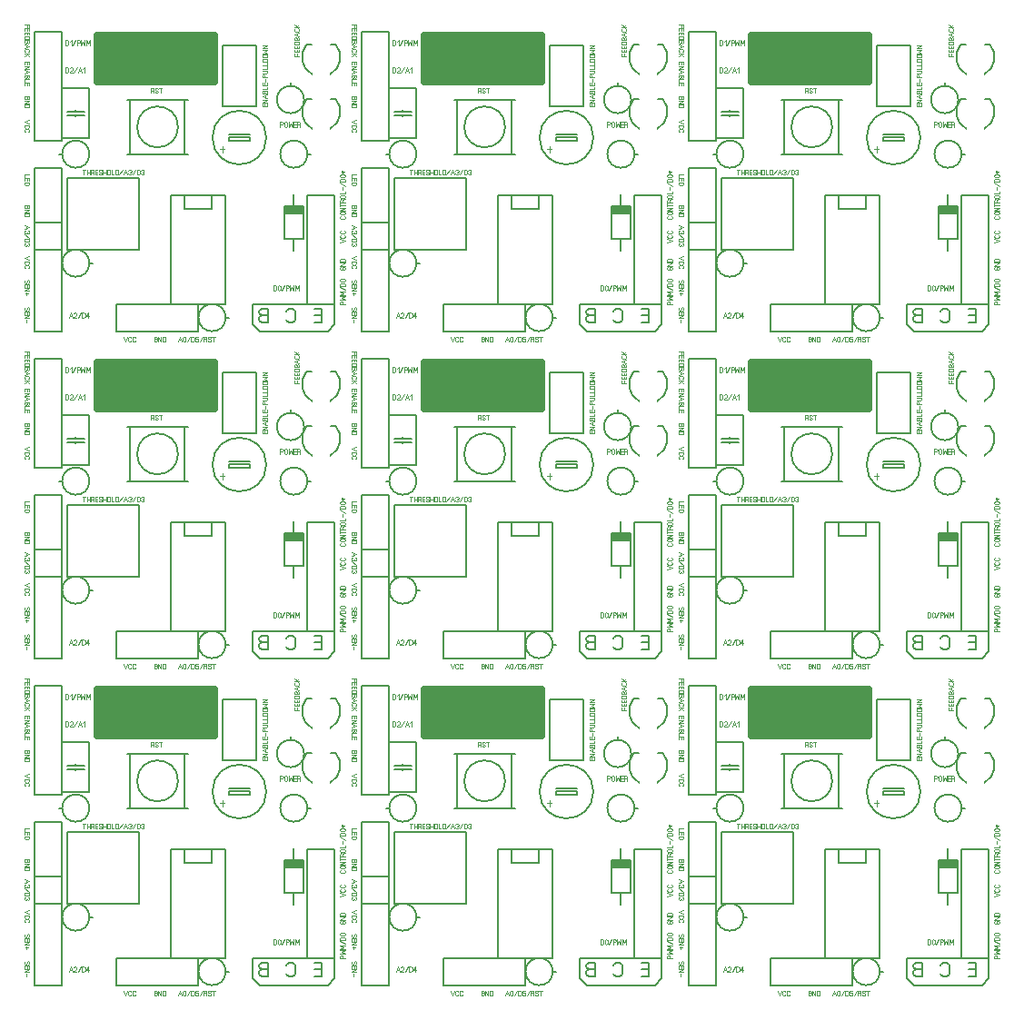
<source format=gbr>
%FSLAX34Y34*%
%MOMM*%
%LNSILK_TOP*%
G71*
G01*
%ADD10C, 0.150*%
%ADD11C, 0.110*%
%ADD12C, 0.170*%
%ADD13C, 0.100*%
%ADD14C, 0.056*%
%ADD15C, 0.500*%
%LPD*%
G54D10*
X196850Y828675D02*
X146050Y828675D01*
X146050Y727075D01*
X196850Y727075D01*
X196850Y828675D01*
G54D10*
X184150Y828675D02*
X158750Y828675D01*
X158750Y815975D01*
X184150Y815975D01*
X184150Y828675D01*
G54D11*
X193650Y873875D02*
X193650Y868575D01*
G54D11*
X195850Y871175D02*
X191450Y871175D01*
G54D10*
G75*
G01X234550Y882175D02*
G03X234550Y882175I-25000J0D01*
G01*
G54D10*
X219550Y885175D02*
X199550Y885175D01*
G54D10*
X219550Y882175D02*
X199550Y882175D01*
X199550Y879175D01*
X219550Y879175D01*
X219550Y882175D01*
G54D10*
X69850Y927975D02*
X44450Y927975D01*
X44450Y881775D01*
X69850Y881775D01*
X69850Y927975D01*
G54D10*
X65150Y906475D02*
X49150Y906475D01*
G54D10*
X65150Y903275D02*
X49150Y903275D01*
G54D10*
X57150Y906475D02*
X57150Y908075D01*
G54D10*
X57150Y903275D02*
X57150Y901675D01*
G54D10*
X115888Y777875D02*
X115888Y844550D01*
X49212Y844550D01*
X49212Y777875D01*
X115888Y777875D01*
G54D10*
X158750Y917575D02*
X158750Y866775D01*
X107950Y866775D01*
X107950Y917575D01*
X158750Y917575D01*
G54D10*
G75*
G01X152400Y892175D02*
G03X152400Y892175I-19050J0D01*
G01*
G54D10*
X104775Y917575D02*
X107950Y917575D01*
G54D10*
X158750Y917575D02*
X161925Y917575D01*
G54D10*
X104775Y866775D02*
X107950Y866775D01*
G54D10*
X158750Y866775D02*
X161925Y866775D01*
G54D10*
X196850Y714375D02*
X199950Y714375D01*
G54D10*
G75*
G01X196850Y714375D02*
G03X196850Y714375I-12700J0D01*
G01*
G54D10*
X222250Y727075D02*
X298450Y727075D01*
X298450Y708025D01*
X292100Y701675D01*
X228600Y701675D01*
X222250Y708025D01*
X222250Y727075D01*
G54D12*
X279350Y722939D02*
X286350Y722939D01*
X286350Y709606D01*
X279350Y709606D01*
G54D12*
X286350Y716272D02*
X279350Y716272D01*
G54D12*
X253450Y720439D02*
X254450Y722106D01*
X256450Y722939D01*
X258450Y722939D01*
X260450Y722106D01*
X261450Y720439D01*
X261450Y712106D01*
X260450Y710439D01*
X258450Y709606D01*
X256450Y709606D01*
X254450Y710439D01*
X253450Y712106D01*
G54D12*
X236050Y722939D02*
X236050Y709606D01*
X231050Y709606D01*
X229050Y710439D01*
X228050Y712106D01*
X228050Y713772D01*
X229050Y715439D01*
X231050Y716272D01*
X229050Y717106D01*
X228050Y718772D01*
X228050Y720439D01*
X229050Y722106D01*
X231050Y722939D01*
X236050Y722939D01*
G54D12*
X236050Y716272D02*
X231050Y716272D01*
G54D10*
X19050Y981075D02*
X44450Y981075D01*
X44450Y879475D01*
X19050Y879475D01*
X19050Y981075D01*
G54D10*
X19050Y777875D02*
X44450Y777875D01*
X44450Y701675D01*
X19050Y701675D01*
X19050Y777875D01*
G54D10*
X273050Y828675D02*
X298450Y828675D01*
X298450Y727075D01*
X273050Y727075D01*
X273050Y828675D01*
G54D10*
X19050Y854075D02*
X44450Y854075D01*
X44450Y803275D01*
X19050Y803275D01*
X19050Y854075D01*
G54D10*
X44450Y866775D02*
X41350Y866775D01*
G54D10*
G75*
G01X69850Y866775D02*
G03X69850Y866775I-12700J0D01*
G01*
G54D10*
X269050Y818475D02*
X251650Y818475D01*
X251650Y788075D01*
X269050Y788075D01*
X269050Y818475D01*
G36*
X268950Y818375D02*
X252250Y818375D01*
X252250Y811175D01*
X268950Y811175D01*
X268950Y818375D01*
G37*
G54D13*
X268950Y818375D02*
X252250Y818375D01*
X252250Y811175D01*
X268950Y811175D01*
X268950Y818375D01*
G54D10*
X260350Y829475D02*
X260350Y818375D01*
G54D10*
X260350Y788175D02*
X260350Y777075D01*
G54D10*
X69850Y765175D02*
X72950Y765175D01*
G54D10*
G75*
G01X69850Y765175D02*
G03X69850Y765175I-12700J0D01*
G01*
G54D14*
X128333Y926147D02*
X129333Y925592D01*
X129667Y925036D01*
X129667Y923925D01*
G54D14*
X127000Y923925D02*
X127000Y928369D01*
X128667Y928369D01*
X129333Y928092D01*
X129667Y927536D01*
X129667Y926981D01*
X129333Y926425D01*
X128667Y926147D01*
X127000Y926147D01*
G54D14*
X130889Y924758D02*
X131222Y924203D01*
X131889Y923925D01*
X132556Y923925D01*
X133222Y924203D01*
X133556Y924758D01*
X133556Y925314D01*
X133222Y925869D01*
X132556Y926147D01*
X131889Y926147D01*
X131222Y926425D01*
X130889Y926981D01*
X130889Y927536D01*
X131222Y928092D01*
X131889Y928369D01*
X132556Y928369D01*
X133222Y928092D01*
X133556Y927536D01*
G54D14*
X136111Y923925D02*
X136111Y928369D01*
G54D14*
X134778Y928369D02*
X137445Y928369D01*
G54D14*
X247651Y892176D02*
X247651Y896620D01*
X249317Y896620D01*
X249984Y896342D01*
X250317Y895787D01*
X250317Y895231D01*
X249984Y894676D01*
X249317Y894398D01*
X247651Y894398D01*
G54D14*
X254206Y895787D02*
X254206Y893009D01*
X253873Y892453D01*
X253206Y892176D01*
X252540Y892176D01*
X251873Y892453D01*
X251540Y893009D01*
X251540Y895787D01*
X251873Y896342D01*
X252540Y896620D01*
X253206Y896620D01*
X253873Y896342D01*
X254206Y895787D01*
G54D14*
X255429Y896620D02*
X255429Y892176D01*
X257095Y894953D01*
X258762Y892176D01*
X258762Y896620D01*
G54D14*
X262317Y892176D02*
X259984Y892176D01*
X259984Y896620D01*
X262317Y896620D01*
G54D14*
X259984Y894398D02*
X262317Y894398D01*
G54D14*
X264872Y894398D02*
X265872Y893842D01*
X266205Y893287D01*
X266205Y892176D01*
G54D14*
X263539Y892176D02*
X263539Y896620D01*
X265205Y896620D01*
X265872Y896342D01*
X266205Y895787D01*
X266205Y895231D01*
X265872Y894676D01*
X265205Y894398D01*
X263539Y894398D01*
G36*
X76200Y977900D02*
X187325Y977900D01*
X187325Y933450D01*
X76200Y933450D01*
X76200Y977900D01*
G37*
G54D15*
X76200Y977900D02*
X187325Y977900D01*
X187325Y933450D01*
X76200Y933450D01*
X76200Y977900D01*
G54D14*
X64833Y847725D02*
X64833Y852169D01*
G54D14*
X63500Y852169D02*
X66167Y852169D01*
G54D14*
X67389Y847725D02*
X67389Y852169D01*
G54D14*
X70056Y847725D02*
X70056Y852169D01*
G54D14*
X67389Y849947D02*
X70056Y849947D01*
G54D14*
X72611Y849947D02*
X73611Y849392D01*
X73945Y848836D01*
X73945Y847725D01*
G54D14*
X71278Y847725D02*
X71278Y852169D01*
X72945Y852169D01*
X73611Y851892D01*
X73945Y851336D01*
X73945Y850781D01*
X73611Y850225D01*
X72945Y849947D01*
X71278Y849947D01*
G54D14*
X77500Y847725D02*
X75167Y847725D01*
X75167Y852169D01*
X77500Y852169D01*
G54D14*
X75167Y849947D02*
X77500Y849947D01*
G54D14*
X78722Y848558D02*
X79055Y848003D01*
X79722Y847725D01*
X80389Y847725D01*
X81055Y848003D01*
X81389Y848558D01*
X81389Y849114D01*
X81055Y849669D01*
X80389Y849947D01*
X79722Y849947D01*
X79055Y850225D01*
X78722Y850781D01*
X78722Y851336D01*
X79055Y851892D01*
X79722Y852169D01*
X80389Y852169D01*
X81055Y851892D01*
X81389Y851336D01*
G54D14*
X82611Y847725D02*
X82611Y852169D01*
G54D14*
X85278Y847725D02*
X85278Y852169D01*
G54D14*
X82611Y849947D02*
X85278Y849947D01*
G54D14*
X89167Y851336D02*
X89167Y848558D01*
X88833Y848003D01*
X88167Y847725D01*
X87500Y847725D01*
X86833Y848003D01*
X86500Y848558D01*
X86500Y851336D01*
X86833Y851892D01*
X87500Y852169D01*
X88167Y852169D01*
X88833Y851892D01*
X89167Y851336D01*
G54D14*
X90389Y852169D02*
X90389Y847725D01*
X92722Y847725D01*
G54D14*
X93944Y847725D02*
X93944Y852169D01*
X95611Y852169D01*
X96277Y851892D01*
X96611Y851336D01*
X96611Y848558D01*
X96277Y848003D01*
X95611Y847725D01*
X93944Y847725D01*
G54D14*
X97833Y847725D02*
X100500Y852169D01*
G54D14*
X101722Y847725D02*
X103389Y852169D01*
X105055Y847725D01*
G54D14*
X102389Y849392D02*
X104389Y849392D01*
G54D14*
X106277Y851336D02*
X106610Y851892D01*
X107277Y852169D01*
X107944Y852169D01*
X108610Y851892D01*
X108944Y851336D01*
X108944Y850781D01*
X108610Y850225D01*
X107944Y849947D01*
X108610Y849669D01*
X108944Y849114D01*
X108944Y848558D01*
X108610Y848003D01*
X107944Y847725D01*
X107277Y847725D01*
X106610Y848003D01*
X106277Y848558D01*
G54D14*
X110166Y847725D02*
X112833Y852169D01*
G54D14*
X114055Y847725D02*
X114055Y852169D01*
X115722Y852169D01*
X116388Y851892D01*
X116722Y851336D01*
X116722Y848558D01*
X116388Y848003D01*
X115722Y847725D01*
X114055Y847725D01*
G54D14*
X117944Y851336D02*
X118277Y851892D01*
X118944Y852169D01*
X119611Y852169D01*
X120277Y851892D01*
X120611Y851336D01*
X120611Y850781D01*
X120277Y850225D01*
X119611Y849947D01*
X120277Y849669D01*
X120611Y849114D01*
X120611Y848558D01*
X120277Y848003D01*
X119611Y847725D01*
X118944Y847725D01*
X118277Y848003D01*
X117944Y848558D01*
G54D14*
X50800Y714375D02*
X52467Y718819D01*
X54133Y714375D01*
G54D14*
X51467Y716042D02*
X53467Y716042D01*
G54D14*
X58022Y714375D02*
X55355Y714375D01*
X55355Y714653D01*
X55688Y715208D01*
X57688Y716875D01*
X58022Y717431D01*
X58022Y717986D01*
X57688Y718542D01*
X57022Y718819D01*
X56355Y718819D01*
X55688Y718542D01*
X55355Y717986D01*
G54D14*
X59244Y714375D02*
X61911Y718819D01*
G54D14*
X63133Y714375D02*
X63133Y718819D01*
X64800Y718819D01*
X65466Y718542D01*
X65800Y717986D01*
X65800Y715208D01*
X65466Y714653D01*
X64800Y714375D01*
X63133Y714375D01*
G54D14*
X69022Y714375D02*
X69022Y718819D01*
X67022Y716042D01*
X67022Y715486D01*
X69689Y715486D01*
G54D14*
X241300Y739775D02*
X241300Y744219D01*
X242967Y744219D01*
X243633Y743942D01*
X243967Y743386D01*
X243967Y740608D01*
X243633Y740053D01*
X242967Y739775D01*
X241300Y739775D01*
G54D14*
X247856Y743386D02*
X247856Y740608D01*
X247522Y740053D01*
X246856Y739775D01*
X246189Y739775D01*
X245522Y740053D01*
X245189Y740608D01*
X245189Y743386D01*
X245522Y743942D01*
X246189Y744219D01*
X246856Y744219D01*
X247522Y743942D01*
X247856Y743386D01*
G54D14*
X249078Y739775D02*
X251745Y744219D01*
G54D14*
X252967Y739775D02*
X252967Y744219D01*
X254634Y744219D01*
X255300Y743942D01*
X255634Y743386D01*
X255634Y742831D01*
X255300Y742275D01*
X254634Y741997D01*
X252967Y741997D01*
G54D14*
X256856Y744219D02*
X256856Y739775D01*
X258523Y742553D01*
X260189Y739775D01*
X260189Y744219D01*
G54D14*
X261411Y739775D02*
X261411Y744219D01*
X263078Y741442D01*
X264744Y744219D01*
X264744Y739775D01*
G54D14*
X47625Y942975D02*
X47625Y947419D01*
X49292Y947419D01*
X49958Y947142D01*
X50292Y946586D01*
X50292Y943808D01*
X49958Y943253D01*
X49292Y942975D01*
X47625Y942975D01*
G54D14*
X54181Y942975D02*
X51514Y942975D01*
X51514Y943253D01*
X51847Y943808D01*
X53847Y945475D01*
X54181Y946031D01*
X54181Y946586D01*
X53847Y947142D01*
X53181Y947419D01*
X52514Y947419D01*
X51847Y947142D01*
X51514Y946586D01*
G54D14*
X55403Y942975D02*
X58070Y947419D01*
G54D14*
X59292Y942975D02*
X60959Y947419D01*
X62625Y942975D01*
G54D14*
X59959Y944642D02*
X61959Y944642D01*
G54D14*
X63847Y945753D02*
X65514Y947419D01*
X65514Y942975D01*
G54D14*
X47625Y968375D02*
X47625Y972819D01*
X49292Y972819D01*
X49958Y972542D01*
X50292Y971986D01*
X50292Y969208D01*
X49958Y968653D01*
X49292Y968375D01*
X47625Y968375D01*
G54D14*
X51514Y971153D02*
X53181Y972819D01*
X53181Y968375D01*
G54D14*
X54403Y968375D02*
X57070Y972819D01*
G54D14*
X58292Y968375D02*
X58292Y972819D01*
X59959Y972819D01*
X60625Y972542D01*
X60959Y971986D01*
X60959Y971431D01*
X60625Y970875D01*
X59959Y970597D01*
X58292Y970597D01*
G54D14*
X62181Y972819D02*
X62181Y968375D01*
X63848Y971153D01*
X65514Y968375D01*
X65514Y972819D01*
G54D14*
X66736Y968375D02*
X66736Y972819D01*
X68403Y970042D01*
X70069Y972819D01*
X70069Y968375D01*
G54D14*
X9525Y987425D02*
X13969Y987425D01*
X13969Y985092D01*
G54D14*
X11747Y987425D02*
X11747Y985092D01*
G54D14*
X9525Y981537D02*
X9525Y983870D01*
X13969Y983870D01*
X13969Y981537D01*
G54D14*
X11747Y983870D02*
X11747Y981537D01*
G54D14*
X9525Y977982D02*
X9525Y980315D01*
X13969Y980315D01*
X13969Y977982D01*
G54D14*
X11747Y980315D02*
X11747Y977982D01*
G54D14*
X9525Y976760D02*
X13969Y976760D01*
X13969Y975093D01*
X13692Y974427D01*
X13136Y974093D01*
X10358Y974093D01*
X9803Y974427D01*
X9525Y975093D01*
X9525Y976760D01*
G54D14*
X9525Y972871D02*
X13969Y972871D01*
X13969Y971204D01*
X13692Y970538D01*
X13136Y970204D01*
X12581Y970204D01*
X12025Y970538D01*
X11747Y971204D01*
X11469Y970538D01*
X10914Y970204D01*
X10358Y970204D01*
X9803Y970538D01*
X9525Y971204D01*
X9525Y972871D01*
G54D14*
X11747Y972871D02*
X11747Y971204D01*
G54D14*
X9525Y968982D02*
X13969Y967315D01*
X9525Y965649D01*
G54D14*
X11192Y968315D02*
X11192Y966315D01*
G54D14*
X10358Y961760D02*
X9803Y962094D01*
X9525Y962760D01*
X9525Y963427D01*
X9803Y964094D01*
X10358Y964427D01*
X13136Y964427D01*
X13692Y964094D01*
X13969Y963427D01*
X13969Y962760D01*
X13692Y962094D01*
X13136Y961760D01*
G54D14*
X9525Y960538D02*
X13969Y960538D01*
G54D14*
X10914Y960538D02*
X13969Y957871D01*
G54D14*
X11747Y959538D02*
X9525Y957871D01*
G54D14*
X9525Y950167D02*
X9525Y952500D01*
X13969Y952500D01*
X13969Y950167D01*
G54D14*
X11747Y952500D02*
X11747Y950167D01*
G54D14*
X9525Y948945D02*
X13969Y948945D01*
X9525Y946278D01*
X13969Y946278D01*
G54D14*
X9525Y945056D02*
X13969Y943389D01*
X9525Y941723D01*
G54D14*
X11192Y944389D02*
X11192Y942389D01*
G54D14*
X9525Y940501D02*
X13969Y940501D01*
X13969Y938834D01*
X13692Y938168D01*
X13136Y937834D01*
X12581Y937834D01*
X12025Y938168D01*
X11747Y938834D01*
X11469Y938168D01*
X10914Y937834D01*
X10358Y937834D01*
X9803Y938168D01*
X9525Y938834D01*
X9525Y940501D01*
G54D14*
X11747Y940501D02*
X11747Y938834D01*
G54D14*
X13969Y936612D02*
X9525Y936612D01*
X9525Y934279D01*
G54D14*
X9525Y930724D02*
X9525Y933057D01*
X13969Y933057D01*
X13969Y930724D01*
G54D14*
X11747Y933057D02*
X11747Y930724D01*
G54D14*
X11747Y919417D02*
X11747Y918083D01*
X10358Y918083D01*
X9803Y918417D01*
X9525Y919083D01*
X9525Y919750D01*
X9803Y920417D01*
X10358Y920750D01*
X13136Y920750D01*
X13692Y920417D01*
X13969Y919750D01*
X13969Y919083D01*
X13692Y918417D01*
X13136Y918083D01*
G54D14*
X9525Y916861D02*
X13969Y916861D01*
X9525Y914194D01*
X13969Y914194D01*
G54D14*
X9525Y912972D02*
X13969Y912972D01*
X13969Y911305D01*
X13692Y910639D01*
X13136Y910305D01*
X10358Y910305D01*
X9803Y910639D01*
X9525Y911305D01*
X9525Y912972D01*
G54D14*
X13969Y898525D02*
X9525Y896858D01*
X13969Y895192D01*
G54D14*
X10358Y891303D02*
X9803Y891637D01*
X9525Y892303D01*
X9525Y892970D01*
X9803Y893637D01*
X10358Y893970D01*
X13136Y893970D01*
X13692Y893637D01*
X13969Y892970D01*
X13969Y892303D01*
X13692Y891637D01*
X13136Y891303D01*
G54D14*
X10358Y887414D02*
X9803Y887748D01*
X9525Y888414D01*
X9525Y889081D01*
X9803Y889748D01*
X10358Y890081D01*
X13136Y890081D01*
X13692Y889748D01*
X13969Y889081D01*
X13969Y888414D01*
X13692Y887748D01*
X13136Y887414D01*
G54D14*
X13969Y847725D02*
X9525Y847725D01*
X9525Y845392D01*
G54D14*
X9525Y841837D02*
X9525Y844170D01*
X13969Y844170D01*
X13969Y841837D01*
G54D14*
X11747Y844170D02*
X11747Y841837D01*
G54D14*
X9525Y840615D02*
X13969Y840615D01*
X13969Y838948D01*
X13692Y838282D01*
X13136Y837948D01*
X10358Y837948D01*
X9803Y838282D01*
X9525Y838948D01*
X9525Y840615D01*
G54D14*
X11747Y817817D02*
X11747Y816483D01*
X10358Y816483D01*
X9803Y816817D01*
X9525Y817483D01*
X9525Y818150D01*
X9803Y818817D01*
X10358Y819150D01*
X13136Y819150D01*
X13692Y818817D01*
X13969Y818150D01*
X13969Y817483D01*
X13692Y816817D01*
X13136Y816483D01*
G54D14*
X9525Y815261D02*
X13969Y815261D01*
X9525Y812594D01*
X13969Y812594D01*
G54D14*
X9525Y811372D02*
X13969Y811372D01*
X13969Y809705D01*
X13692Y809039D01*
X13136Y808705D01*
X10358Y808705D01*
X9803Y809039D01*
X9525Y809705D01*
X9525Y811372D01*
G54D14*
X13969Y771525D02*
X9525Y769858D01*
X13969Y768192D01*
G54D14*
X10358Y764303D02*
X9803Y764637D01*
X9525Y765303D01*
X9525Y765970D01*
X9803Y766637D01*
X10358Y766970D01*
X13136Y766970D01*
X13692Y766637D01*
X13969Y765970D01*
X13969Y765303D01*
X13692Y764637D01*
X13136Y764303D01*
G54D14*
X10358Y760414D02*
X9803Y760748D01*
X9525Y761414D01*
X9525Y762081D01*
X9803Y762748D01*
X10358Y763081D01*
X13136Y763081D01*
X13692Y762748D01*
X13969Y762081D01*
X13969Y761414D01*
X13692Y760748D01*
X13136Y760414D01*
G54D14*
X10358Y723900D02*
X9803Y723567D01*
X9525Y722900D01*
X9525Y722233D01*
X9803Y721567D01*
X10358Y721233D01*
X10914Y721233D01*
X11469Y721567D01*
X11747Y722233D01*
X11747Y722900D01*
X12025Y723567D01*
X12581Y723900D01*
X13136Y723900D01*
X13692Y723567D01*
X13969Y722900D01*
X13969Y722233D01*
X13692Y721567D01*
X13136Y721233D01*
G54D14*
X9525Y717678D02*
X9525Y720011D01*
X13969Y720011D01*
X13969Y717678D01*
G54D14*
X11747Y720011D02*
X11747Y717678D01*
G54D14*
X9525Y716456D02*
X13969Y716456D01*
X9525Y713789D01*
X13969Y713789D01*
G54D14*
X11469Y712567D02*
X11469Y709900D01*
G54D14*
X10358Y749300D02*
X9803Y748967D01*
X9525Y748300D01*
X9525Y747633D01*
X9803Y746967D01*
X10358Y746633D01*
X10914Y746633D01*
X11469Y746967D01*
X11747Y747633D01*
X11747Y748300D01*
X12025Y748967D01*
X12581Y749300D01*
X13136Y749300D01*
X13692Y748967D01*
X13969Y748300D01*
X13969Y747633D01*
X13692Y746967D01*
X13136Y746633D01*
G54D14*
X9525Y743078D02*
X9525Y745411D01*
X13969Y745411D01*
X13969Y743078D01*
G54D14*
X11747Y745411D02*
X11747Y743078D01*
G54D14*
X9525Y741856D02*
X13969Y741856D01*
X9525Y739189D01*
X13969Y739189D01*
G54D14*
X11469Y737967D02*
X11469Y735300D01*
G54D14*
X12581Y736634D02*
X10358Y736634D01*
G54D14*
X307975Y727075D02*
X303531Y727075D01*
X303531Y728742D01*
X303808Y729408D01*
X304364Y729742D01*
X304919Y729742D01*
X305475Y729408D01*
X305753Y728742D01*
X305753Y727075D01*
G54D14*
X303531Y730964D02*
X307975Y730964D01*
X305197Y732631D01*
X307975Y734297D01*
X303531Y734297D01*
G54D14*
X307975Y735519D02*
X303531Y735519D01*
X306308Y737186D01*
X303531Y738852D01*
X307975Y738852D01*
G54D14*
X307975Y740074D02*
X303531Y742741D01*
G54D14*
X307975Y743963D02*
X303531Y743963D01*
X303531Y745630D01*
X303808Y746296D01*
X304364Y746630D01*
X307142Y746630D01*
X307697Y746296D01*
X307975Y745630D01*
X307975Y743963D01*
G54D14*
X304364Y750519D02*
X307142Y750519D01*
X307697Y750185D01*
X307975Y749519D01*
X307975Y748852D01*
X307697Y748185D01*
X307142Y747852D01*
X304364Y747852D01*
X303808Y748185D01*
X303531Y748852D01*
X303531Y749519D01*
X303808Y750185D01*
X304364Y750519D01*
G54D14*
X305753Y760158D02*
X305753Y761492D01*
X307142Y761492D01*
X307697Y761158D01*
X307975Y760492D01*
X307975Y759825D01*
X307697Y759158D01*
X307142Y758825D01*
X304364Y758825D01*
X303808Y759158D01*
X303531Y759825D01*
X303531Y760492D01*
X303808Y761158D01*
X304364Y761492D01*
G54D14*
X307975Y762714D02*
X303531Y762714D01*
X307975Y765381D01*
X303531Y765381D01*
G54D14*
X307975Y766603D02*
X303531Y766603D01*
X303531Y768270D01*
X303808Y768936D01*
X304364Y769270D01*
X307142Y769270D01*
X307697Y768936D01*
X307975Y768270D01*
X307975Y766603D01*
G54D14*
X303531Y784225D02*
X307975Y785892D01*
X303531Y787558D01*
G54D14*
X307142Y791447D02*
X307697Y791113D01*
X307975Y790447D01*
X307975Y789780D01*
X307697Y789113D01*
X307142Y788780D01*
X304364Y788780D01*
X303808Y789113D01*
X303531Y789780D01*
X303531Y790447D01*
X303808Y791113D01*
X304364Y791447D01*
G54D14*
X307142Y795336D02*
X307697Y795002D01*
X307975Y794336D01*
X307975Y793669D01*
X307697Y793002D01*
X307142Y792669D01*
X304364Y792669D01*
X303808Y793002D01*
X303531Y793669D01*
X303531Y794336D01*
X303808Y795002D01*
X304364Y795336D01*
G54D14*
X307142Y809117D02*
X307697Y808783D01*
X307975Y808117D01*
X307975Y807450D01*
X307697Y806783D01*
X307142Y806450D01*
X304364Y806450D01*
X303808Y806783D01*
X303531Y807450D01*
X303531Y808117D01*
X303808Y808783D01*
X304364Y809117D01*
G54D14*
X304364Y813006D02*
X307142Y813006D01*
X307697Y812672D01*
X307975Y812006D01*
X307975Y811339D01*
X307697Y810672D01*
X307142Y810339D01*
X304364Y810339D01*
X303808Y810672D01*
X303531Y811339D01*
X303531Y812006D01*
X303808Y812672D01*
X304364Y813006D01*
G54D14*
X307975Y814228D02*
X303531Y814228D01*
X307975Y816895D01*
X303531Y816895D01*
G54D14*
X307975Y819450D02*
X303531Y819450D01*
G54D14*
X303531Y818117D02*
X303531Y820784D01*
G54D14*
X305753Y823339D02*
X306308Y824339D01*
X306864Y824673D01*
X307975Y824673D01*
G54D14*
X307975Y822006D02*
X303531Y822006D01*
X303531Y823673D01*
X303808Y824339D01*
X304364Y824673D01*
X304919Y824673D01*
X305475Y824339D01*
X305753Y823673D01*
X305753Y822006D01*
G54D14*
X304364Y828562D02*
X307142Y828562D01*
X307697Y828228D01*
X307975Y827562D01*
X307975Y826895D01*
X307697Y826228D01*
X307142Y825895D01*
X304364Y825895D01*
X303808Y826228D01*
X303531Y826895D01*
X303531Y827562D01*
X303808Y828228D01*
X304364Y828562D01*
G54D14*
X303531Y829784D02*
X307975Y829784D01*
X307975Y832117D01*
G54D14*
X306031Y833339D02*
X306031Y836006D01*
G54D14*
X307975Y837228D02*
X303531Y839895D01*
G54D14*
X307975Y841117D02*
X303531Y841117D01*
X303531Y842784D01*
X303808Y843450D01*
X304364Y843784D01*
X307142Y843784D01*
X307697Y843450D01*
X307975Y842784D01*
X307975Y841117D01*
G54D14*
X304364Y847673D02*
X307142Y847673D01*
X307697Y847339D01*
X307975Y846673D01*
X307975Y846006D01*
X307697Y845339D01*
X307142Y845006D01*
X304364Y845006D01*
X303808Y845339D01*
X303531Y846006D01*
X303531Y846673D01*
X303808Y847339D01*
X304364Y847673D01*
G54D14*
X306031Y848895D02*
X306031Y851562D01*
G54D14*
X304919Y850228D02*
X307142Y850228D01*
G54D14*
X305197Y849228D02*
X306864Y851228D01*
G54D14*
X306864Y849228D02*
X305197Y851228D01*
G54D10*
X19050Y803275D02*
X19050Y777875D01*
G54D10*
X44450Y803275D02*
X44450Y777875D01*
G54D14*
X9525Y800100D02*
X13969Y798433D01*
X9525Y796767D01*
G54D14*
X11192Y799433D02*
X11192Y797433D01*
G54D14*
X13136Y795545D02*
X13692Y795212D01*
X13969Y794545D01*
X13969Y793878D01*
X13692Y793212D01*
X13136Y792878D01*
X12581Y792878D01*
X12025Y793212D01*
X11747Y793878D01*
X11469Y793212D01*
X10914Y792878D01*
X10358Y792878D01*
X9803Y793212D01*
X9525Y793878D01*
X9525Y794545D01*
X9803Y795212D01*
X10358Y795545D01*
G54D14*
X9525Y791656D02*
X13969Y788989D01*
G54D14*
X9525Y787767D02*
X13969Y787767D01*
X13969Y786100D01*
X13692Y785434D01*
X13136Y785100D01*
X10358Y785100D01*
X9803Y785434D01*
X9525Y786100D01*
X9525Y787767D01*
G54D14*
X13136Y783878D02*
X13692Y783545D01*
X13969Y782878D01*
X13969Y782211D01*
X13692Y781545D01*
X13136Y781211D01*
X12581Y781211D01*
X12025Y781545D01*
X11747Y782211D01*
X11469Y781545D01*
X10914Y781211D01*
X10358Y781211D01*
X9803Y781545D01*
X9525Y782211D01*
X9525Y782878D01*
X9803Y783545D01*
X10358Y783878D01*
G54D10*
X95250Y727075D02*
X171450Y727075D01*
X171450Y701675D01*
X95250Y701675D01*
X95250Y727075D01*
G54D14*
X152400Y692150D02*
X154067Y696594D01*
X155733Y692150D01*
G54D14*
X153067Y693817D02*
X155067Y693817D01*
G54D14*
X159622Y695761D02*
X159622Y692983D01*
X159288Y692428D01*
X158622Y692150D01*
X157955Y692150D01*
X157288Y692428D01*
X156955Y692983D01*
X156955Y695761D01*
X157288Y696317D01*
X157955Y696594D01*
X158622Y696594D01*
X159288Y696317D01*
X159622Y695761D01*
G54D14*
X160844Y692150D02*
X163511Y696594D01*
G54D14*
X164733Y692150D02*
X164733Y696594D01*
X166400Y696594D01*
X167066Y696317D01*
X167400Y695761D01*
X167400Y692983D01*
X167066Y692428D01*
X166400Y692150D01*
X164733Y692150D01*
G54D14*
X171289Y696594D02*
X168622Y696594D01*
X168622Y694650D01*
X168955Y694650D01*
X169622Y694928D01*
X170289Y694928D01*
X170955Y694650D01*
X171289Y694094D01*
X171289Y692983D01*
X170955Y692428D01*
X170289Y692150D01*
X169622Y692150D01*
X168955Y692428D01*
X168622Y692983D01*
G54D14*
X172511Y692150D02*
X175178Y696594D01*
G54D14*
X177733Y694372D02*
X178733Y693817D01*
X179067Y693261D01*
X179067Y692150D01*
G54D14*
X176400Y692150D02*
X176400Y696594D01*
X178067Y696594D01*
X178733Y696317D01*
X179067Y695761D01*
X179067Y695206D01*
X178733Y694650D01*
X178067Y694372D01*
X176400Y694372D01*
G54D14*
X180289Y692983D02*
X180622Y692428D01*
X181289Y692150D01*
X181956Y692150D01*
X182622Y692428D01*
X182956Y692983D01*
X182956Y693539D01*
X182622Y694094D01*
X181956Y694372D01*
X181289Y694372D01*
X180622Y694650D01*
X180289Y695206D01*
X180289Y695761D01*
X180622Y696317D01*
X181289Y696594D01*
X181956Y696594D01*
X182622Y696317D01*
X182956Y695761D01*
G54D14*
X185511Y692150D02*
X185511Y696594D01*
G54D14*
X184178Y696594D02*
X186845Y696594D01*
G54D14*
X131508Y694372D02*
X132842Y694372D01*
X132842Y692983D01*
X132508Y692428D01*
X131842Y692150D01*
X131175Y692150D01*
X130508Y692428D01*
X130175Y692983D01*
X130175Y695761D01*
X130508Y696317D01*
X131175Y696594D01*
X131842Y696594D01*
X132508Y696317D01*
X132842Y695761D01*
G54D14*
X134064Y692150D02*
X134064Y696594D01*
X136731Y692150D01*
X136731Y696594D01*
G54D14*
X137953Y692150D02*
X137953Y696594D01*
X139620Y696594D01*
X140286Y696317D01*
X140620Y695761D01*
X140620Y692983D01*
X140286Y692428D01*
X139620Y692150D01*
X137953Y692150D01*
G54D14*
X101600Y696594D02*
X103267Y692150D01*
X104933Y696594D01*
G54D14*
X108822Y692983D02*
X108488Y692428D01*
X107822Y692150D01*
X107155Y692150D01*
X106488Y692428D01*
X106155Y692983D01*
X106155Y695761D01*
X106488Y696317D01*
X107155Y696594D01*
X107822Y696594D01*
X108488Y696317D01*
X108822Y695761D01*
G54D14*
X112711Y692983D02*
X112377Y692428D01*
X111711Y692150D01*
X111044Y692150D01*
X110377Y692428D01*
X110044Y692983D01*
X110044Y695761D01*
X110377Y696317D01*
X111044Y696594D01*
X111711Y696594D01*
X112377Y696317D01*
X112711Y695761D01*
G54D10*
X225425Y968375D02*
X225425Y911225D01*
X193675Y911225D01*
X193675Y968375D01*
X225425Y968375D01*
G54D14*
X235348Y913628D02*
X235348Y911295D01*
X230903Y911295D01*
X230903Y913628D01*
G54D14*
X233126Y911295D02*
X233126Y913628D01*
G54D14*
X235348Y914850D02*
X230903Y914850D01*
X235348Y917516D01*
X230903Y917516D01*
G54D14*
X235348Y918739D02*
X230903Y920405D01*
X235348Y922072D01*
G54D14*
X233681Y919405D02*
X233681Y921405D01*
G54D14*
X235348Y923294D02*
X230903Y923294D01*
X230903Y924960D01*
X231181Y925627D01*
X231737Y925960D01*
X232292Y925960D01*
X232848Y925627D01*
X233126Y924960D01*
X233403Y925627D01*
X233959Y925960D01*
X234515Y925960D01*
X235070Y925627D01*
X235348Y924960D01*
X235348Y923294D01*
G54D14*
X233126Y923294D02*
X233126Y924960D01*
G54D14*
X230903Y927183D02*
X235348Y927183D01*
X235348Y929516D01*
G54D14*
X235348Y933071D02*
X235348Y930738D01*
X230903Y930738D01*
X230903Y933071D01*
G54D14*
X233126Y930738D02*
X233126Y933071D01*
G54D14*
X233403Y934293D02*
X233403Y936959D01*
G54D14*
X235348Y938182D02*
X230903Y938182D01*
X230903Y939848D01*
X231181Y940515D01*
X231737Y940848D01*
X232292Y940848D01*
X232848Y940515D01*
X233126Y939848D01*
X233126Y938182D01*
G54D14*
X230903Y942071D02*
X234515Y942071D01*
X235070Y942404D01*
X235348Y943071D01*
X235348Y943737D01*
X235070Y944404D01*
X234515Y944737D01*
X230903Y944737D01*
G54D14*
X230903Y945960D02*
X235348Y945960D01*
X235348Y948293D01*
G54D14*
X230903Y949515D02*
X235348Y949515D01*
X235348Y951848D01*
G54D14*
X235348Y953070D02*
X230903Y953070D01*
X230903Y954736D01*
X231181Y955403D01*
X231737Y955736D01*
X234515Y955736D01*
X235070Y955403D01*
X235348Y954736D01*
X235348Y953070D01*
G54D14*
X231737Y959625D02*
X234515Y959625D01*
X235070Y959292D01*
X235348Y958625D01*
X235348Y957959D01*
X235070Y957292D01*
X234515Y956959D01*
X231737Y956959D01*
X231181Y957292D01*
X230903Y957959D01*
X230903Y958625D01*
X231181Y959292D01*
X231737Y959625D01*
G54D14*
X230903Y960848D02*
X235348Y960848D01*
X232570Y962514D01*
X235348Y964181D01*
X230903Y964181D01*
G54D14*
X235348Y965403D02*
X230903Y965403D01*
X235348Y968069D01*
X230903Y968069D01*
G54D10*
G75*
G01X294200Y890482D02*
G03X299127Y918419I-8450J15893D01*
G01*
G54D10*
G75*
G01X271961Y917945D02*
G03X277300Y890482I13789J-11570D01*
G01*
G54D10*
X299250Y918375D02*
X294450Y918375D01*
G54D10*
X272250Y918275D02*
X277050Y918275D01*
G54D10*
G75*
G01X294200Y941282D02*
G03X299127Y969219I-8450J15893D01*
G01*
G54D10*
G75*
G01X271961Y968745D02*
G03X277299Y941282I13789J-11570D01*
G01*
G54D10*
X299250Y969175D02*
X294450Y969175D01*
G54D10*
X272250Y969075D02*
X277050Y969075D01*
G54D14*
X265348Y958209D02*
X260903Y958209D01*
X260903Y960542D01*
G54D14*
X263126Y958209D02*
X263126Y960542D01*
G54D14*
X265348Y964097D02*
X265348Y961764D01*
X260903Y961764D01*
X260903Y964097D01*
G54D14*
X263126Y961764D02*
X263126Y964097D01*
G54D14*
X265348Y967652D02*
X265348Y965319D01*
X260903Y965319D01*
X260903Y967652D01*
G54D14*
X263126Y965319D02*
X263126Y967652D01*
G54D14*
X265348Y968874D02*
X260903Y968874D01*
X260903Y970540D01*
X261181Y971207D01*
X261737Y971540D01*
X264514Y971540D01*
X265070Y971207D01*
X265348Y970540D01*
X265348Y968874D01*
G54D14*
X265348Y972763D02*
X260903Y972763D01*
X260903Y974430D01*
X261181Y975096D01*
X261737Y975430D01*
X262292Y975430D01*
X262848Y975096D01*
X263126Y974430D01*
X263403Y975096D01*
X263959Y975430D01*
X264514Y975430D01*
X265070Y975096D01*
X265348Y974430D01*
X265348Y972763D01*
G54D14*
X263126Y972763D02*
X263126Y974430D01*
G54D14*
X265348Y976652D02*
X260903Y978318D01*
X265348Y979985D01*
G54D14*
X263681Y977318D02*
X263681Y979318D01*
G54D14*
X264514Y983874D02*
X265070Y983540D01*
X265348Y982874D01*
X265348Y982207D01*
X265070Y981540D01*
X264514Y981207D01*
X261737Y981207D01*
X261181Y981540D01*
X260903Y982207D01*
X260903Y982874D01*
X261181Y983540D01*
X261737Y983874D01*
G54D14*
X265348Y985096D02*
X260903Y985096D01*
G54D14*
X263959Y985096D02*
X260903Y987762D01*
G54D14*
X263126Y986096D02*
X265348Y987762D01*
G54D10*
X257175Y930275D02*
X257175Y933375D01*
G54D10*
G75*
G01X269875Y917575D02*
G03X269875Y917575I-12700J0D01*
G01*
G54D10*
X273050Y866775D02*
X276150Y866775D01*
G54D10*
G75*
G01X273050Y866775D02*
G03X273050Y866775I-12700J0D01*
G01*
G54D10*
X501650Y828675D02*
X450850Y828675D01*
X450850Y727075D01*
X501650Y727075D01*
X501650Y828675D01*
G54D10*
X488950Y828675D02*
X463550Y828675D01*
X463550Y815975D01*
X488950Y815975D01*
X488950Y828675D01*
G54D11*
X498450Y873875D02*
X498450Y868575D01*
G54D11*
X500650Y871175D02*
X496250Y871175D01*
G54D10*
G75*
G01X539350Y882175D02*
G03X539350Y882175I-25000J0D01*
G01*
G54D10*
X524350Y885175D02*
X504350Y885175D01*
G54D10*
X524350Y882175D02*
X504350Y882175D01*
X504350Y879175D01*
X524350Y879175D01*
X524350Y882175D01*
G54D10*
X374650Y927975D02*
X349250Y927975D01*
X349250Y881775D01*
X374650Y881775D01*
X374650Y927975D01*
G54D10*
X369950Y906475D02*
X353950Y906475D01*
G54D10*
X369950Y903275D02*
X353950Y903275D01*
G54D10*
X361950Y906475D02*
X361950Y908075D01*
G54D10*
X361950Y903275D02*
X361950Y901675D01*
G54D10*
X420688Y777875D02*
X420688Y844550D01*
X354012Y844550D01*
X354012Y777875D01*
X420688Y777875D01*
G54D10*
X463550Y917575D02*
X463550Y866775D01*
X412750Y866775D01*
X412750Y917575D01*
X463550Y917575D01*
G54D10*
G75*
G01X457200Y892175D02*
G03X457200Y892175I-19050J0D01*
G01*
G54D10*
X409575Y917575D02*
X412750Y917575D01*
G54D10*
X463550Y917575D02*
X466725Y917575D01*
G54D10*
X409575Y866775D02*
X412750Y866775D01*
G54D10*
X463550Y866775D02*
X466725Y866775D01*
G54D10*
X501650Y714375D02*
X504750Y714375D01*
G54D10*
G75*
G01X501650Y714375D02*
G03X501650Y714375I-12700J0D01*
G01*
G54D10*
X527050Y727075D02*
X603250Y727075D01*
X603250Y708025D01*
X596900Y701675D01*
X533400Y701675D01*
X527050Y708025D01*
X527050Y727075D01*
G54D12*
X584150Y722939D02*
X591150Y722939D01*
X591150Y709606D01*
X584150Y709606D01*
G54D12*
X591150Y716272D02*
X584150Y716272D01*
G54D12*
X558250Y720439D02*
X559250Y722106D01*
X561250Y722939D01*
X563250Y722939D01*
X565250Y722106D01*
X566250Y720439D01*
X566250Y712106D01*
X565250Y710439D01*
X563250Y709606D01*
X561250Y709606D01*
X559250Y710439D01*
X558250Y712106D01*
G54D12*
X540850Y722939D02*
X540850Y709606D01*
X535850Y709606D01*
X533850Y710439D01*
X532850Y712106D01*
X532850Y713772D01*
X533850Y715439D01*
X535850Y716272D01*
X533850Y717106D01*
X532850Y718772D01*
X532850Y720439D01*
X533850Y722106D01*
X535850Y722939D01*
X540850Y722939D01*
G54D12*
X540850Y716272D02*
X535850Y716272D01*
G54D10*
X323850Y981075D02*
X349250Y981075D01*
X349250Y879475D01*
X323850Y879475D01*
X323850Y981075D01*
G54D10*
X323850Y777875D02*
X349250Y777875D01*
X349250Y701675D01*
X323850Y701675D01*
X323850Y777875D01*
G54D10*
X577850Y828675D02*
X603250Y828675D01*
X603250Y727075D01*
X577850Y727075D01*
X577850Y828675D01*
G54D10*
X323850Y854075D02*
X349250Y854075D01*
X349250Y803275D01*
X323850Y803275D01*
X323850Y854075D01*
G54D10*
X349250Y866775D02*
X346150Y866775D01*
G54D10*
G75*
G01X374650Y866775D02*
G03X374650Y866775I-12700J0D01*
G01*
G54D10*
X573850Y818475D02*
X556450Y818475D01*
X556450Y788075D01*
X573850Y788075D01*
X573850Y818475D01*
G36*
X573750Y818375D02*
X557050Y818375D01*
X557050Y811175D01*
X573750Y811175D01*
X573750Y818375D01*
G37*
G54D13*
X573750Y818375D02*
X557050Y818375D01*
X557050Y811175D01*
X573750Y811175D01*
X573750Y818375D01*
G54D10*
X565150Y829475D02*
X565150Y818375D01*
G54D10*
X565150Y788175D02*
X565150Y777075D01*
G54D10*
X374650Y765175D02*
X377750Y765175D01*
G54D10*
G75*
G01X374650Y765175D02*
G03X374650Y765175I-12700J0D01*
G01*
G54D14*
X433133Y926147D02*
X434133Y925592D01*
X434467Y925036D01*
X434467Y923925D01*
G54D14*
X431800Y923925D02*
X431800Y928369D01*
X433467Y928369D01*
X434133Y928092D01*
X434467Y927536D01*
X434467Y926981D01*
X434133Y926425D01*
X433467Y926147D01*
X431800Y926147D01*
G54D14*
X435689Y924758D02*
X436022Y924203D01*
X436689Y923925D01*
X437356Y923925D01*
X438022Y924203D01*
X438356Y924758D01*
X438356Y925314D01*
X438022Y925869D01*
X437356Y926147D01*
X436689Y926147D01*
X436022Y926425D01*
X435689Y926981D01*
X435689Y927536D01*
X436022Y928092D01*
X436689Y928369D01*
X437356Y928369D01*
X438022Y928092D01*
X438356Y927536D01*
G54D14*
X440911Y923925D02*
X440911Y928369D01*
G54D14*
X439578Y928369D02*
X442245Y928369D01*
G54D14*
X552451Y892176D02*
X552451Y896620D01*
X554117Y896620D01*
X554784Y896342D01*
X555117Y895787D01*
X555117Y895231D01*
X554784Y894676D01*
X554117Y894398D01*
X552451Y894398D01*
G54D14*
X559006Y895787D02*
X559006Y893009D01*
X558673Y892453D01*
X558006Y892176D01*
X557340Y892176D01*
X556673Y892453D01*
X556340Y893009D01*
X556340Y895787D01*
X556673Y896342D01*
X557340Y896620D01*
X558006Y896620D01*
X558673Y896342D01*
X559006Y895787D01*
G54D14*
X560229Y896620D02*
X560229Y892176D01*
X561895Y894953D01*
X563562Y892176D01*
X563562Y896620D01*
G54D14*
X567117Y892176D02*
X564784Y892176D01*
X564784Y896620D01*
X567117Y896620D01*
G54D14*
X564784Y894398D02*
X567117Y894398D01*
G54D14*
X569672Y894398D02*
X570672Y893842D01*
X571005Y893287D01*
X571005Y892176D01*
G54D14*
X568339Y892176D02*
X568339Y896620D01*
X570005Y896620D01*
X570672Y896342D01*
X571005Y895787D01*
X571005Y895231D01*
X570672Y894676D01*
X570005Y894398D01*
X568339Y894398D01*
G36*
X381000Y977900D02*
X492125Y977900D01*
X492125Y933450D01*
X381000Y933450D01*
X381000Y977900D01*
G37*
G54D15*
X381000Y977900D02*
X492125Y977900D01*
X492125Y933450D01*
X381000Y933450D01*
X381000Y977900D01*
G54D14*
X369633Y847725D02*
X369633Y852169D01*
G54D14*
X368300Y852169D02*
X370967Y852169D01*
G54D14*
X372189Y847725D02*
X372189Y852169D01*
G54D14*
X374856Y847725D02*
X374856Y852169D01*
G54D14*
X372189Y849947D02*
X374856Y849947D01*
G54D14*
X377411Y849947D02*
X378411Y849392D01*
X378745Y848836D01*
X378745Y847725D01*
G54D14*
X376078Y847725D02*
X376078Y852169D01*
X377745Y852169D01*
X378411Y851892D01*
X378745Y851336D01*
X378745Y850781D01*
X378411Y850225D01*
X377745Y849947D01*
X376078Y849947D01*
G54D14*
X382300Y847725D02*
X379967Y847725D01*
X379967Y852169D01*
X382300Y852169D01*
G54D14*
X379967Y849947D02*
X382300Y849947D01*
G54D14*
X383522Y848558D02*
X383855Y848003D01*
X384522Y847725D01*
X385189Y847725D01*
X385855Y848003D01*
X386189Y848558D01*
X386189Y849114D01*
X385855Y849669D01*
X385189Y849947D01*
X384522Y849947D01*
X383855Y850225D01*
X383522Y850781D01*
X383522Y851336D01*
X383855Y851892D01*
X384522Y852169D01*
X385189Y852169D01*
X385855Y851892D01*
X386189Y851336D01*
G54D14*
X387411Y847725D02*
X387411Y852169D01*
G54D14*
X390078Y847725D02*
X390078Y852169D01*
G54D14*
X387411Y849947D02*
X390078Y849947D01*
G54D14*
X393967Y851336D02*
X393967Y848558D01*
X393633Y848003D01*
X392967Y847725D01*
X392300Y847725D01*
X391633Y848003D01*
X391300Y848558D01*
X391300Y851336D01*
X391633Y851892D01*
X392300Y852169D01*
X392967Y852169D01*
X393633Y851892D01*
X393967Y851336D01*
G54D14*
X395189Y852169D02*
X395189Y847725D01*
X397522Y847725D01*
G54D14*
X398744Y847725D02*
X398744Y852169D01*
X400411Y852169D01*
X401077Y851892D01*
X401411Y851336D01*
X401411Y848558D01*
X401077Y848003D01*
X400411Y847725D01*
X398744Y847725D01*
G54D14*
X402633Y847725D02*
X405300Y852169D01*
G54D14*
X406522Y847725D02*
X408189Y852169D01*
X409855Y847725D01*
G54D14*
X407189Y849392D02*
X409189Y849392D01*
G54D14*
X411077Y851336D02*
X411410Y851892D01*
X412077Y852169D01*
X412744Y852169D01*
X413410Y851892D01*
X413744Y851336D01*
X413744Y850781D01*
X413410Y850225D01*
X412744Y849947D01*
X413410Y849669D01*
X413744Y849114D01*
X413744Y848558D01*
X413410Y848003D01*
X412744Y847725D01*
X412077Y847725D01*
X411410Y848003D01*
X411077Y848558D01*
G54D14*
X414966Y847725D02*
X417633Y852169D01*
G54D14*
X418855Y847725D02*
X418855Y852169D01*
X420522Y852169D01*
X421188Y851892D01*
X421522Y851336D01*
X421522Y848558D01*
X421188Y848003D01*
X420522Y847725D01*
X418855Y847725D01*
G54D14*
X422744Y851336D02*
X423077Y851892D01*
X423744Y852169D01*
X424411Y852169D01*
X425077Y851892D01*
X425411Y851336D01*
X425411Y850781D01*
X425077Y850225D01*
X424411Y849947D01*
X425077Y849669D01*
X425411Y849114D01*
X425411Y848558D01*
X425077Y848003D01*
X424411Y847725D01*
X423744Y847725D01*
X423077Y848003D01*
X422744Y848558D01*
G54D14*
X355600Y714375D02*
X357267Y718819D01*
X358933Y714375D01*
G54D14*
X356267Y716042D02*
X358267Y716042D01*
G54D14*
X362822Y714375D02*
X360155Y714375D01*
X360155Y714653D01*
X360488Y715208D01*
X362488Y716875D01*
X362822Y717431D01*
X362822Y717986D01*
X362488Y718542D01*
X361822Y718819D01*
X361155Y718819D01*
X360488Y718542D01*
X360155Y717986D01*
G54D14*
X364044Y714375D02*
X366711Y718819D01*
G54D14*
X367933Y714375D02*
X367933Y718819D01*
X369600Y718819D01*
X370266Y718542D01*
X370600Y717986D01*
X370600Y715208D01*
X370266Y714653D01*
X369600Y714375D01*
X367933Y714375D01*
G54D14*
X373822Y714375D02*
X373822Y718819D01*
X371822Y716042D01*
X371822Y715486D01*
X374489Y715486D01*
G54D14*
X546100Y739775D02*
X546100Y744219D01*
X547766Y744219D01*
X548433Y743942D01*
X548766Y743386D01*
X548766Y740608D01*
X548433Y740053D01*
X547766Y739775D01*
X546100Y739775D01*
G54D14*
X552656Y743386D02*
X552656Y740608D01*
X552322Y740053D01*
X551656Y739775D01*
X550989Y739775D01*
X550322Y740053D01*
X549989Y740608D01*
X549989Y743386D01*
X550322Y743942D01*
X550989Y744219D01*
X551656Y744219D01*
X552322Y743942D01*
X552656Y743386D01*
G54D14*
X553878Y739775D02*
X556544Y744219D01*
G54D14*
X557767Y739775D02*
X557767Y744219D01*
X559434Y744219D01*
X560100Y743942D01*
X560434Y743386D01*
X560434Y742831D01*
X560100Y742275D01*
X559434Y741997D01*
X557767Y741997D01*
G54D14*
X561656Y744219D02*
X561656Y739775D01*
X563322Y742553D01*
X564989Y739775D01*
X564989Y744219D01*
G54D14*
X566211Y739775D02*
X566211Y744219D01*
X567878Y741442D01*
X569544Y744219D01*
X569544Y739775D01*
G54D14*
X352425Y942975D02*
X352425Y947419D01*
X354092Y947419D01*
X354758Y947142D01*
X355092Y946586D01*
X355092Y943808D01*
X354758Y943253D01*
X354092Y942975D01*
X352425Y942975D01*
G54D14*
X358981Y942975D02*
X356314Y942975D01*
X356314Y943253D01*
X356647Y943808D01*
X358647Y945475D01*
X358981Y946031D01*
X358981Y946586D01*
X358647Y947142D01*
X357981Y947419D01*
X357314Y947419D01*
X356647Y947142D01*
X356314Y946586D01*
G54D14*
X360203Y942975D02*
X362870Y947419D01*
G54D14*
X364092Y942975D02*
X365759Y947419D01*
X367425Y942975D01*
G54D14*
X364759Y944642D02*
X366759Y944642D01*
G54D14*
X368647Y945753D02*
X370314Y947419D01*
X370314Y942975D01*
G54D14*
X352425Y968375D02*
X352425Y972819D01*
X354092Y972819D01*
X354758Y972542D01*
X355092Y971986D01*
X355092Y969208D01*
X354758Y968653D01*
X354092Y968375D01*
X352425Y968375D01*
G54D14*
X356314Y971153D02*
X357981Y972819D01*
X357981Y968375D01*
G54D14*
X359203Y968375D02*
X361870Y972819D01*
G54D14*
X363092Y968375D02*
X363092Y972819D01*
X364759Y972819D01*
X365425Y972542D01*
X365759Y971986D01*
X365759Y971431D01*
X365425Y970875D01*
X364759Y970597D01*
X363092Y970597D01*
G54D14*
X366981Y972819D02*
X366981Y968375D01*
X368648Y971153D01*
X370314Y968375D01*
X370314Y972819D01*
G54D14*
X371536Y968375D02*
X371536Y972819D01*
X373203Y970042D01*
X374869Y972819D01*
X374869Y968375D01*
G54D14*
X314325Y987425D02*
X318769Y987425D01*
X318769Y985092D01*
G54D14*
X316547Y987425D02*
X316547Y985092D01*
G54D14*
X314325Y981537D02*
X314325Y983870D01*
X318769Y983870D01*
X318769Y981537D01*
G54D14*
X316547Y983870D02*
X316547Y981537D01*
G54D14*
X314325Y977982D02*
X314325Y980315D01*
X318769Y980315D01*
X318769Y977982D01*
G54D14*
X316547Y980315D02*
X316547Y977982D01*
G54D14*
X314325Y976760D02*
X318769Y976760D01*
X318769Y975093D01*
X318492Y974427D01*
X317936Y974093D01*
X315158Y974093D01*
X314603Y974427D01*
X314325Y975093D01*
X314325Y976760D01*
G54D14*
X314325Y972871D02*
X318769Y972871D01*
X318769Y971204D01*
X318492Y970538D01*
X317936Y970204D01*
X317381Y970204D01*
X316825Y970538D01*
X316547Y971204D01*
X316269Y970538D01*
X315714Y970204D01*
X315158Y970204D01*
X314603Y970538D01*
X314325Y971204D01*
X314325Y972871D01*
G54D14*
X316547Y972871D02*
X316547Y971204D01*
G54D14*
X314325Y968982D02*
X318769Y967315D01*
X314325Y965649D01*
G54D14*
X315992Y968315D02*
X315992Y966315D01*
G54D14*
X315158Y961760D02*
X314603Y962094D01*
X314325Y962760D01*
X314325Y963427D01*
X314603Y964094D01*
X315158Y964427D01*
X317936Y964427D01*
X318492Y964094D01*
X318769Y963427D01*
X318769Y962760D01*
X318492Y962094D01*
X317936Y961760D01*
G54D14*
X314325Y960538D02*
X318769Y960538D01*
G54D14*
X315714Y960538D02*
X318769Y957871D01*
G54D14*
X316547Y959538D02*
X314325Y957871D01*
G54D14*
X314325Y950167D02*
X314325Y952500D01*
X318769Y952500D01*
X318769Y950167D01*
G54D14*
X316547Y952500D02*
X316547Y950167D01*
G54D14*
X314325Y948945D02*
X318769Y948945D01*
X314325Y946278D01*
X318769Y946278D01*
G54D14*
X314325Y945056D02*
X318769Y943389D01*
X314325Y941723D01*
G54D14*
X315992Y944389D02*
X315992Y942389D01*
G54D14*
X314325Y940501D02*
X318769Y940501D01*
X318769Y938834D01*
X318492Y938168D01*
X317936Y937834D01*
X317381Y937834D01*
X316825Y938168D01*
X316547Y938834D01*
X316269Y938168D01*
X315714Y937834D01*
X315158Y937834D01*
X314603Y938168D01*
X314325Y938834D01*
X314325Y940501D01*
G54D14*
X316547Y940501D02*
X316547Y938834D01*
G54D14*
X318769Y936612D02*
X314325Y936612D01*
X314325Y934279D01*
G54D14*
X314325Y930724D02*
X314325Y933057D01*
X318769Y933057D01*
X318769Y930724D01*
G54D14*
X316547Y933057D02*
X316547Y930724D01*
G54D14*
X316547Y919417D02*
X316547Y918083D01*
X315158Y918083D01*
X314603Y918417D01*
X314325Y919083D01*
X314325Y919750D01*
X314603Y920417D01*
X315158Y920750D01*
X317936Y920750D01*
X318492Y920417D01*
X318769Y919750D01*
X318769Y919083D01*
X318492Y918417D01*
X317936Y918083D01*
G54D14*
X314325Y916861D02*
X318769Y916861D01*
X314325Y914194D01*
X318769Y914194D01*
G54D14*
X314325Y912972D02*
X318769Y912972D01*
X318769Y911305D01*
X318492Y910639D01*
X317936Y910305D01*
X315158Y910305D01*
X314603Y910639D01*
X314325Y911305D01*
X314325Y912972D01*
G54D14*
X318769Y898525D02*
X314325Y896858D01*
X318769Y895192D01*
G54D14*
X315158Y891303D02*
X314603Y891637D01*
X314325Y892303D01*
X314325Y892970D01*
X314603Y893637D01*
X315158Y893970D01*
X317936Y893970D01*
X318492Y893637D01*
X318769Y892970D01*
X318769Y892303D01*
X318492Y891637D01*
X317936Y891303D01*
G54D14*
X315158Y887414D02*
X314603Y887748D01*
X314325Y888414D01*
X314325Y889081D01*
X314603Y889748D01*
X315158Y890081D01*
X317936Y890081D01*
X318492Y889748D01*
X318769Y889081D01*
X318769Y888414D01*
X318492Y887748D01*
X317936Y887414D01*
G54D14*
X318769Y847725D02*
X314325Y847725D01*
X314325Y845392D01*
G54D14*
X314325Y841837D02*
X314325Y844170D01*
X318769Y844170D01*
X318769Y841837D01*
G54D14*
X316547Y844170D02*
X316547Y841837D01*
G54D14*
X314325Y840615D02*
X318769Y840615D01*
X318769Y838948D01*
X318492Y838282D01*
X317936Y837948D01*
X315158Y837948D01*
X314603Y838282D01*
X314325Y838948D01*
X314325Y840615D01*
G54D14*
X316547Y817817D02*
X316547Y816483D01*
X315158Y816483D01*
X314603Y816817D01*
X314325Y817483D01*
X314325Y818150D01*
X314603Y818817D01*
X315158Y819150D01*
X317936Y819150D01*
X318492Y818817D01*
X318769Y818150D01*
X318769Y817483D01*
X318492Y816817D01*
X317936Y816483D01*
G54D14*
X314325Y815261D02*
X318769Y815261D01*
X314325Y812594D01*
X318769Y812594D01*
G54D14*
X314325Y811372D02*
X318769Y811372D01*
X318769Y809705D01*
X318492Y809039D01*
X317936Y808705D01*
X315158Y808705D01*
X314603Y809039D01*
X314325Y809705D01*
X314325Y811372D01*
G54D14*
X318769Y771525D02*
X314325Y769858D01*
X318769Y768192D01*
G54D14*
X315158Y764303D02*
X314603Y764637D01*
X314325Y765303D01*
X314325Y765970D01*
X314603Y766637D01*
X315158Y766970D01*
X317936Y766970D01*
X318492Y766637D01*
X318769Y765970D01*
X318769Y765303D01*
X318492Y764637D01*
X317936Y764303D01*
G54D14*
X315158Y760414D02*
X314603Y760748D01*
X314325Y761414D01*
X314325Y762081D01*
X314603Y762748D01*
X315158Y763081D01*
X317936Y763081D01*
X318492Y762748D01*
X318769Y762081D01*
X318769Y761414D01*
X318492Y760748D01*
X317936Y760414D01*
G54D14*
X315158Y723900D02*
X314603Y723567D01*
X314325Y722900D01*
X314325Y722233D01*
X314603Y721567D01*
X315158Y721233D01*
X315714Y721233D01*
X316269Y721567D01*
X316547Y722233D01*
X316547Y722900D01*
X316825Y723567D01*
X317381Y723900D01*
X317936Y723900D01*
X318492Y723567D01*
X318769Y722900D01*
X318769Y722233D01*
X318492Y721567D01*
X317936Y721233D01*
G54D14*
X314325Y717678D02*
X314325Y720011D01*
X318769Y720011D01*
X318769Y717678D01*
G54D14*
X316547Y720011D02*
X316547Y717678D01*
G54D14*
X314325Y716456D02*
X318769Y716456D01*
X314325Y713789D01*
X318769Y713789D01*
G54D14*
X316269Y712567D02*
X316269Y709900D01*
G54D14*
X315158Y749300D02*
X314603Y748967D01*
X314325Y748300D01*
X314325Y747633D01*
X314603Y746967D01*
X315158Y746633D01*
X315714Y746633D01*
X316269Y746967D01*
X316547Y747633D01*
X316547Y748300D01*
X316825Y748967D01*
X317381Y749300D01*
X317936Y749300D01*
X318492Y748967D01*
X318769Y748300D01*
X318769Y747633D01*
X318492Y746967D01*
X317936Y746633D01*
G54D14*
X314325Y743078D02*
X314325Y745411D01*
X318769Y745411D01*
X318769Y743078D01*
G54D14*
X316547Y745411D02*
X316547Y743078D01*
G54D14*
X314325Y741856D02*
X318769Y741856D01*
X314325Y739189D01*
X318769Y739189D01*
G54D14*
X316269Y737967D02*
X316269Y735300D01*
G54D14*
X317381Y736634D02*
X315158Y736634D01*
G54D14*
X612775Y727075D02*
X608330Y727075D01*
X608330Y728742D01*
X608608Y729408D01*
X609164Y729742D01*
X609719Y729742D01*
X610275Y729408D01*
X610553Y728742D01*
X610553Y727075D01*
G54D14*
X608330Y730964D02*
X612775Y730964D01*
X609997Y732631D01*
X612775Y734297D01*
X608330Y734297D01*
G54D14*
X612775Y735519D02*
X608330Y735519D01*
X611108Y737186D01*
X608330Y738852D01*
X612775Y738852D01*
G54D14*
X612775Y740074D02*
X608330Y742741D01*
G54D14*
X612775Y743963D02*
X608330Y743963D01*
X608330Y745630D01*
X608608Y746296D01*
X609164Y746630D01*
X611942Y746630D01*
X612497Y746296D01*
X612775Y745630D01*
X612775Y743963D01*
G54D14*
X609164Y750519D02*
X611942Y750519D01*
X612497Y750185D01*
X612775Y749519D01*
X612775Y748852D01*
X612497Y748185D01*
X611942Y747852D01*
X609164Y747852D01*
X608608Y748185D01*
X608330Y748852D01*
X608330Y749519D01*
X608608Y750185D01*
X609164Y750519D01*
G54D14*
X610553Y760158D02*
X610553Y761492D01*
X611942Y761492D01*
X612497Y761158D01*
X612775Y760492D01*
X612775Y759825D01*
X612497Y759158D01*
X611942Y758825D01*
X609164Y758825D01*
X608608Y759158D01*
X608330Y759825D01*
X608330Y760492D01*
X608608Y761158D01*
X609164Y761492D01*
G54D14*
X612775Y762714D02*
X608330Y762714D01*
X612775Y765381D01*
X608330Y765381D01*
G54D14*
X612775Y766603D02*
X608330Y766603D01*
X608330Y768270D01*
X608608Y768936D01*
X609164Y769270D01*
X611942Y769270D01*
X612497Y768936D01*
X612775Y768270D01*
X612775Y766603D01*
G54D14*
X608330Y784225D02*
X612775Y785892D01*
X608330Y787558D01*
G54D14*
X611942Y791447D02*
X612497Y791113D01*
X612775Y790447D01*
X612775Y789780D01*
X612497Y789113D01*
X611942Y788780D01*
X609164Y788780D01*
X608608Y789113D01*
X608330Y789780D01*
X608330Y790447D01*
X608608Y791113D01*
X609164Y791447D01*
G54D14*
X611942Y795336D02*
X612497Y795002D01*
X612775Y794336D01*
X612775Y793669D01*
X612497Y793002D01*
X611942Y792669D01*
X609164Y792669D01*
X608608Y793002D01*
X608330Y793669D01*
X608330Y794336D01*
X608608Y795002D01*
X609164Y795336D01*
G54D14*
X611942Y809117D02*
X612497Y808783D01*
X612775Y808117D01*
X612775Y807450D01*
X612497Y806783D01*
X611942Y806450D01*
X609164Y806450D01*
X608608Y806783D01*
X608330Y807450D01*
X608330Y808117D01*
X608608Y808783D01*
X609164Y809117D01*
G54D14*
X609164Y813006D02*
X611942Y813006D01*
X612497Y812672D01*
X612775Y812006D01*
X612775Y811339D01*
X612497Y810672D01*
X611942Y810339D01*
X609164Y810339D01*
X608608Y810672D01*
X608330Y811339D01*
X608330Y812006D01*
X608608Y812672D01*
X609164Y813006D01*
G54D14*
X612775Y814228D02*
X608330Y814228D01*
X612775Y816895D01*
X608330Y816895D01*
G54D14*
X612775Y819450D02*
X608330Y819450D01*
G54D14*
X608330Y818117D02*
X608330Y820784D01*
G54D14*
X610553Y823339D02*
X611108Y824339D01*
X611664Y824673D01*
X612775Y824673D01*
G54D14*
X612775Y822006D02*
X608330Y822006D01*
X608330Y823673D01*
X608608Y824339D01*
X609164Y824673D01*
X609719Y824673D01*
X610275Y824339D01*
X610553Y823673D01*
X610553Y822006D01*
G54D14*
X609164Y828562D02*
X611942Y828562D01*
X612497Y828228D01*
X612775Y827562D01*
X612775Y826895D01*
X612497Y826228D01*
X611942Y825895D01*
X609164Y825895D01*
X608608Y826228D01*
X608330Y826895D01*
X608330Y827562D01*
X608608Y828228D01*
X609164Y828562D01*
G54D14*
X608330Y829784D02*
X612775Y829784D01*
X612775Y832117D01*
G54D14*
X610830Y833339D02*
X610830Y836006D01*
G54D14*
X612775Y837228D02*
X608330Y839895D01*
G54D14*
X612775Y841117D02*
X608330Y841117D01*
X608330Y842784D01*
X608608Y843450D01*
X609164Y843784D01*
X611942Y843784D01*
X612497Y843450D01*
X612775Y842784D01*
X612775Y841117D01*
G54D14*
X609164Y847673D02*
X611942Y847673D01*
X612497Y847339D01*
X612775Y846673D01*
X612775Y846006D01*
X612497Y845339D01*
X611942Y845006D01*
X609164Y845006D01*
X608608Y845339D01*
X608330Y846006D01*
X608330Y846673D01*
X608608Y847339D01*
X609164Y847673D01*
G54D14*
X610830Y848895D02*
X610830Y851562D01*
G54D14*
X609719Y850228D02*
X611942Y850228D01*
G54D14*
X609997Y849228D02*
X611664Y851228D01*
G54D14*
X611664Y849228D02*
X609997Y851228D01*
G54D10*
X323850Y803275D02*
X323850Y777875D01*
G54D10*
X349250Y803275D02*
X349250Y777875D01*
G54D14*
X314325Y800100D02*
X318769Y798433D01*
X314325Y796767D01*
G54D14*
X315992Y799433D02*
X315992Y797433D01*
G54D14*
X317936Y795545D02*
X318492Y795212D01*
X318769Y794545D01*
X318769Y793878D01*
X318492Y793212D01*
X317936Y792878D01*
X317381Y792878D01*
X316825Y793212D01*
X316547Y793878D01*
X316269Y793212D01*
X315714Y792878D01*
X315158Y792878D01*
X314603Y793212D01*
X314325Y793878D01*
X314325Y794545D01*
X314603Y795212D01*
X315158Y795545D01*
G54D14*
X314325Y791656D02*
X318769Y788989D01*
G54D14*
X314325Y787767D02*
X318769Y787767D01*
X318769Y786100D01*
X318492Y785434D01*
X317936Y785100D01*
X315158Y785100D01*
X314603Y785434D01*
X314325Y786100D01*
X314325Y787767D01*
G54D14*
X317936Y783878D02*
X318492Y783545D01*
X318769Y782878D01*
X318769Y782211D01*
X318492Y781545D01*
X317936Y781211D01*
X317381Y781211D01*
X316825Y781545D01*
X316547Y782211D01*
X316269Y781545D01*
X315714Y781211D01*
X315158Y781211D01*
X314603Y781545D01*
X314325Y782211D01*
X314325Y782878D01*
X314603Y783545D01*
X315158Y783878D01*
G54D10*
X400050Y727075D02*
X476250Y727075D01*
X476250Y701675D01*
X400050Y701675D01*
X400050Y727075D01*
G54D14*
X457200Y692150D02*
X458867Y696594D01*
X460533Y692150D01*
G54D14*
X457867Y693817D02*
X459867Y693817D01*
G54D14*
X464422Y695761D02*
X464422Y692983D01*
X464088Y692428D01*
X463422Y692150D01*
X462755Y692150D01*
X462088Y692428D01*
X461755Y692983D01*
X461755Y695761D01*
X462088Y696317D01*
X462755Y696594D01*
X463422Y696594D01*
X464088Y696317D01*
X464422Y695761D01*
G54D14*
X465644Y692150D02*
X468311Y696594D01*
G54D14*
X469533Y692150D02*
X469533Y696594D01*
X471200Y696594D01*
X471866Y696317D01*
X472200Y695761D01*
X472200Y692983D01*
X471866Y692428D01*
X471200Y692150D01*
X469533Y692150D01*
G54D14*
X476089Y696594D02*
X473422Y696594D01*
X473422Y694650D01*
X473755Y694650D01*
X474422Y694928D01*
X475089Y694928D01*
X475755Y694650D01*
X476089Y694094D01*
X476089Y692983D01*
X475755Y692428D01*
X475089Y692150D01*
X474422Y692150D01*
X473755Y692428D01*
X473422Y692983D01*
G54D14*
X477311Y692150D02*
X479978Y696594D01*
G54D14*
X482533Y694372D02*
X483533Y693817D01*
X483867Y693261D01*
X483867Y692150D01*
G54D14*
X481200Y692150D02*
X481200Y696594D01*
X482867Y696594D01*
X483533Y696317D01*
X483867Y695761D01*
X483867Y695206D01*
X483533Y694650D01*
X482867Y694372D01*
X481200Y694372D01*
G54D14*
X485089Y692983D02*
X485422Y692428D01*
X486089Y692150D01*
X486756Y692150D01*
X487422Y692428D01*
X487756Y692983D01*
X487756Y693539D01*
X487422Y694094D01*
X486756Y694372D01*
X486089Y694372D01*
X485422Y694650D01*
X485089Y695206D01*
X485089Y695761D01*
X485422Y696317D01*
X486089Y696594D01*
X486756Y696594D01*
X487422Y696317D01*
X487756Y695761D01*
G54D14*
X490311Y692150D02*
X490311Y696594D01*
G54D14*
X488978Y696594D02*
X491645Y696594D01*
G54D14*
X436308Y694372D02*
X437642Y694372D01*
X437642Y692983D01*
X437308Y692428D01*
X436642Y692150D01*
X435975Y692150D01*
X435308Y692428D01*
X434975Y692983D01*
X434975Y695761D01*
X435308Y696317D01*
X435975Y696594D01*
X436642Y696594D01*
X437308Y696317D01*
X437642Y695761D01*
G54D14*
X438864Y692150D02*
X438864Y696594D01*
X441531Y692150D01*
X441531Y696594D01*
G54D14*
X442753Y692150D02*
X442753Y696594D01*
X444420Y696594D01*
X445086Y696317D01*
X445420Y695761D01*
X445420Y692983D01*
X445086Y692428D01*
X444420Y692150D01*
X442753Y692150D01*
G54D14*
X406400Y696594D02*
X408067Y692150D01*
X409733Y696594D01*
G54D14*
X413622Y692983D02*
X413288Y692428D01*
X412622Y692150D01*
X411955Y692150D01*
X411288Y692428D01*
X410955Y692983D01*
X410955Y695761D01*
X411288Y696317D01*
X411955Y696594D01*
X412622Y696594D01*
X413288Y696317D01*
X413622Y695761D01*
G54D14*
X417511Y692983D02*
X417177Y692428D01*
X416511Y692150D01*
X415844Y692150D01*
X415177Y692428D01*
X414844Y692983D01*
X414844Y695761D01*
X415177Y696317D01*
X415844Y696594D01*
X416511Y696594D01*
X417177Y696317D01*
X417511Y695761D01*
G54D10*
X530225Y968375D02*
X530225Y911225D01*
X498475Y911225D01*
X498475Y968375D01*
X530225Y968375D01*
G54D14*
X540148Y913628D02*
X540148Y911295D01*
X535703Y911295D01*
X535703Y913628D01*
G54D14*
X537926Y911295D02*
X537926Y913628D01*
G54D14*
X540148Y914850D02*
X535703Y914850D01*
X540148Y917516D01*
X535703Y917516D01*
G54D14*
X540148Y918739D02*
X535703Y920405D01*
X540148Y922072D01*
G54D14*
X538481Y919405D02*
X538481Y921405D01*
G54D14*
X540148Y923294D02*
X535703Y923294D01*
X535703Y924960D01*
X535981Y925627D01*
X536537Y925960D01*
X537092Y925960D01*
X537648Y925627D01*
X537926Y924960D01*
X538203Y925627D01*
X538759Y925960D01*
X539314Y925960D01*
X539870Y925627D01*
X540148Y924960D01*
X540148Y923294D01*
G54D14*
X537926Y923294D02*
X537926Y924960D01*
G54D14*
X535703Y927183D02*
X540148Y927183D01*
X540148Y929516D01*
G54D14*
X540148Y933071D02*
X540148Y930738D01*
X535703Y930738D01*
X535703Y933071D01*
G54D14*
X537926Y930738D02*
X537926Y933071D01*
G54D14*
X538203Y934293D02*
X538203Y936959D01*
G54D14*
X540148Y938182D02*
X535703Y938182D01*
X535703Y939848D01*
X535981Y940515D01*
X536537Y940848D01*
X537092Y940848D01*
X537648Y940515D01*
X537926Y939848D01*
X537926Y938182D01*
G54D14*
X535703Y942071D02*
X539314Y942071D01*
X539870Y942404D01*
X540148Y943071D01*
X540148Y943737D01*
X539870Y944404D01*
X539314Y944737D01*
X535703Y944737D01*
G54D14*
X535703Y945960D02*
X540148Y945960D01*
X540148Y948293D01*
G54D14*
X535703Y949515D02*
X540148Y949515D01*
X540148Y951848D01*
G54D14*
X540148Y953070D02*
X535703Y953070D01*
X535703Y954736D01*
X535981Y955403D01*
X536537Y955736D01*
X539314Y955736D01*
X539870Y955403D01*
X540148Y954736D01*
X540148Y953070D01*
G54D14*
X536537Y959625D02*
X539314Y959625D01*
X539870Y959292D01*
X540148Y958625D01*
X540148Y957959D01*
X539870Y957292D01*
X539314Y956959D01*
X536537Y956959D01*
X535981Y957292D01*
X535703Y957959D01*
X535703Y958625D01*
X535981Y959292D01*
X536537Y959625D01*
G54D14*
X535703Y960848D02*
X540148Y960848D01*
X537370Y962514D01*
X540148Y964181D01*
X535703Y964181D01*
G54D14*
X540148Y965403D02*
X535703Y965403D01*
X540148Y968069D01*
X535703Y968069D01*
G54D10*
G75*
G01X599000Y890482D02*
G03X603927Y918419I-8450J15893D01*
G01*
G54D10*
G75*
G01X576761Y917945D02*
G03X582100Y890482I13789J-11570D01*
G01*
G54D10*
X604050Y918375D02*
X599250Y918375D01*
G54D10*
X577050Y918275D02*
X581850Y918275D01*
G54D10*
G75*
G01X599000Y941282D02*
G03X603927Y969219I-8450J15893D01*
G01*
G54D10*
G75*
G01X576761Y968745D02*
G03X582099Y941282I13789J-11570D01*
G01*
G54D10*
X604050Y969175D02*
X599250Y969175D01*
G54D10*
X577050Y969075D02*
X581850Y969075D01*
G54D14*
X570148Y958209D02*
X565703Y958209D01*
X565703Y960542D01*
G54D14*
X567926Y958209D02*
X567926Y960542D01*
G54D14*
X570148Y964097D02*
X570148Y961764D01*
X565703Y961764D01*
X565703Y964097D01*
G54D14*
X567926Y961764D02*
X567926Y964097D01*
G54D14*
X570148Y967652D02*
X570148Y965319D01*
X565703Y965319D01*
X565703Y967652D01*
G54D14*
X567926Y965319D02*
X567926Y967652D01*
G54D14*
X570148Y968874D02*
X565703Y968874D01*
X565703Y970540D01*
X565981Y971207D01*
X566537Y971540D01*
X569314Y971540D01*
X569870Y971207D01*
X570148Y970540D01*
X570148Y968874D01*
G54D14*
X570148Y972763D02*
X565703Y972763D01*
X565703Y974430D01*
X565981Y975096D01*
X566537Y975430D01*
X567092Y975430D01*
X567648Y975096D01*
X567926Y974430D01*
X568203Y975096D01*
X568759Y975430D01*
X569314Y975430D01*
X569870Y975096D01*
X570148Y974430D01*
X570148Y972763D01*
G54D14*
X567926Y972763D02*
X567926Y974430D01*
G54D14*
X570148Y976652D02*
X565703Y978318D01*
X570148Y979985D01*
G54D14*
X568481Y977318D02*
X568481Y979318D01*
G54D14*
X569314Y983874D02*
X569870Y983540D01*
X570148Y982874D01*
X570148Y982207D01*
X569870Y981540D01*
X569314Y981207D01*
X566537Y981207D01*
X565981Y981540D01*
X565703Y982207D01*
X565703Y982874D01*
X565981Y983540D01*
X566537Y983874D01*
G54D14*
X570148Y985096D02*
X565703Y985096D01*
G54D14*
X568759Y985096D02*
X565703Y987762D01*
G54D14*
X567926Y986096D02*
X570148Y987762D01*
G54D10*
X561975Y930275D02*
X561975Y933375D01*
G54D10*
G75*
G01X574675Y917575D02*
G03X574675Y917575I-12700J0D01*
G01*
G54D10*
X577850Y866775D02*
X580950Y866775D01*
G54D10*
G75*
G01X577850Y866775D02*
G03X577850Y866775I-12700J0D01*
G01*
G54D10*
X806450Y828675D02*
X755650Y828675D01*
X755650Y727075D01*
X806450Y727075D01*
X806450Y828675D01*
G54D10*
X793750Y828675D02*
X768350Y828675D01*
X768350Y815975D01*
X793750Y815975D01*
X793750Y828675D01*
G54D11*
X803250Y873875D02*
X803250Y868575D01*
G54D11*
X805450Y871175D02*
X801050Y871175D01*
G54D10*
G75*
G01X844150Y882175D02*
G03X844150Y882175I-25000J0D01*
G01*
G54D10*
X829150Y885175D02*
X809150Y885175D01*
G54D10*
X829150Y882175D02*
X809150Y882175D01*
X809150Y879175D01*
X829150Y879175D01*
X829150Y882175D01*
G54D10*
X679450Y927975D02*
X654050Y927975D01*
X654050Y881775D01*
X679450Y881775D01*
X679450Y927975D01*
G54D10*
X674750Y906475D02*
X658750Y906475D01*
G54D10*
X674750Y903275D02*
X658750Y903275D01*
G54D10*
X666750Y906475D02*
X666750Y908075D01*
G54D10*
X666750Y903275D02*
X666750Y901675D01*
G54D10*
X725488Y777875D02*
X725488Y844550D01*
X658812Y844550D01*
X658812Y777875D01*
X725488Y777875D01*
G54D10*
X768350Y917575D02*
X768350Y866775D01*
X717550Y866775D01*
X717550Y917575D01*
X768350Y917575D01*
G54D10*
G75*
G01X762000Y892175D02*
G03X762000Y892175I-19050J0D01*
G01*
G54D10*
X714375Y917575D02*
X717550Y917575D01*
G54D10*
X768350Y917575D02*
X771525Y917575D01*
G54D10*
X714375Y866775D02*
X717550Y866775D01*
G54D10*
X768350Y866775D02*
X771525Y866775D01*
G54D10*
X806450Y714375D02*
X809550Y714375D01*
G54D10*
G75*
G01X806450Y714375D02*
G03X806450Y714375I-12700J0D01*
G01*
G54D10*
X831850Y727075D02*
X908050Y727075D01*
X908050Y708025D01*
X901700Y701675D01*
X838200Y701675D01*
X831850Y708025D01*
X831850Y727075D01*
G54D12*
X888950Y722939D02*
X895950Y722939D01*
X895950Y709606D01*
X888950Y709606D01*
G54D12*
X895950Y716272D02*
X888950Y716272D01*
G54D12*
X863050Y720439D02*
X864050Y722106D01*
X866050Y722939D01*
X868050Y722939D01*
X870050Y722106D01*
X871050Y720439D01*
X871050Y712106D01*
X870050Y710439D01*
X868050Y709606D01*
X866050Y709606D01*
X864050Y710439D01*
X863050Y712106D01*
G54D12*
X845650Y722939D02*
X845650Y709606D01*
X840650Y709606D01*
X838650Y710439D01*
X837650Y712106D01*
X837650Y713772D01*
X838650Y715439D01*
X840650Y716272D01*
X838650Y717106D01*
X837650Y718772D01*
X837650Y720439D01*
X838650Y722106D01*
X840650Y722939D01*
X845650Y722939D01*
G54D12*
X845650Y716272D02*
X840650Y716272D01*
G54D10*
X628650Y981075D02*
X654050Y981075D01*
X654050Y879475D01*
X628650Y879475D01*
X628650Y981075D01*
G54D10*
X628650Y777875D02*
X654050Y777875D01*
X654050Y701675D01*
X628650Y701675D01*
X628650Y777875D01*
G54D10*
X882650Y828675D02*
X908050Y828675D01*
X908050Y727075D01*
X882650Y727075D01*
X882650Y828675D01*
G54D10*
X628650Y854075D02*
X654050Y854075D01*
X654050Y803275D01*
X628650Y803275D01*
X628650Y854075D01*
G54D10*
X654050Y866775D02*
X650950Y866775D01*
G54D10*
G75*
G01X679450Y866775D02*
G03X679450Y866775I-12700J0D01*
G01*
G54D10*
X878650Y818475D02*
X861250Y818475D01*
X861250Y788075D01*
X878650Y788075D01*
X878650Y818475D01*
G36*
X878550Y818375D02*
X861850Y818375D01*
X861850Y811175D01*
X878550Y811175D01*
X878550Y818375D01*
G37*
G54D13*
X878550Y818375D02*
X861850Y818375D01*
X861850Y811175D01*
X878550Y811175D01*
X878550Y818375D01*
G54D10*
X869950Y829475D02*
X869950Y818375D01*
G54D10*
X869950Y788175D02*
X869950Y777075D01*
G54D10*
X679450Y765175D02*
X682550Y765175D01*
G54D10*
G75*
G01X679450Y765175D02*
G03X679450Y765175I-12700J0D01*
G01*
G54D14*
X737933Y926147D02*
X738933Y925592D01*
X739267Y925036D01*
X739267Y923925D01*
G54D14*
X736600Y923925D02*
X736600Y928369D01*
X738267Y928369D01*
X738933Y928092D01*
X739267Y927536D01*
X739267Y926981D01*
X738933Y926425D01*
X738267Y926147D01*
X736600Y926147D01*
G54D14*
X740489Y924758D02*
X740822Y924203D01*
X741489Y923925D01*
X742156Y923925D01*
X742822Y924203D01*
X743156Y924758D01*
X743156Y925314D01*
X742822Y925869D01*
X742156Y926147D01*
X741489Y926147D01*
X740822Y926425D01*
X740489Y926981D01*
X740489Y927536D01*
X740822Y928092D01*
X741489Y928369D01*
X742156Y928369D01*
X742822Y928092D01*
X743156Y927536D01*
G54D14*
X745711Y923925D02*
X745711Y928369D01*
G54D14*
X744378Y928369D02*
X747045Y928369D01*
G54D14*
X857251Y892176D02*
X857251Y896620D01*
X858917Y896620D01*
X859584Y896342D01*
X859917Y895787D01*
X859917Y895231D01*
X859584Y894676D01*
X858917Y894398D01*
X857251Y894398D01*
G54D14*
X863806Y895787D02*
X863806Y893009D01*
X863473Y892453D01*
X862806Y892176D01*
X862140Y892176D01*
X861473Y892453D01*
X861140Y893009D01*
X861140Y895787D01*
X861473Y896342D01*
X862140Y896620D01*
X862806Y896620D01*
X863473Y896342D01*
X863806Y895787D01*
G54D14*
X865029Y896620D02*
X865029Y892176D01*
X866695Y894953D01*
X868362Y892176D01*
X868362Y896620D01*
G54D14*
X871917Y892176D02*
X869584Y892176D01*
X869584Y896620D01*
X871917Y896620D01*
G54D14*
X869584Y894398D02*
X871917Y894398D01*
G54D14*
X874472Y894398D02*
X875472Y893842D01*
X875805Y893287D01*
X875805Y892176D01*
G54D14*
X873139Y892176D02*
X873139Y896620D01*
X874805Y896620D01*
X875472Y896342D01*
X875805Y895787D01*
X875805Y895231D01*
X875472Y894676D01*
X874805Y894398D01*
X873139Y894398D01*
G36*
X685800Y977900D02*
X796925Y977900D01*
X796925Y933450D01*
X685800Y933450D01*
X685800Y977900D01*
G37*
G54D15*
X685800Y977900D02*
X796925Y977900D01*
X796925Y933450D01*
X685800Y933450D01*
X685800Y977900D01*
G54D14*
X674433Y847725D02*
X674433Y852169D01*
G54D14*
X673100Y852169D02*
X675767Y852169D01*
G54D14*
X676989Y847725D02*
X676989Y852169D01*
G54D14*
X679656Y847725D02*
X679656Y852169D01*
G54D14*
X676989Y849947D02*
X679656Y849947D01*
G54D14*
X682211Y849947D02*
X683211Y849392D01*
X683545Y848836D01*
X683545Y847725D01*
G54D14*
X680878Y847725D02*
X680878Y852169D01*
X682545Y852169D01*
X683211Y851892D01*
X683545Y851336D01*
X683545Y850781D01*
X683211Y850225D01*
X682545Y849947D01*
X680878Y849947D01*
G54D14*
X687100Y847725D02*
X684767Y847725D01*
X684767Y852169D01*
X687100Y852169D01*
G54D14*
X684767Y849947D02*
X687100Y849947D01*
G54D14*
X688322Y848558D02*
X688655Y848003D01*
X689322Y847725D01*
X689989Y847725D01*
X690655Y848003D01*
X690989Y848558D01*
X690989Y849114D01*
X690655Y849669D01*
X689989Y849947D01*
X689322Y849947D01*
X688655Y850225D01*
X688322Y850781D01*
X688322Y851336D01*
X688655Y851892D01*
X689322Y852169D01*
X689989Y852169D01*
X690655Y851892D01*
X690989Y851336D01*
G54D14*
X692211Y847725D02*
X692211Y852169D01*
G54D14*
X694878Y847725D02*
X694878Y852169D01*
G54D14*
X692211Y849947D02*
X694878Y849947D01*
G54D14*
X698767Y851336D02*
X698767Y848558D01*
X698433Y848003D01*
X697767Y847725D01*
X697100Y847725D01*
X696433Y848003D01*
X696100Y848558D01*
X696100Y851336D01*
X696433Y851892D01*
X697100Y852169D01*
X697767Y852169D01*
X698433Y851892D01*
X698767Y851336D01*
G54D14*
X699989Y852169D02*
X699989Y847725D01*
X702322Y847725D01*
G54D14*
X703544Y847725D02*
X703544Y852169D01*
X705211Y852169D01*
X705877Y851892D01*
X706211Y851336D01*
X706211Y848558D01*
X705877Y848003D01*
X705211Y847725D01*
X703544Y847725D01*
G54D14*
X707433Y847725D02*
X710100Y852169D01*
G54D14*
X711322Y847725D02*
X712989Y852169D01*
X714655Y847725D01*
G54D14*
X711989Y849392D02*
X713989Y849392D01*
G54D14*
X715877Y851336D02*
X716210Y851892D01*
X716877Y852169D01*
X717544Y852169D01*
X718210Y851892D01*
X718544Y851336D01*
X718544Y850781D01*
X718210Y850225D01*
X717544Y849947D01*
X718210Y849669D01*
X718544Y849114D01*
X718544Y848558D01*
X718210Y848003D01*
X717544Y847725D01*
X716877Y847725D01*
X716210Y848003D01*
X715877Y848558D01*
G54D14*
X719766Y847725D02*
X722433Y852169D01*
G54D14*
X723655Y847725D02*
X723655Y852169D01*
X725322Y852169D01*
X725988Y851892D01*
X726322Y851336D01*
X726322Y848558D01*
X725988Y848003D01*
X725322Y847725D01*
X723655Y847725D01*
G54D14*
X727544Y851336D02*
X727877Y851892D01*
X728544Y852169D01*
X729211Y852169D01*
X729877Y851892D01*
X730211Y851336D01*
X730211Y850781D01*
X729877Y850225D01*
X729211Y849947D01*
X729877Y849669D01*
X730211Y849114D01*
X730211Y848558D01*
X729877Y848003D01*
X729211Y847725D01*
X728544Y847725D01*
X727877Y848003D01*
X727544Y848558D01*
G54D14*
X660400Y714375D02*
X662067Y718819D01*
X663733Y714375D01*
G54D14*
X661067Y716042D02*
X663067Y716042D01*
G54D14*
X667622Y714375D02*
X664955Y714375D01*
X664955Y714653D01*
X665288Y715208D01*
X667288Y716875D01*
X667622Y717431D01*
X667622Y717986D01*
X667288Y718542D01*
X666622Y718819D01*
X665955Y718819D01*
X665288Y718542D01*
X664955Y717986D01*
G54D14*
X668844Y714375D02*
X671511Y718819D01*
G54D14*
X672733Y714375D02*
X672733Y718819D01*
X674400Y718819D01*
X675066Y718542D01*
X675400Y717986D01*
X675400Y715208D01*
X675066Y714653D01*
X674400Y714375D01*
X672733Y714375D01*
G54D14*
X678622Y714375D02*
X678622Y718819D01*
X676622Y716042D01*
X676622Y715486D01*
X679289Y715486D01*
G54D14*
X850900Y739775D02*
X850900Y744219D01*
X852566Y744219D01*
X853233Y743942D01*
X853566Y743386D01*
X853566Y740608D01*
X853233Y740053D01*
X852566Y739775D01*
X850900Y739775D01*
G54D14*
X857456Y743386D02*
X857456Y740608D01*
X857122Y740053D01*
X856456Y739775D01*
X855789Y739775D01*
X855122Y740053D01*
X854789Y740608D01*
X854789Y743386D01*
X855122Y743942D01*
X855789Y744219D01*
X856456Y744219D01*
X857122Y743942D01*
X857456Y743386D01*
G54D14*
X858678Y739775D02*
X861344Y744219D01*
G54D14*
X862567Y739775D02*
X862567Y744219D01*
X864234Y744219D01*
X864900Y743942D01*
X865234Y743386D01*
X865234Y742831D01*
X864900Y742275D01*
X864234Y741997D01*
X862567Y741997D01*
G54D14*
X866456Y744219D02*
X866456Y739775D01*
X868122Y742553D01*
X869789Y739775D01*
X869789Y744219D01*
G54D14*
X871011Y739775D02*
X871011Y744219D01*
X872678Y741442D01*
X874344Y744219D01*
X874344Y739775D01*
G54D14*
X657225Y942975D02*
X657225Y947419D01*
X658892Y947419D01*
X659558Y947142D01*
X659892Y946586D01*
X659892Y943808D01*
X659558Y943253D01*
X658892Y942975D01*
X657225Y942975D01*
G54D14*
X663781Y942975D02*
X661114Y942975D01*
X661114Y943253D01*
X661447Y943808D01*
X663447Y945475D01*
X663781Y946031D01*
X663781Y946586D01*
X663447Y947142D01*
X662781Y947419D01*
X662114Y947419D01*
X661447Y947142D01*
X661114Y946586D01*
G54D14*
X665003Y942975D02*
X667670Y947419D01*
G54D14*
X668892Y942975D02*
X670559Y947419D01*
X672225Y942975D01*
G54D14*
X669559Y944642D02*
X671559Y944642D01*
G54D14*
X673447Y945753D02*
X675114Y947419D01*
X675114Y942975D01*
G54D14*
X657225Y968375D02*
X657225Y972819D01*
X658892Y972819D01*
X659558Y972542D01*
X659892Y971986D01*
X659892Y969208D01*
X659558Y968653D01*
X658892Y968375D01*
X657225Y968375D01*
G54D14*
X661114Y971153D02*
X662781Y972819D01*
X662781Y968375D01*
G54D14*
X664003Y968375D02*
X666670Y972819D01*
G54D14*
X667892Y968375D02*
X667892Y972819D01*
X669559Y972819D01*
X670225Y972542D01*
X670559Y971986D01*
X670559Y971431D01*
X670225Y970875D01*
X669559Y970597D01*
X667892Y970597D01*
G54D14*
X671781Y972819D02*
X671781Y968375D01*
X673448Y971153D01*
X675114Y968375D01*
X675114Y972819D01*
G54D14*
X676336Y968375D02*
X676336Y972819D01*
X678003Y970042D01*
X679669Y972819D01*
X679669Y968375D01*
G54D14*
X619125Y987425D02*
X623569Y987425D01*
X623569Y985092D01*
G54D14*
X621347Y987425D02*
X621347Y985092D01*
G54D14*
X619125Y981537D02*
X619125Y983870D01*
X623569Y983870D01*
X623569Y981537D01*
G54D14*
X621347Y983870D02*
X621347Y981537D01*
G54D14*
X619125Y977982D02*
X619125Y980315D01*
X623569Y980315D01*
X623569Y977982D01*
G54D14*
X621347Y980315D02*
X621347Y977982D01*
G54D14*
X619125Y976760D02*
X623569Y976760D01*
X623569Y975093D01*
X623292Y974427D01*
X622736Y974093D01*
X619958Y974093D01*
X619403Y974427D01*
X619125Y975093D01*
X619125Y976760D01*
G54D14*
X619125Y972871D02*
X623569Y972871D01*
X623569Y971204D01*
X623292Y970538D01*
X622736Y970204D01*
X622181Y970204D01*
X621625Y970538D01*
X621347Y971204D01*
X621069Y970538D01*
X620514Y970204D01*
X619958Y970204D01*
X619403Y970538D01*
X619125Y971204D01*
X619125Y972871D01*
G54D14*
X621347Y972871D02*
X621347Y971204D01*
G54D14*
X619125Y968982D02*
X623569Y967315D01*
X619125Y965649D01*
G54D14*
X620792Y968315D02*
X620792Y966315D01*
G54D14*
X619958Y961760D02*
X619403Y962094D01*
X619125Y962760D01*
X619125Y963427D01*
X619403Y964094D01*
X619958Y964427D01*
X622736Y964427D01*
X623292Y964094D01*
X623569Y963427D01*
X623569Y962760D01*
X623292Y962094D01*
X622736Y961760D01*
G54D14*
X619125Y960538D02*
X623569Y960538D01*
G54D14*
X620514Y960538D02*
X623569Y957871D01*
G54D14*
X621347Y959538D02*
X619125Y957871D01*
G54D14*
X619125Y950167D02*
X619125Y952500D01*
X623569Y952500D01*
X623569Y950167D01*
G54D14*
X621347Y952500D02*
X621347Y950167D01*
G54D14*
X619125Y948945D02*
X623569Y948945D01*
X619125Y946278D01*
X623569Y946278D01*
G54D14*
X619125Y945056D02*
X623569Y943389D01*
X619125Y941723D01*
G54D14*
X620792Y944389D02*
X620792Y942389D01*
G54D14*
X619125Y940501D02*
X623569Y940501D01*
X623569Y938834D01*
X623292Y938168D01*
X622736Y937834D01*
X622181Y937834D01*
X621625Y938168D01*
X621347Y938834D01*
X621069Y938168D01*
X620514Y937834D01*
X619958Y937834D01*
X619403Y938168D01*
X619125Y938834D01*
X619125Y940501D01*
G54D14*
X621347Y940501D02*
X621347Y938834D01*
G54D14*
X623569Y936612D02*
X619125Y936612D01*
X619125Y934279D01*
G54D14*
X619125Y930724D02*
X619125Y933057D01*
X623569Y933057D01*
X623569Y930724D01*
G54D14*
X621347Y933057D02*
X621347Y930724D01*
G54D14*
X621347Y919417D02*
X621347Y918083D01*
X619958Y918083D01*
X619403Y918417D01*
X619125Y919083D01*
X619125Y919750D01*
X619403Y920417D01*
X619958Y920750D01*
X622736Y920750D01*
X623292Y920417D01*
X623569Y919750D01*
X623569Y919083D01*
X623292Y918417D01*
X622736Y918083D01*
G54D14*
X619125Y916861D02*
X623569Y916861D01*
X619125Y914194D01*
X623569Y914194D01*
G54D14*
X619125Y912972D02*
X623569Y912972D01*
X623569Y911305D01*
X623292Y910639D01*
X622736Y910305D01*
X619958Y910305D01*
X619403Y910639D01*
X619125Y911305D01*
X619125Y912972D01*
G54D14*
X623569Y898525D02*
X619125Y896858D01*
X623569Y895192D01*
G54D14*
X619958Y891303D02*
X619403Y891637D01*
X619125Y892303D01*
X619125Y892970D01*
X619403Y893637D01*
X619958Y893970D01*
X622736Y893970D01*
X623292Y893637D01*
X623569Y892970D01*
X623569Y892303D01*
X623292Y891637D01*
X622736Y891303D01*
G54D14*
X619958Y887414D02*
X619403Y887748D01*
X619125Y888414D01*
X619125Y889081D01*
X619403Y889748D01*
X619958Y890081D01*
X622736Y890081D01*
X623292Y889748D01*
X623569Y889081D01*
X623569Y888414D01*
X623292Y887748D01*
X622736Y887414D01*
G54D14*
X623569Y847725D02*
X619125Y847725D01*
X619125Y845392D01*
G54D14*
X619125Y841837D02*
X619125Y844170D01*
X623569Y844170D01*
X623569Y841837D01*
G54D14*
X621347Y844170D02*
X621347Y841837D01*
G54D14*
X619125Y840615D02*
X623569Y840615D01*
X623569Y838948D01*
X623292Y838282D01*
X622736Y837948D01*
X619958Y837948D01*
X619403Y838282D01*
X619125Y838948D01*
X619125Y840615D01*
G54D14*
X621347Y817817D02*
X621347Y816483D01*
X619958Y816483D01*
X619403Y816817D01*
X619125Y817483D01*
X619125Y818150D01*
X619403Y818817D01*
X619958Y819150D01*
X622736Y819150D01*
X623292Y818817D01*
X623569Y818150D01*
X623569Y817483D01*
X623292Y816817D01*
X622736Y816483D01*
G54D14*
X619125Y815261D02*
X623569Y815261D01*
X619125Y812594D01*
X623569Y812594D01*
G54D14*
X619125Y811372D02*
X623569Y811372D01*
X623569Y809705D01*
X623292Y809039D01*
X622736Y808705D01*
X619958Y808705D01*
X619403Y809039D01*
X619125Y809705D01*
X619125Y811372D01*
G54D14*
X623569Y771525D02*
X619125Y769858D01*
X623569Y768192D01*
G54D14*
X619958Y764303D02*
X619403Y764637D01*
X619125Y765303D01*
X619125Y765970D01*
X619403Y766637D01*
X619958Y766970D01*
X622736Y766970D01*
X623292Y766637D01*
X623569Y765970D01*
X623569Y765303D01*
X623292Y764637D01*
X622736Y764303D01*
G54D14*
X619958Y760414D02*
X619403Y760748D01*
X619125Y761414D01*
X619125Y762081D01*
X619403Y762748D01*
X619958Y763081D01*
X622736Y763081D01*
X623292Y762748D01*
X623569Y762081D01*
X623569Y761414D01*
X623292Y760748D01*
X622736Y760414D01*
G54D14*
X619958Y723900D02*
X619403Y723567D01*
X619125Y722900D01*
X619125Y722233D01*
X619403Y721567D01*
X619958Y721233D01*
X620514Y721233D01*
X621069Y721567D01*
X621347Y722233D01*
X621347Y722900D01*
X621625Y723567D01*
X622181Y723900D01*
X622736Y723900D01*
X623292Y723567D01*
X623569Y722900D01*
X623569Y722233D01*
X623292Y721567D01*
X622736Y721233D01*
G54D14*
X619125Y717678D02*
X619125Y720011D01*
X623569Y720011D01*
X623569Y717678D01*
G54D14*
X621347Y720011D02*
X621347Y717678D01*
G54D14*
X619125Y716456D02*
X623569Y716456D01*
X619125Y713789D01*
X623569Y713789D01*
G54D14*
X621069Y712567D02*
X621069Y709900D01*
G54D14*
X619958Y749300D02*
X619403Y748967D01*
X619125Y748300D01*
X619125Y747633D01*
X619403Y746967D01*
X619958Y746633D01*
X620514Y746633D01*
X621069Y746967D01*
X621347Y747633D01*
X621347Y748300D01*
X621625Y748967D01*
X622181Y749300D01*
X622736Y749300D01*
X623292Y748967D01*
X623569Y748300D01*
X623569Y747633D01*
X623292Y746967D01*
X622736Y746633D01*
G54D14*
X619125Y743078D02*
X619125Y745411D01*
X623569Y745411D01*
X623569Y743078D01*
G54D14*
X621347Y745411D02*
X621347Y743078D01*
G54D14*
X619125Y741856D02*
X623569Y741856D01*
X619125Y739189D01*
X623569Y739189D01*
G54D14*
X621069Y737967D02*
X621069Y735300D01*
G54D14*
X622181Y736634D02*
X619958Y736634D01*
G54D14*
X917575Y727075D02*
X913130Y727075D01*
X913130Y728742D01*
X913408Y729408D01*
X913964Y729742D01*
X914519Y729742D01*
X915075Y729408D01*
X915353Y728742D01*
X915353Y727075D01*
G54D14*
X913130Y730964D02*
X917575Y730964D01*
X914797Y732631D01*
X917575Y734297D01*
X913130Y734297D01*
G54D14*
X917575Y735519D02*
X913130Y735519D01*
X915908Y737186D01*
X913130Y738852D01*
X917575Y738852D01*
G54D14*
X917575Y740074D02*
X913130Y742741D01*
G54D14*
X917575Y743963D02*
X913130Y743963D01*
X913130Y745630D01*
X913408Y746296D01*
X913964Y746630D01*
X916742Y746630D01*
X917297Y746296D01*
X917575Y745630D01*
X917575Y743963D01*
G54D14*
X913964Y750519D02*
X916742Y750519D01*
X917297Y750185D01*
X917575Y749519D01*
X917575Y748852D01*
X917297Y748185D01*
X916742Y747852D01*
X913964Y747852D01*
X913408Y748185D01*
X913130Y748852D01*
X913130Y749519D01*
X913408Y750185D01*
X913964Y750519D01*
G54D14*
X915353Y760158D02*
X915353Y761492D01*
X916742Y761492D01*
X917297Y761158D01*
X917575Y760492D01*
X917575Y759825D01*
X917297Y759158D01*
X916742Y758825D01*
X913964Y758825D01*
X913408Y759158D01*
X913130Y759825D01*
X913130Y760492D01*
X913408Y761158D01*
X913964Y761492D01*
G54D14*
X917575Y762714D02*
X913130Y762714D01*
X917575Y765381D01*
X913130Y765381D01*
G54D14*
X917575Y766603D02*
X913130Y766603D01*
X913130Y768270D01*
X913408Y768936D01*
X913964Y769270D01*
X916742Y769270D01*
X917297Y768936D01*
X917575Y768270D01*
X917575Y766603D01*
G54D14*
X913130Y784225D02*
X917575Y785892D01*
X913130Y787558D01*
G54D14*
X916742Y791447D02*
X917297Y791113D01*
X917575Y790447D01*
X917575Y789780D01*
X917297Y789113D01*
X916742Y788780D01*
X913964Y788780D01*
X913408Y789113D01*
X913130Y789780D01*
X913130Y790447D01*
X913408Y791113D01*
X913964Y791447D01*
G54D14*
X916742Y795336D02*
X917297Y795002D01*
X917575Y794336D01*
X917575Y793669D01*
X917297Y793002D01*
X916742Y792669D01*
X913964Y792669D01*
X913408Y793002D01*
X913130Y793669D01*
X913130Y794336D01*
X913408Y795002D01*
X913964Y795336D01*
G54D14*
X916742Y809117D02*
X917297Y808783D01*
X917575Y808117D01*
X917575Y807450D01*
X917297Y806783D01*
X916742Y806450D01*
X913964Y806450D01*
X913408Y806783D01*
X913130Y807450D01*
X913130Y808117D01*
X913408Y808783D01*
X913964Y809117D01*
G54D14*
X913964Y813006D02*
X916742Y813006D01*
X917297Y812672D01*
X917575Y812006D01*
X917575Y811339D01*
X917297Y810672D01*
X916742Y810339D01*
X913964Y810339D01*
X913408Y810672D01*
X913130Y811339D01*
X913130Y812006D01*
X913408Y812672D01*
X913964Y813006D01*
G54D14*
X917575Y814228D02*
X913130Y814228D01*
X917575Y816895D01*
X913130Y816895D01*
G54D14*
X917575Y819450D02*
X913130Y819450D01*
G54D14*
X913130Y818117D02*
X913130Y820784D01*
G54D14*
X915353Y823339D02*
X915908Y824339D01*
X916464Y824673D01*
X917575Y824673D01*
G54D14*
X917575Y822006D02*
X913130Y822006D01*
X913130Y823673D01*
X913408Y824339D01*
X913964Y824673D01*
X914519Y824673D01*
X915075Y824339D01*
X915353Y823673D01*
X915353Y822006D01*
G54D14*
X913964Y828562D02*
X916742Y828562D01*
X917297Y828228D01*
X917575Y827562D01*
X917575Y826895D01*
X917297Y826228D01*
X916742Y825895D01*
X913964Y825895D01*
X913408Y826228D01*
X913130Y826895D01*
X913130Y827562D01*
X913408Y828228D01*
X913964Y828562D01*
G54D14*
X913130Y829784D02*
X917575Y829784D01*
X917575Y832117D01*
G54D14*
X915630Y833339D02*
X915630Y836006D01*
G54D14*
X917575Y837228D02*
X913130Y839895D01*
G54D14*
X917575Y841117D02*
X913130Y841117D01*
X913130Y842784D01*
X913408Y843450D01*
X913964Y843784D01*
X916742Y843784D01*
X917297Y843450D01*
X917575Y842784D01*
X917575Y841117D01*
G54D14*
X913964Y847673D02*
X916742Y847673D01*
X917297Y847339D01*
X917575Y846673D01*
X917575Y846006D01*
X917297Y845339D01*
X916742Y845006D01*
X913964Y845006D01*
X913408Y845339D01*
X913130Y846006D01*
X913130Y846673D01*
X913408Y847339D01*
X913964Y847673D01*
G54D14*
X915630Y848895D02*
X915630Y851562D01*
G54D14*
X914519Y850228D02*
X916742Y850228D01*
G54D14*
X914797Y849228D02*
X916464Y851228D01*
G54D14*
X916464Y849228D02*
X914797Y851228D01*
G54D10*
X628650Y803275D02*
X628650Y777875D01*
G54D10*
X654050Y803275D02*
X654050Y777875D01*
G54D14*
X619125Y800100D02*
X623569Y798433D01*
X619125Y796767D01*
G54D14*
X620792Y799433D02*
X620792Y797433D01*
G54D14*
X622736Y795545D02*
X623292Y795212D01*
X623569Y794545D01*
X623569Y793878D01*
X623292Y793212D01*
X622736Y792878D01*
X622181Y792878D01*
X621625Y793212D01*
X621347Y793878D01*
X621069Y793212D01*
X620514Y792878D01*
X619958Y792878D01*
X619403Y793212D01*
X619125Y793878D01*
X619125Y794545D01*
X619403Y795212D01*
X619958Y795545D01*
G54D14*
X619125Y791656D02*
X623569Y788989D01*
G54D14*
X619125Y787767D02*
X623569Y787767D01*
X623569Y786100D01*
X623292Y785434D01*
X622736Y785100D01*
X619958Y785100D01*
X619403Y785434D01*
X619125Y786100D01*
X619125Y787767D01*
G54D14*
X622736Y783878D02*
X623292Y783545D01*
X623569Y782878D01*
X623569Y782211D01*
X623292Y781545D01*
X622736Y781211D01*
X622181Y781211D01*
X621625Y781545D01*
X621347Y782211D01*
X621069Y781545D01*
X620514Y781211D01*
X619958Y781211D01*
X619403Y781545D01*
X619125Y782211D01*
X619125Y782878D01*
X619403Y783545D01*
X619958Y783878D01*
G54D10*
X704850Y727075D02*
X781050Y727075D01*
X781050Y701675D01*
X704850Y701675D01*
X704850Y727075D01*
G54D14*
X762000Y692150D02*
X763667Y696594D01*
X765333Y692150D01*
G54D14*
X762667Y693817D02*
X764667Y693817D01*
G54D14*
X769222Y695761D02*
X769222Y692983D01*
X768888Y692428D01*
X768222Y692150D01*
X767555Y692150D01*
X766888Y692428D01*
X766555Y692983D01*
X766555Y695761D01*
X766888Y696317D01*
X767555Y696594D01*
X768222Y696594D01*
X768888Y696317D01*
X769222Y695761D01*
G54D14*
X770444Y692150D02*
X773111Y696594D01*
G54D14*
X774333Y692150D02*
X774333Y696594D01*
X776000Y696594D01*
X776666Y696317D01*
X777000Y695761D01*
X777000Y692983D01*
X776666Y692428D01*
X776000Y692150D01*
X774333Y692150D01*
G54D14*
X780889Y696594D02*
X778222Y696594D01*
X778222Y694650D01*
X778555Y694650D01*
X779222Y694928D01*
X779889Y694928D01*
X780555Y694650D01*
X780889Y694094D01*
X780889Y692983D01*
X780555Y692428D01*
X779889Y692150D01*
X779222Y692150D01*
X778555Y692428D01*
X778222Y692983D01*
G54D14*
X782111Y692150D02*
X784778Y696594D01*
G54D14*
X787333Y694372D02*
X788333Y693817D01*
X788667Y693261D01*
X788667Y692150D01*
G54D14*
X786000Y692150D02*
X786000Y696594D01*
X787667Y696594D01*
X788333Y696317D01*
X788667Y695761D01*
X788667Y695206D01*
X788333Y694650D01*
X787667Y694372D01*
X786000Y694372D01*
G54D14*
X789889Y692983D02*
X790222Y692428D01*
X790889Y692150D01*
X791556Y692150D01*
X792222Y692428D01*
X792556Y692983D01*
X792556Y693539D01*
X792222Y694094D01*
X791556Y694372D01*
X790889Y694372D01*
X790222Y694650D01*
X789889Y695206D01*
X789889Y695761D01*
X790222Y696317D01*
X790889Y696594D01*
X791556Y696594D01*
X792222Y696317D01*
X792556Y695761D01*
G54D14*
X795111Y692150D02*
X795111Y696594D01*
G54D14*
X793778Y696594D02*
X796445Y696594D01*
G54D14*
X741108Y694372D02*
X742442Y694372D01*
X742442Y692983D01*
X742108Y692428D01*
X741442Y692150D01*
X740775Y692150D01*
X740108Y692428D01*
X739775Y692983D01*
X739775Y695761D01*
X740108Y696317D01*
X740775Y696594D01*
X741442Y696594D01*
X742108Y696317D01*
X742442Y695761D01*
G54D14*
X743664Y692150D02*
X743664Y696594D01*
X746331Y692150D01*
X746331Y696594D01*
G54D14*
X747553Y692150D02*
X747553Y696594D01*
X749220Y696594D01*
X749886Y696317D01*
X750220Y695761D01*
X750220Y692983D01*
X749886Y692428D01*
X749220Y692150D01*
X747553Y692150D01*
G54D14*
X711200Y696594D02*
X712867Y692150D01*
X714533Y696594D01*
G54D14*
X718422Y692983D02*
X718088Y692428D01*
X717422Y692150D01*
X716755Y692150D01*
X716088Y692428D01*
X715755Y692983D01*
X715755Y695761D01*
X716088Y696317D01*
X716755Y696594D01*
X717422Y696594D01*
X718088Y696317D01*
X718422Y695761D01*
G54D14*
X722311Y692983D02*
X721977Y692428D01*
X721311Y692150D01*
X720644Y692150D01*
X719977Y692428D01*
X719644Y692983D01*
X719644Y695761D01*
X719977Y696317D01*
X720644Y696594D01*
X721311Y696594D01*
X721977Y696317D01*
X722311Y695761D01*
G54D10*
X835025Y968375D02*
X835025Y911225D01*
X803275Y911225D01*
X803275Y968375D01*
X835025Y968375D01*
G54D14*
X844948Y913628D02*
X844948Y911295D01*
X840503Y911295D01*
X840503Y913628D01*
G54D14*
X842726Y911295D02*
X842726Y913628D01*
G54D14*
X844948Y914850D02*
X840503Y914850D01*
X844948Y917516D01*
X840503Y917516D01*
G54D14*
X844948Y918739D02*
X840503Y920405D01*
X844948Y922072D01*
G54D14*
X843281Y919405D02*
X843281Y921405D01*
G54D14*
X844948Y923294D02*
X840503Y923294D01*
X840503Y924960D01*
X840781Y925627D01*
X841337Y925960D01*
X841892Y925960D01*
X842448Y925627D01*
X842726Y924960D01*
X843003Y925627D01*
X843559Y925960D01*
X844114Y925960D01*
X844670Y925627D01*
X844948Y924960D01*
X844948Y923294D01*
G54D14*
X842726Y923294D02*
X842726Y924960D01*
G54D14*
X840503Y927183D02*
X844948Y927183D01*
X844948Y929516D01*
G54D14*
X844948Y933071D02*
X844948Y930738D01*
X840503Y930738D01*
X840503Y933071D01*
G54D14*
X842726Y930738D02*
X842726Y933071D01*
G54D14*
X843003Y934293D02*
X843003Y936959D01*
G54D14*
X844948Y938182D02*
X840503Y938182D01*
X840503Y939848D01*
X840781Y940515D01*
X841337Y940848D01*
X841892Y940848D01*
X842448Y940515D01*
X842726Y939848D01*
X842726Y938182D01*
G54D14*
X840503Y942071D02*
X844114Y942071D01*
X844670Y942404D01*
X844948Y943071D01*
X844948Y943737D01*
X844670Y944404D01*
X844114Y944737D01*
X840503Y944737D01*
G54D14*
X840503Y945960D02*
X844948Y945960D01*
X844948Y948293D01*
G54D14*
X840503Y949515D02*
X844948Y949515D01*
X844948Y951848D01*
G54D14*
X844948Y953070D02*
X840503Y953070D01*
X840503Y954736D01*
X840781Y955403D01*
X841337Y955736D01*
X844114Y955736D01*
X844670Y955403D01*
X844948Y954736D01*
X844948Y953070D01*
G54D14*
X841337Y959625D02*
X844114Y959625D01*
X844670Y959292D01*
X844948Y958625D01*
X844948Y957959D01*
X844670Y957292D01*
X844114Y956959D01*
X841337Y956959D01*
X840781Y957292D01*
X840503Y957959D01*
X840503Y958625D01*
X840781Y959292D01*
X841337Y959625D01*
G54D14*
X840503Y960848D02*
X844948Y960848D01*
X842170Y962514D01*
X844948Y964181D01*
X840503Y964181D01*
G54D14*
X844948Y965403D02*
X840503Y965403D01*
X844948Y968069D01*
X840503Y968069D01*
G54D10*
G75*
G01X903800Y890482D02*
G03X908727Y918419I-8450J15893D01*
G01*
G54D10*
G75*
G01X881561Y917945D02*
G03X886900Y890482I13789J-11570D01*
G01*
G54D10*
X908850Y918375D02*
X904050Y918375D01*
G54D10*
X881850Y918275D02*
X886650Y918275D01*
G54D10*
G75*
G01X903800Y941282D02*
G03X908727Y969219I-8450J15893D01*
G01*
G54D10*
G75*
G01X881561Y968745D02*
G03X886899Y941282I13789J-11570D01*
G01*
G54D10*
X908850Y969175D02*
X904050Y969175D01*
G54D10*
X881850Y969075D02*
X886650Y969075D01*
G54D14*
X874948Y958209D02*
X870503Y958209D01*
X870503Y960542D01*
G54D14*
X872726Y958209D02*
X872726Y960542D01*
G54D14*
X874948Y964097D02*
X874948Y961764D01*
X870503Y961764D01*
X870503Y964097D01*
G54D14*
X872726Y961764D02*
X872726Y964097D01*
G54D14*
X874948Y967652D02*
X874948Y965319D01*
X870503Y965319D01*
X870503Y967652D01*
G54D14*
X872726Y965319D02*
X872726Y967652D01*
G54D14*
X874948Y968874D02*
X870503Y968874D01*
X870503Y970540D01*
X870781Y971207D01*
X871337Y971540D01*
X874114Y971540D01*
X874670Y971207D01*
X874948Y970540D01*
X874948Y968874D01*
G54D14*
X874948Y972763D02*
X870503Y972763D01*
X870503Y974430D01*
X870781Y975096D01*
X871337Y975430D01*
X871892Y975430D01*
X872448Y975096D01*
X872726Y974430D01*
X873003Y975096D01*
X873559Y975430D01*
X874114Y975430D01*
X874670Y975096D01*
X874948Y974430D01*
X874948Y972763D01*
G54D14*
X872726Y972763D02*
X872726Y974430D01*
G54D14*
X874948Y976652D02*
X870503Y978318D01*
X874948Y979985D01*
G54D14*
X873281Y977318D02*
X873281Y979318D01*
G54D14*
X874114Y983874D02*
X874670Y983540D01*
X874948Y982874D01*
X874948Y982207D01*
X874670Y981540D01*
X874114Y981207D01*
X871337Y981207D01*
X870781Y981540D01*
X870503Y982207D01*
X870503Y982874D01*
X870781Y983540D01*
X871337Y983874D01*
G54D14*
X874948Y985096D02*
X870503Y985096D01*
G54D14*
X873559Y985096D02*
X870503Y987762D01*
G54D14*
X872726Y986096D02*
X874948Y987762D01*
G54D10*
X866775Y930275D02*
X866775Y933375D01*
G54D10*
G75*
G01X879475Y917575D02*
G03X879475Y917575I-12700J0D01*
G01*
G54D10*
X882650Y866775D02*
X885750Y866775D01*
G54D10*
G75*
G01X882650Y866775D02*
G03X882650Y866775I-12700J0D01*
G01*
G54D10*
X196850Y523875D02*
X146050Y523875D01*
X146050Y422275D01*
X196850Y422275D01*
X196850Y523875D01*
G54D10*
X184150Y523875D02*
X158750Y523875D01*
X158750Y511175D01*
X184150Y511175D01*
X184150Y523875D01*
G54D11*
X193650Y569075D02*
X193650Y563775D01*
G54D11*
X195850Y566375D02*
X191450Y566375D01*
G54D10*
G75*
G01X234550Y577375D02*
G03X234550Y577375I-25000J0D01*
G01*
G54D10*
X219550Y580375D02*
X199550Y580375D01*
G54D10*
X219550Y577375D02*
X199550Y577375D01*
X199550Y574375D01*
X219550Y574375D01*
X219550Y577375D01*
G54D10*
X69850Y623175D02*
X44450Y623175D01*
X44450Y576975D01*
X69850Y576975D01*
X69850Y623175D01*
G54D10*
X65150Y601675D02*
X49150Y601675D01*
G54D10*
X65150Y598475D02*
X49150Y598475D01*
G54D10*
X57150Y601675D02*
X57150Y603275D01*
G54D10*
X57150Y598475D02*
X57150Y596875D01*
G54D10*
X115888Y473075D02*
X115888Y539750D01*
X49212Y539750D01*
X49212Y473075D01*
X115888Y473075D01*
G54D10*
X158750Y612775D02*
X158750Y561975D01*
X107950Y561975D01*
X107950Y612775D01*
X158750Y612775D01*
G54D10*
G75*
G01X152400Y587375D02*
G03X152400Y587375I-19050J0D01*
G01*
G54D10*
X104775Y612775D02*
X107950Y612775D01*
G54D10*
X158750Y612775D02*
X161925Y612775D01*
G54D10*
X104775Y561975D02*
X107950Y561975D01*
G54D10*
X158750Y561975D02*
X161925Y561975D01*
G54D10*
X196850Y409575D02*
X199950Y409575D01*
G54D10*
G75*
G01X196850Y409575D02*
G03X196850Y409575I-12700J0D01*
G01*
G54D10*
X222250Y422275D02*
X298450Y422275D01*
X298450Y403225D01*
X292100Y396875D01*
X228600Y396875D01*
X222250Y403225D01*
X222250Y422275D01*
G54D12*
X279350Y418139D02*
X286350Y418139D01*
X286350Y404806D01*
X279350Y404806D01*
G54D12*
X286350Y411472D02*
X279350Y411472D01*
G54D12*
X253450Y415639D02*
X254450Y417306D01*
X256450Y418139D01*
X258450Y418139D01*
X260450Y417306D01*
X261450Y415639D01*
X261450Y407306D01*
X260450Y405639D01*
X258450Y404806D01*
X256450Y404806D01*
X254450Y405639D01*
X253450Y407306D01*
G54D12*
X236050Y418139D02*
X236050Y404806D01*
X231050Y404806D01*
X229050Y405639D01*
X228050Y407306D01*
X228050Y408972D01*
X229050Y410639D01*
X231050Y411472D01*
X229050Y412306D01*
X228050Y413972D01*
X228050Y415639D01*
X229050Y417306D01*
X231050Y418139D01*
X236050Y418139D01*
G54D12*
X236050Y411472D02*
X231050Y411472D01*
G54D10*
X19050Y676275D02*
X44450Y676275D01*
X44450Y574675D01*
X19050Y574675D01*
X19050Y676275D01*
G54D10*
X19050Y473075D02*
X44450Y473075D01*
X44450Y396875D01*
X19050Y396875D01*
X19050Y473075D01*
G54D10*
X273050Y523875D02*
X298450Y523875D01*
X298450Y422275D01*
X273050Y422275D01*
X273050Y523875D01*
G54D10*
X19050Y549275D02*
X44450Y549275D01*
X44450Y498475D01*
X19050Y498475D01*
X19050Y549275D01*
G54D10*
X44450Y561975D02*
X41350Y561975D01*
G54D10*
G75*
G01X69850Y561975D02*
G03X69850Y561975I-12700J0D01*
G01*
G54D10*
X269050Y513675D02*
X251650Y513675D01*
X251650Y483275D01*
X269050Y483275D01*
X269050Y513675D01*
G36*
X268950Y513575D02*
X252250Y513575D01*
X252250Y506375D01*
X268950Y506375D01*
X268950Y513575D01*
G37*
G54D13*
X268950Y513575D02*
X252250Y513575D01*
X252250Y506375D01*
X268950Y506375D01*
X268950Y513575D01*
G54D10*
X260350Y524675D02*
X260350Y513575D01*
G54D10*
X260350Y483375D02*
X260350Y472275D01*
G54D10*
X69850Y460375D02*
X72950Y460375D01*
G54D10*
G75*
G01X69850Y460375D02*
G03X69850Y460375I-12700J0D01*
G01*
G54D14*
X128333Y621347D02*
X129333Y620792D01*
X129667Y620236D01*
X129667Y619125D01*
G54D14*
X127000Y619125D02*
X127000Y623569D01*
X128667Y623569D01*
X129333Y623292D01*
X129667Y622736D01*
X129667Y622181D01*
X129333Y621625D01*
X128667Y621347D01*
X127000Y621347D01*
G54D14*
X130889Y619958D02*
X131222Y619403D01*
X131889Y619125D01*
X132556Y619125D01*
X133222Y619403D01*
X133556Y619958D01*
X133556Y620514D01*
X133222Y621069D01*
X132556Y621347D01*
X131889Y621347D01*
X131222Y621625D01*
X130889Y622181D01*
X130889Y622736D01*
X131222Y623292D01*
X131889Y623569D01*
X132556Y623569D01*
X133222Y623292D01*
X133556Y622736D01*
G54D14*
X136111Y619125D02*
X136111Y623569D01*
G54D14*
X134778Y623569D02*
X137445Y623569D01*
G54D14*
X247651Y587376D02*
X247651Y591820D01*
X249317Y591820D01*
X249984Y591542D01*
X250317Y590987D01*
X250317Y590431D01*
X249984Y589876D01*
X249317Y589598D01*
X247651Y589598D01*
G54D14*
X254206Y590987D02*
X254206Y588209D01*
X253873Y587653D01*
X253206Y587376D01*
X252540Y587376D01*
X251873Y587653D01*
X251540Y588209D01*
X251540Y590987D01*
X251873Y591542D01*
X252540Y591820D01*
X253206Y591820D01*
X253873Y591542D01*
X254206Y590987D01*
G54D14*
X255429Y591820D02*
X255429Y587376D01*
X257095Y590153D01*
X258762Y587376D01*
X258762Y591820D01*
G54D14*
X262317Y587376D02*
X259984Y587376D01*
X259984Y591820D01*
X262317Y591820D01*
G54D14*
X259984Y589598D02*
X262317Y589598D01*
G54D14*
X264872Y589598D02*
X265872Y589042D01*
X266205Y588487D01*
X266205Y587376D01*
G54D14*
X263539Y587376D02*
X263539Y591820D01*
X265205Y591820D01*
X265872Y591542D01*
X266205Y590987D01*
X266205Y590431D01*
X265872Y589876D01*
X265205Y589598D01*
X263539Y589598D01*
G36*
X76200Y673100D02*
X187325Y673100D01*
X187325Y628650D01*
X76200Y628650D01*
X76200Y673100D01*
G37*
G54D15*
X76200Y673100D02*
X187325Y673100D01*
X187325Y628650D01*
X76200Y628650D01*
X76200Y673100D01*
G54D14*
X64833Y542925D02*
X64833Y547369D01*
G54D14*
X63500Y547369D02*
X66167Y547369D01*
G54D14*
X67389Y542925D02*
X67389Y547369D01*
G54D14*
X70056Y542925D02*
X70056Y547369D01*
G54D14*
X67389Y545147D02*
X70056Y545147D01*
G54D14*
X72611Y545147D02*
X73611Y544592D01*
X73945Y544036D01*
X73945Y542925D01*
G54D14*
X71278Y542925D02*
X71278Y547369D01*
X72945Y547369D01*
X73611Y547092D01*
X73945Y546536D01*
X73945Y545981D01*
X73611Y545425D01*
X72945Y545147D01*
X71278Y545147D01*
G54D14*
X77500Y542925D02*
X75167Y542925D01*
X75167Y547369D01*
X77500Y547369D01*
G54D14*
X75167Y545147D02*
X77500Y545147D01*
G54D14*
X78722Y543758D02*
X79055Y543203D01*
X79722Y542925D01*
X80389Y542925D01*
X81055Y543203D01*
X81389Y543758D01*
X81389Y544314D01*
X81055Y544869D01*
X80389Y545147D01*
X79722Y545147D01*
X79055Y545425D01*
X78722Y545981D01*
X78722Y546536D01*
X79055Y547092D01*
X79722Y547369D01*
X80389Y547369D01*
X81055Y547092D01*
X81389Y546536D01*
G54D14*
X82611Y542925D02*
X82611Y547369D01*
G54D14*
X85278Y542925D02*
X85278Y547369D01*
G54D14*
X82611Y545147D02*
X85278Y545147D01*
G54D14*
X89167Y546536D02*
X89167Y543758D01*
X88833Y543203D01*
X88167Y542925D01*
X87500Y542925D01*
X86833Y543203D01*
X86500Y543758D01*
X86500Y546536D01*
X86833Y547092D01*
X87500Y547369D01*
X88167Y547369D01*
X88833Y547092D01*
X89167Y546536D01*
G54D14*
X90389Y547369D02*
X90389Y542925D01*
X92722Y542925D01*
G54D14*
X93944Y542925D02*
X93944Y547369D01*
X95611Y547369D01*
X96277Y547092D01*
X96611Y546536D01*
X96611Y543758D01*
X96277Y543203D01*
X95611Y542925D01*
X93944Y542925D01*
G54D14*
X97833Y542925D02*
X100500Y547369D01*
G54D14*
X101722Y542925D02*
X103389Y547369D01*
X105055Y542925D01*
G54D14*
X102389Y544592D02*
X104389Y544592D01*
G54D14*
X106277Y546536D02*
X106610Y547092D01*
X107277Y547369D01*
X107944Y547369D01*
X108610Y547092D01*
X108944Y546536D01*
X108944Y545981D01*
X108610Y545425D01*
X107944Y545147D01*
X108610Y544869D01*
X108944Y544314D01*
X108944Y543758D01*
X108610Y543203D01*
X107944Y542925D01*
X107277Y542925D01*
X106610Y543203D01*
X106277Y543758D01*
G54D14*
X110166Y542925D02*
X112833Y547369D01*
G54D14*
X114055Y542925D02*
X114055Y547369D01*
X115722Y547369D01*
X116388Y547092D01*
X116722Y546536D01*
X116722Y543758D01*
X116388Y543203D01*
X115722Y542925D01*
X114055Y542925D01*
G54D14*
X117944Y546536D02*
X118277Y547092D01*
X118944Y547369D01*
X119611Y547369D01*
X120277Y547092D01*
X120611Y546536D01*
X120611Y545981D01*
X120277Y545425D01*
X119611Y545147D01*
X120277Y544869D01*
X120611Y544314D01*
X120611Y543758D01*
X120277Y543203D01*
X119611Y542925D01*
X118944Y542925D01*
X118277Y543203D01*
X117944Y543758D01*
G54D14*
X50800Y409575D02*
X52467Y414019D01*
X54133Y409575D01*
G54D14*
X51467Y411242D02*
X53467Y411242D01*
G54D14*
X58022Y409575D02*
X55355Y409575D01*
X55355Y409853D01*
X55688Y410408D01*
X57688Y412075D01*
X58022Y412631D01*
X58022Y413186D01*
X57688Y413742D01*
X57022Y414019D01*
X56355Y414019D01*
X55688Y413742D01*
X55355Y413186D01*
G54D14*
X59244Y409575D02*
X61911Y414019D01*
G54D14*
X63133Y409575D02*
X63133Y414019D01*
X64800Y414019D01*
X65466Y413742D01*
X65800Y413186D01*
X65800Y410408D01*
X65466Y409853D01*
X64800Y409575D01*
X63133Y409575D01*
G54D14*
X69022Y409575D02*
X69022Y414019D01*
X67022Y411242D01*
X67022Y410686D01*
X69689Y410686D01*
G54D14*
X241300Y434975D02*
X241300Y439419D01*
X242967Y439419D01*
X243633Y439142D01*
X243967Y438586D01*
X243967Y435808D01*
X243633Y435253D01*
X242967Y434975D01*
X241300Y434975D01*
G54D14*
X247856Y438586D02*
X247856Y435808D01*
X247522Y435253D01*
X246856Y434975D01*
X246189Y434975D01*
X245522Y435253D01*
X245189Y435808D01*
X245189Y438586D01*
X245522Y439142D01*
X246189Y439419D01*
X246856Y439419D01*
X247522Y439142D01*
X247856Y438586D01*
G54D14*
X249078Y434975D02*
X251745Y439419D01*
G54D14*
X252967Y434975D02*
X252967Y439419D01*
X254634Y439419D01*
X255300Y439142D01*
X255634Y438586D01*
X255634Y438031D01*
X255300Y437475D01*
X254634Y437197D01*
X252967Y437197D01*
G54D14*
X256856Y439419D02*
X256856Y434975D01*
X258523Y437753D01*
X260189Y434975D01*
X260189Y439419D01*
G54D14*
X261411Y434975D02*
X261411Y439419D01*
X263078Y436642D01*
X264744Y439419D01*
X264744Y434975D01*
G54D14*
X47625Y638175D02*
X47625Y642619D01*
X49292Y642619D01*
X49958Y642342D01*
X50292Y641786D01*
X50292Y639008D01*
X49958Y638453D01*
X49292Y638175D01*
X47625Y638175D01*
G54D14*
X54181Y638175D02*
X51514Y638175D01*
X51514Y638453D01*
X51847Y639008D01*
X53847Y640675D01*
X54181Y641231D01*
X54181Y641786D01*
X53847Y642342D01*
X53181Y642619D01*
X52514Y642619D01*
X51847Y642342D01*
X51514Y641786D01*
G54D14*
X55403Y638175D02*
X58070Y642619D01*
G54D14*
X59292Y638175D02*
X60959Y642619D01*
X62625Y638175D01*
G54D14*
X59959Y639842D02*
X61959Y639842D01*
G54D14*
X63847Y640953D02*
X65514Y642619D01*
X65514Y638175D01*
G54D14*
X47625Y663575D02*
X47625Y668019D01*
X49292Y668019D01*
X49958Y667742D01*
X50292Y667186D01*
X50292Y664408D01*
X49958Y663853D01*
X49292Y663575D01*
X47625Y663575D01*
G54D14*
X51514Y666353D02*
X53181Y668019D01*
X53181Y663575D01*
G54D14*
X54403Y663575D02*
X57070Y668019D01*
G54D14*
X58292Y663575D02*
X58292Y668019D01*
X59959Y668019D01*
X60625Y667742D01*
X60959Y667186D01*
X60959Y666631D01*
X60625Y666075D01*
X59959Y665797D01*
X58292Y665797D01*
G54D14*
X62181Y668019D02*
X62181Y663575D01*
X63848Y666353D01*
X65514Y663575D01*
X65514Y668019D01*
G54D14*
X66736Y663575D02*
X66736Y668019D01*
X68403Y665242D01*
X70069Y668019D01*
X70069Y663575D01*
G54D14*
X9525Y682625D02*
X13969Y682625D01*
X13969Y680292D01*
G54D14*
X11747Y682625D02*
X11747Y680292D01*
G54D14*
X9525Y676737D02*
X9525Y679070D01*
X13969Y679070D01*
X13969Y676737D01*
G54D14*
X11747Y679070D02*
X11747Y676737D01*
G54D14*
X9525Y673182D02*
X9525Y675515D01*
X13969Y675515D01*
X13969Y673182D01*
G54D14*
X11747Y675515D02*
X11747Y673182D01*
G54D14*
X9525Y671960D02*
X13969Y671960D01*
X13969Y670293D01*
X13692Y669627D01*
X13136Y669293D01*
X10358Y669293D01*
X9803Y669627D01*
X9525Y670293D01*
X9525Y671960D01*
G54D14*
X9525Y668071D02*
X13969Y668071D01*
X13969Y666404D01*
X13692Y665738D01*
X13136Y665404D01*
X12581Y665404D01*
X12025Y665738D01*
X11747Y666404D01*
X11469Y665738D01*
X10914Y665404D01*
X10358Y665404D01*
X9803Y665738D01*
X9525Y666404D01*
X9525Y668071D01*
G54D14*
X11747Y668071D02*
X11747Y666404D01*
G54D14*
X9525Y664182D02*
X13969Y662515D01*
X9525Y660849D01*
G54D14*
X11192Y663515D02*
X11192Y661515D01*
G54D14*
X10358Y656960D02*
X9803Y657294D01*
X9525Y657960D01*
X9525Y658627D01*
X9803Y659294D01*
X10358Y659627D01*
X13136Y659627D01*
X13692Y659294D01*
X13969Y658627D01*
X13969Y657960D01*
X13692Y657294D01*
X13136Y656960D01*
G54D14*
X9525Y655738D02*
X13969Y655738D01*
G54D14*
X10914Y655738D02*
X13969Y653071D01*
G54D14*
X11747Y654738D02*
X9525Y653071D01*
G54D14*
X9525Y645367D02*
X9525Y647700D01*
X13969Y647700D01*
X13969Y645367D01*
G54D14*
X11747Y647700D02*
X11747Y645367D01*
G54D14*
X9525Y644145D02*
X13969Y644145D01*
X9525Y641478D01*
X13969Y641478D01*
G54D14*
X9525Y640256D02*
X13969Y638589D01*
X9525Y636923D01*
G54D14*
X11192Y639589D02*
X11192Y637589D01*
G54D14*
X9525Y635701D02*
X13969Y635701D01*
X13969Y634034D01*
X13692Y633368D01*
X13136Y633034D01*
X12581Y633034D01*
X12025Y633368D01*
X11747Y634034D01*
X11469Y633368D01*
X10914Y633034D01*
X10358Y633034D01*
X9803Y633368D01*
X9525Y634034D01*
X9525Y635701D01*
G54D14*
X11747Y635701D02*
X11747Y634034D01*
G54D14*
X13969Y631812D02*
X9525Y631812D01*
X9525Y629479D01*
G54D14*
X9525Y625924D02*
X9525Y628257D01*
X13969Y628257D01*
X13969Y625924D01*
G54D14*
X11747Y628257D02*
X11747Y625924D01*
G54D14*
X11747Y614617D02*
X11747Y613283D01*
X10358Y613283D01*
X9803Y613617D01*
X9525Y614283D01*
X9525Y614950D01*
X9803Y615617D01*
X10358Y615950D01*
X13136Y615950D01*
X13692Y615617D01*
X13969Y614950D01*
X13969Y614283D01*
X13692Y613617D01*
X13136Y613283D01*
G54D14*
X9525Y612061D02*
X13969Y612061D01*
X9525Y609394D01*
X13969Y609394D01*
G54D14*
X9525Y608172D02*
X13969Y608172D01*
X13969Y606505D01*
X13692Y605839D01*
X13136Y605505D01*
X10358Y605505D01*
X9803Y605839D01*
X9525Y606505D01*
X9525Y608172D01*
G54D14*
X13969Y593725D02*
X9525Y592058D01*
X13969Y590392D01*
G54D14*
X10358Y586503D02*
X9803Y586837D01*
X9525Y587503D01*
X9525Y588170D01*
X9803Y588837D01*
X10358Y589170D01*
X13136Y589170D01*
X13692Y588837D01*
X13969Y588170D01*
X13969Y587503D01*
X13692Y586837D01*
X13136Y586503D01*
G54D14*
X10358Y582614D02*
X9803Y582948D01*
X9525Y583614D01*
X9525Y584281D01*
X9803Y584948D01*
X10358Y585281D01*
X13136Y585281D01*
X13692Y584948D01*
X13969Y584281D01*
X13969Y583614D01*
X13692Y582948D01*
X13136Y582614D01*
G54D14*
X13969Y542925D02*
X9525Y542925D01*
X9525Y540592D01*
G54D14*
X9525Y537037D02*
X9525Y539370D01*
X13969Y539370D01*
X13969Y537037D01*
G54D14*
X11747Y539370D02*
X11747Y537037D01*
G54D14*
X9525Y535815D02*
X13969Y535815D01*
X13969Y534148D01*
X13692Y533482D01*
X13136Y533148D01*
X10358Y533148D01*
X9803Y533482D01*
X9525Y534148D01*
X9525Y535815D01*
G54D14*
X11747Y513017D02*
X11747Y511683D01*
X10358Y511683D01*
X9803Y512017D01*
X9525Y512683D01*
X9525Y513350D01*
X9803Y514017D01*
X10358Y514350D01*
X13136Y514350D01*
X13692Y514017D01*
X13969Y513350D01*
X13969Y512683D01*
X13692Y512017D01*
X13136Y511683D01*
G54D14*
X9525Y510461D02*
X13969Y510461D01*
X9525Y507794D01*
X13969Y507794D01*
G54D14*
X9525Y506572D02*
X13969Y506572D01*
X13969Y504905D01*
X13692Y504239D01*
X13136Y503905D01*
X10358Y503905D01*
X9803Y504239D01*
X9525Y504905D01*
X9525Y506572D01*
G54D14*
X13969Y466725D02*
X9525Y465058D01*
X13969Y463392D01*
G54D14*
X10358Y459503D02*
X9803Y459837D01*
X9525Y460503D01*
X9525Y461170D01*
X9803Y461837D01*
X10358Y462170D01*
X13136Y462170D01*
X13692Y461837D01*
X13969Y461170D01*
X13969Y460503D01*
X13692Y459837D01*
X13136Y459503D01*
G54D14*
X10358Y455614D02*
X9803Y455948D01*
X9525Y456614D01*
X9525Y457281D01*
X9803Y457948D01*
X10358Y458281D01*
X13136Y458281D01*
X13692Y457948D01*
X13969Y457281D01*
X13969Y456614D01*
X13692Y455948D01*
X13136Y455614D01*
G54D14*
X10358Y419100D02*
X9803Y418767D01*
X9525Y418100D01*
X9525Y417433D01*
X9803Y416767D01*
X10358Y416433D01*
X10914Y416433D01*
X11469Y416767D01*
X11747Y417433D01*
X11747Y418100D01*
X12025Y418767D01*
X12581Y419100D01*
X13136Y419100D01*
X13692Y418767D01*
X13969Y418100D01*
X13969Y417433D01*
X13692Y416767D01*
X13136Y416433D01*
G54D14*
X9525Y412878D02*
X9525Y415211D01*
X13969Y415211D01*
X13969Y412878D01*
G54D14*
X11747Y415211D02*
X11747Y412878D01*
G54D14*
X9525Y411656D02*
X13969Y411656D01*
X9525Y408989D01*
X13969Y408989D01*
G54D14*
X11469Y407767D02*
X11469Y405100D01*
G54D14*
X10358Y444500D02*
X9803Y444167D01*
X9525Y443500D01*
X9525Y442833D01*
X9803Y442167D01*
X10358Y441833D01*
X10914Y441833D01*
X11469Y442167D01*
X11747Y442833D01*
X11747Y443500D01*
X12025Y444167D01*
X12581Y444500D01*
X13136Y444500D01*
X13692Y444167D01*
X13969Y443500D01*
X13969Y442833D01*
X13692Y442167D01*
X13136Y441833D01*
G54D14*
X9525Y438278D02*
X9525Y440611D01*
X13969Y440611D01*
X13969Y438278D01*
G54D14*
X11747Y440611D02*
X11747Y438278D01*
G54D14*
X9525Y437056D02*
X13969Y437056D01*
X9525Y434389D01*
X13969Y434389D01*
G54D14*
X11469Y433167D02*
X11469Y430500D01*
G54D14*
X12581Y431834D02*
X10358Y431834D01*
G54D14*
X307975Y422275D02*
X303531Y422275D01*
X303531Y423942D01*
X303808Y424608D01*
X304364Y424942D01*
X304919Y424942D01*
X305475Y424608D01*
X305753Y423942D01*
X305753Y422275D01*
G54D14*
X303531Y426164D02*
X307975Y426164D01*
X305197Y427831D01*
X307975Y429497D01*
X303531Y429497D01*
G54D14*
X307975Y430719D02*
X303531Y430719D01*
X306308Y432386D01*
X303531Y434052D01*
X307975Y434052D01*
G54D14*
X307975Y435274D02*
X303531Y437941D01*
G54D14*
X307975Y439163D02*
X303531Y439163D01*
X303531Y440830D01*
X303808Y441496D01*
X304364Y441830D01*
X307142Y441830D01*
X307697Y441496D01*
X307975Y440830D01*
X307975Y439163D01*
G54D14*
X304364Y445719D02*
X307142Y445719D01*
X307697Y445385D01*
X307975Y444719D01*
X307975Y444052D01*
X307697Y443385D01*
X307142Y443052D01*
X304364Y443052D01*
X303808Y443385D01*
X303531Y444052D01*
X303531Y444719D01*
X303808Y445385D01*
X304364Y445719D01*
G54D14*
X305753Y455358D02*
X305753Y456692D01*
X307142Y456692D01*
X307697Y456358D01*
X307975Y455692D01*
X307975Y455025D01*
X307697Y454358D01*
X307142Y454025D01*
X304364Y454025D01*
X303808Y454358D01*
X303531Y455025D01*
X303531Y455692D01*
X303808Y456358D01*
X304364Y456692D01*
G54D14*
X307975Y457914D02*
X303531Y457914D01*
X307975Y460581D01*
X303531Y460581D01*
G54D14*
X307975Y461803D02*
X303531Y461803D01*
X303531Y463470D01*
X303808Y464136D01*
X304364Y464470D01*
X307142Y464470D01*
X307697Y464136D01*
X307975Y463470D01*
X307975Y461803D01*
G54D14*
X303531Y479425D02*
X307975Y481092D01*
X303531Y482758D01*
G54D14*
X307142Y486647D02*
X307697Y486313D01*
X307975Y485647D01*
X307975Y484980D01*
X307697Y484313D01*
X307142Y483980D01*
X304364Y483980D01*
X303808Y484313D01*
X303531Y484980D01*
X303531Y485647D01*
X303808Y486313D01*
X304364Y486647D01*
G54D14*
X307142Y490536D02*
X307697Y490202D01*
X307975Y489536D01*
X307975Y488869D01*
X307697Y488202D01*
X307142Y487869D01*
X304364Y487869D01*
X303808Y488202D01*
X303531Y488869D01*
X303531Y489536D01*
X303808Y490202D01*
X304364Y490536D01*
G54D14*
X307142Y504317D02*
X307697Y503983D01*
X307975Y503317D01*
X307975Y502650D01*
X307697Y501983D01*
X307142Y501650D01*
X304364Y501650D01*
X303808Y501983D01*
X303531Y502650D01*
X303531Y503317D01*
X303808Y503983D01*
X304364Y504317D01*
G54D14*
X304364Y508206D02*
X307142Y508206D01*
X307697Y507872D01*
X307975Y507206D01*
X307975Y506539D01*
X307697Y505872D01*
X307142Y505539D01*
X304364Y505539D01*
X303808Y505872D01*
X303531Y506539D01*
X303531Y507206D01*
X303808Y507872D01*
X304364Y508206D01*
G54D14*
X307975Y509428D02*
X303531Y509428D01*
X307975Y512095D01*
X303531Y512095D01*
G54D14*
X307975Y514650D02*
X303531Y514650D01*
G54D14*
X303531Y513317D02*
X303531Y515984D01*
G54D14*
X305753Y518539D02*
X306308Y519539D01*
X306864Y519873D01*
X307975Y519873D01*
G54D14*
X307975Y517206D02*
X303531Y517206D01*
X303531Y518873D01*
X303808Y519539D01*
X304364Y519873D01*
X304919Y519873D01*
X305475Y519539D01*
X305753Y518873D01*
X305753Y517206D01*
G54D14*
X304364Y523762D02*
X307142Y523762D01*
X307697Y523428D01*
X307975Y522762D01*
X307975Y522095D01*
X307697Y521428D01*
X307142Y521095D01*
X304364Y521095D01*
X303808Y521428D01*
X303531Y522095D01*
X303531Y522762D01*
X303808Y523428D01*
X304364Y523762D01*
G54D14*
X303531Y524984D02*
X307975Y524984D01*
X307975Y527317D01*
G54D14*
X306031Y528539D02*
X306031Y531206D01*
G54D14*
X307975Y532428D02*
X303531Y535095D01*
G54D14*
X307975Y536317D02*
X303531Y536317D01*
X303531Y537984D01*
X303808Y538650D01*
X304364Y538984D01*
X307142Y538984D01*
X307697Y538650D01*
X307975Y537984D01*
X307975Y536317D01*
G54D14*
X304364Y542873D02*
X307142Y542873D01*
X307697Y542539D01*
X307975Y541873D01*
X307975Y541206D01*
X307697Y540539D01*
X307142Y540206D01*
X304364Y540206D01*
X303808Y540539D01*
X303531Y541206D01*
X303531Y541873D01*
X303808Y542539D01*
X304364Y542873D01*
G54D14*
X306031Y544095D02*
X306031Y546762D01*
G54D14*
X304919Y545428D02*
X307142Y545428D01*
G54D14*
X305197Y544428D02*
X306864Y546428D01*
G54D14*
X306864Y544428D02*
X305197Y546428D01*
G54D10*
X19050Y498475D02*
X19050Y473075D01*
G54D10*
X44450Y498475D02*
X44450Y473075D01*
G54D14*
X9525Y495300D02*
X13969Y493633D01*
X9525Y491967D01*
G54D14*
X11192Y494633D02*
X11192Y492633D01*
G54D14*
X13136Y490745D02*
X13692Y490412D01*
X13969Y489745D01*
X13969Y489078D01*
X13692Y488412D01*
X13136Y488078D01*
X12581Y488078D01*
X12025Y488412D01*
X11747Y489078D01*
X11469Y488412D01*
X10914Y488078D01*
X10358Y488078D01*
X9803Y488412D01*
X9525Y489078D01*
X9525Y489745D01*
X9803Y490412D01*
X10358Y490745D01*
G54D14*
X9525Y486856D02*
X13969Y484189D01*
G54D14*
X9525Y482967D02*
X13969Y482967D01*
X13969Y481300D01*
X13692Y480634D01*
X13136Y480300D01*
X10358Y480300D01*
X9803Y480634D01*
X9525Y481300D01*
X9525Y482967D01*
G54D14*
X13136Y479078D02*
X13692Y478745D01*
X13969Y478078D01*
X13969Y477411D01*
X13692Y476745D01*
X13136Y476411D01*
X12581Y476411D01*
X12025Y476745D01*
X11747Y477411D01*
X11469Y476745D01*
X10914Y476411D01*
X10358Y476411D01*
X9803Y476745D01*
X9525Y477411D01*
X9525Y478078D01*
X9803Y478745D01*
X10358Y479078D01*
G54D10*
X95250Y422275D02*
X171450Y422275D01*
X171450Y396875D01*
X95250Y396875D01*
X95250Y422275D01*
G54D14*
X152400Y387350D02*
X154067Y391794D01*
X155733Y387350D01*
G54D14*
X153067Y389017D02*
X155067Y389017D01*
G54D14*
X159622Y390961D02*
X159622Y388183D01*
X159288Y387628D01*
X158622Y387350D01*
X157955Y387350D01*
X157288Y387628D01*
X156955Y388183D01*
X156955Y390961D01*
X157288Y391517D01*
X157955Y391794D01*
X158622Y391794D01*
X159288Y391517D01*
X159622Y390961D01*
G54D14*
X160844Y387350D02*
X163511Y391794D01*
G54D14*
X164733Y387350D02*
X164733Y391794D01*
X166400Y391794D01*
X167066Y391517D01*
X167400Y390961D01*
X167400Y388183D01*
X167066Y387628D01*
X166400Y387350D01*
X164733Y387350D01*
G54D14*
X171289Y391794D02*
X168622Y391794D01*
X168622Y389850D01*
X168955Y389850D01*
X169622Y390128D01*
X170289Y390128D01*
X170955Y389850D01*
X171289Y389294D01*
X171289Y388183D01*
X170955Y387628D01*
X170289Y387350D01*
X169622Y387350D01*
X168955Y387628D01*
X168622Y388183D01*
G54D14*
X172511Y387350D02*
X175178Y391794D01*
G54D14*
X177733Y389572D02*
X178733Y389017D01*
X179067Y388461D01*
X179067Y387350D01*
G54D14*
X176400Y387350D02*
X176400Y391794D01*
X178067Y391794D01*
X178733Y391517D01*
X179067Y390961D01*
X179067Y390406D01*
X178733Y389850D01*
X178067Y389572D01*
X176400Y389572D01*
G54D14*
X180289Y388183D02*
X180622Y387628D01*
X181289Y387350D01*
X181956Y387350D01*
X182622Y387628D01*
X182956Y388183D01*
X182956Y388739D01*
X182622Y389294D01*
X181956Y389572D01*
X181289Y389572D01*
X180622Y389850D01*
X180289Y390406D01*
X180289Y390961D01*
X180622Y391517D01*
X181289Y391794D01*
X181956Y391794D01*
X182622Y391517D01*
X182956Y390961D01*
G54D14*
X185511Y387350D02*
X185511Y391794D01*
G54D14*
X184178Y391794D02*
X186845Y391794D01*
G54D14*
X131508Y389572D02*
X132842Y389572D01*
X132842Y388183D01*
X132508Y387628D01*
X131842Y387350D01*
X131175Y387350D01*
X130508Y387628D01*
X130175Y388183D01*
X130175Y390961D01*
X130508Y391517D01*
X131175Y391794D01*
X131842Y391794D01*
X132508Y391517D01*
X132842Y390961D01*
G54D14*
X134064Y387350D02*
X134064Y391794D01*
X136731Y387350D01*
X136731Y391794D01*
G54D14*
X137953Y387350D02*
X137953Y391794D01*
X139620Y391794D01*
X140286Y391517D01*
X140620Y390961D01*
X140620Y388183D01*
X140286Y387628D01*
X139620Y387350D01*
X137953Y387350D01*
G54D14*
X101600Y391794D02*
X103267Y387350D01*
X104933Y391794D01*
G54D14*
X108822Y388183D02*
X108488Y387628D01*
X107822Y387350D01*
X107155Y387350D01*
X106488Y387628D01*
X106155Y388183D01*
X106155Y390961D01*
X106488Y391517D01*
X107155Y391794D01*
X107822Y391794D01*
X108488Y391517D01*
X108822Y390961D01*
G54D14*
X112711Y388183D02*
X112377Y387628D01*
X111711Y387350D01*
X111044Y387350D01*
X110377Y387628D01*
X110044Y388183D01*
X110044Y390961D01*
X110377Y391517D01*
X111044Y391794D01*
X111711Y391794D01*
X112377Y391517D01*
X112711Y390961D01*
G54D10*
X225425Y663575D02*
X225425Y606425D01*
X193675Y606425D01*
X193675Y663575D01*
X225425Y663575D01*
G54D14*
X235348Y608828D02*
X235348Y606495D01*
X230903Y606495D01*
X230903Y608828D01*
G54D14*
X233126Y606495D02*
X233126Y608828D01*
G54D14*
X235348Y610050D02*
X230903Y610050D01*
X235348Y612716D01*
X230903Y612716D01*
G54D14*
X235348Y613939D02*
X230903Y615605D01*
X235348Y617272D01*
G54D14*
X233681Y614605D02*
X233681Y616605D01*
G54D14*
X235348Y618494D02*
X230903Y618494D01*
X230903Y620160D01*
X231181Y620827D01*
X231737Y621160D01*
X232292Y621160D01*
X232848Y620827D01*
X233126Y620160D01*
X233403Y620827D01*
X233959Y621160D01*
X234515Y621160D01*
X235070Y620827D01*
X235348Y620160D01*
X235348Y618494D01*
G54D14*
X233126Y618494D02*
X233126Y620160D01*
G54D14*
X230903Y622383D02*
X235348Y622383D01*
X235348Y624716D01*
G54D14*
X235348Y628271D02*
X235348Y625938D01*
X230903Y625938D01*
X230903Y628271D01*
G54D14*
X233126Y625938D02*
X233126Y628271D01*
G54D14*
X233403Y629493D02*
X233403Y632159D01*
G54D14*
X235348Y633382D02*
X230903Y633382D01*
X230903Y635048D01*
X231181Y635715D01*
X231737Y636048D01*
X232292Y636048D01*
X232848Y635715D01*
X233126Y635048D01*
X233126Y633382D01*
G54D14*
X230903Y637271D02*
X234515Y637271D01*
X235070Y637604D01*
X235348Y638271D01*
X235348Y638937D01*
X235070Y639604D01*
X234515Y639937D01*
X230903Y639937D01*
G54D14*
X230903Y641160D02*
X235348Y641160D01*
X235348Y643493D01*
G54D14*
X230903Y644715D02*
X235348Y644715D01*
X235348Y647048D01*
G54D14*
X235348Y648270D02*
X230903Y648270D01*
X230903Y649936D01*
X231181Y650603D01*
X231737Y650936D01*
X234515Y650936D01*
X235070Y650603D01*
X235348Y649936D01*
X235348Y648270D01*
G54D14*
X231737Y654825D02*
X234515Y654825D01*
X235070Y654492D01*
X235348Y653825D01*
X235348Y653159D01*
X235070Y652492D01*
X234515Y652159D01*
X231737Y652159D01*
X231181Y652492D01*
X230903Y653159D01*
X230903Y653825D01*
X231181Y654492D01*
X231737Y654825D01*
G54D14*
X230903Y656048D02*
X235348Y656048D01*
X232570Y657714D01*
X235348Y659381D01*
X230903Y659381D01*
G54D14*
X235348Y660603D02*
X230903Y660603D01*
X235348Y663269D01*
X230903Y663269D01*
G54D10*
G75*
G01X294200Y585682D02*
G03X299127Y613619I-8450J15893D01*
G01*
G54D10*
G75*
G01X271961Y613145D02*
G03X277300Y585682I13789J-11570D01*
G01*
G54D10*
X299250Y613575D02*
X294450Y613575D01*
G54D10*
X272250Y613475D02*
X277050Y613475D01*
G54D10*
G75*
G01X294200Y636482D02*
G03X299127Y664419I-8450J15893D01*
G01*
G54D10*
G75*
G01X271961Y663945D02*
G03X277299Y636482I13789J-11570D01*
G01*
G54D10*
X299250Y664375D02*
X294450Y664375D01*
G54D10*
X272250Y664275D02*
X277050Y664275D01*
G54D14*
X265348Y653409D02*
X260903Y653409D01*
X260903Y655742D01*
G54D14*
X263126Y653409D02*
X263126Y655742D01*
G54D14*
X265348Y659297D02*
X265348Y656964D01*
X260903Y656964D01*
X260903Y659297D01*
G54D14*
X263126Y656964D02*
X263126Y659297D01*
G54D14*
X265348Y662852D02*
X265348Y660519D01*
X260903Y660519D01*
X260903Y662852D01*
G54D14*
X263126Y660519D02*
X263126Y662852D01*
G54D14*
X265348Y664074D02*
X260903Y664074D01*
X260903Y665740D01*
X261181Y666407D01*
X261737Y666740D01*
X264514Y666740D01*
X265070Y666407D01*
X265348Y665740D01*
X265348Y664074D01*
G54D14*
X265348Y667963D02*
X260903Y667963D01*
X260903Y669630D01*
X261181Y670296D01*
X261737Y670630D01*
X262292Y670630D01*
X262848Y670296D01*
X263126Y669630D01*
X263403Y670296D01*
X263959Y670630D01*
X264514Y670630D01*
X265070Y670296D01*
X265348Y669630D01*
X265348Y667963D01*
G54D14*
X263126Y667963D02*
X263126Y669630D01*
G54D14*
X265348Y671852D02*
X260903Y673518D01*
X265348Y675185D01*
G54D14*
X263681Y672518D02*
X263681Y674518D01*
G54D14*
X264514Y679074D02*
X265070Y678740D01*
X265348Y678074D01*
X265348Y677407D01*
X265070Y676740D01*
X264514Y676407D01*
X261737Y676407D01*
X261181Y676740D01*
X260903Y677407D01*
X260903Y678074D01*
X261181Y678740D01*
X261737Y679074D01*
G54D14*
X265348Y680296D02*
X260903Y680296D01*
G54D14*
X263959Y680296D02*
X260903Y682962D01*
G54D14*
X263126Y681296D02*
X265348Y682962D01*
G54D10*
X257175Y625475D02*
X257175Y628575D01*
G54D10*
G75*
G01X269875Y612775D02*
G03X269875Y612775I-12700J0D01*
G01*
G54D10*
X273050Y561975D02*
X276150Y561975D01*
G54D10*
G75*
G01X273050Y561975D02*
G03X273050Y561975I-12700J0D01*
G01*
G54D10*
X501650Y523875D02*
X450850Y523875D01*
X450850Y422275D01*
X501650Y422275D01*
X501650Y523875D01*
G54D10*
X488950Y523875D02*
X463550Y523875D01*
X463550Y511175D01*
X488950Y511175D01*
X488950Y523875D01*
G54D11*
X498450Y569075D02*
X498450Y563775D01*
G54D11*
X500650Y566375D02*
X496250Y566375D01*
G54D10*
G75*
G01X539350Y577375D02*
G03X539350Y577375I-25000J0D01*
G01*
G54D10*
X524350Y580375D02*
X504350Y580375D01*
G54D10*
X524350Y577375D02*
X504350Y577375D01*
X504350Y574375D01*
X524350Y574375D01*
X524350Y577375D01*
G54D10*
X374650Y623175D02*
X349250Y623175D01*
X349250Y576975D01*
X374650Y576975D01*
X374650Y623175D01*
G54D10*
X369950Y601675D02*
X353950Y601675D01*
G54D10*
X369950Y598475D02*
X353950Y598475D01*
G54D10*
X361950Y601675D02*
X361950Y603275D01*
G54D10*
X361950Y598475D02*
X361950Y596875D01*
G54D10*
X420688Y473075D02*
X420688Y539750D01*
X354012Y539750D01*
X354012Y473075D01*
X420688Y473075D01*
G54D10*
X463550Y612775D02*
X463550Y561975D01*
X412750Y561975D01*
X412750Y612775D01*
X463550Y612775D01*
G54D10*
G75*
G01X457200Y587375D02*
G03X457200Y587375I-19050J0D01*
G01*
G54D10*
X409575Y612775D02*
X412750Y612775D01*
G54D10*
X463550Y612775D02*
X466725Y612775D01*
G54D10*
X409575Y561975D02*
X412750Y561975D01*
G54D10*
X463550Y561975D02*
X466725Y561975D01*
G54D10*
X501650Y409575D02*
X504750Y409575D01*
G54D10*
G75*
G01X501650Y409575D02*
G03X501650Y409575I-12700J0D01*
G01*
G54D10*
X527050Y422275D02*
X603250Y422275D01*
X603250Y403225D01*
X596900Y396875D01*
X533400Y396875D01*
X527050Y403225D01*
X527050Y422275D01*
G54D12*
X584150Y418139D02*
X591150Y418139D01*
X591150Y404806D01*
X584150Y404806D01*
G54D12*
X591150Y411472D02*
X584150Y411472D01*
G54D12*
X558250Y415639D02*
X559250Y417306D01*
X561250Y418139D01*
X563250Y418139D01*
X565250Y417306D01*
X566250Y415639D01*
X566250Y407306D01*
X565250Y405639D01*
X563250Y404806D01*
X561250Y404806D01*
X559250Y405639D01*
X558250Y407306D01*
G54D12*
X540850Y418139D02*
X540850Y404806D01*
X535850Y404806D01*
X533850Y405639D01*
X532850Y407306D01*
X532850Y408972D01*
X533850Y410639D01*
X535850Y411472D01*
X533850Y412306D01*
X532850Y413972D01*
X532850Y415639D01*
X533850Y417306D01*
X535850Y418139D01*
X540850Y418139D01*
G54D12*
X540850Y411472D02*
X535850Y411472D01*
G54D10*
X323850Y676275D02*
X349250Y676275D01*
X349250Y574675D01*
X323850Y574675D01*
X323850Y676275D01*
G54D10*
X323850Y473075D02*
X349250Y473075D01*
X349250Y396875D01*
X323850Y396875D01*
X323850Y473075D01*
G54D10*
X577850Y523875D02*
X603250Y523875D01*
X603250Y422275D01*
X577850Y422275D01*
X577850Y523875D01*
G54D10*
X323850Y549275D02*
X349250Y549275D01*
X349250Y498475D01*
X323850Y498475D01*
X323850Y549275D01*
G54D10*
X349250Y561975D02*
X346150Y561975D01*
G54D10*
G75*
G01X374650Y561975D02*
G03X374650Y561975I-12700J0D01*
G01*
G54D10*
X573850Y513675D02*
X556450Y513675D01*
X556450Y483275D01*
X573850Y483275D01*
X573850Y513675D01*
G36*
X573750Y513575D02*
X557050Y513575D01*
X557050Y506375D01*
X573750Y506375D01*
X573750Y513575D01*
G37*
G54D13*
X573750Y513575D02*
X557050Y513575D01*
X557050Y506375D01*
X573750Y506375D01*
X573750Y513575D01*
G54D10*
X565150Y524675D02*
X565150Y513575D01*
G54D10*
X565150Y483375D02*
X565150Y472275D01*
G54D10*
X374650Y460375D02*
X377750Y460375D01*
G54D10*
G75*
G01X374650Y460375D02*
G03X374650Y460375I-12700J0D01*
G01*
G54D14*
X433133Y621347D02*
X434133Y620792D01*
X434467Y620236D01*
X434467Y619125D01*
G54D14*
X431800Y619125D02*
X431800Y623569D01*
X433467Y623569D01*
X434133Y623292D01*
X434467Y622736D01*
X434467Y622181D01*
X434133Y621625D01*
X433467Y621347D01*
X431800Y621347D01*
G54D14*
X435689Y619958D02*
X436022Y619403D01*
X436689Y619125D01*
X437356Y619125D01*
X438022Y619403D01*
X438356Y619958D01*
X438356Y620514D01*
X438022Y621069D01*
X437356Y621347D01*
X436689Y621347D01*
X436022Y621625D01*
X435689Y622181D01*
X435689Y622736D01*
X436022Y623292D01*
X436689Y623569D01*
X437356Y623569D01*
X438022Y623292D01*
X438356Y622736D01*
G54D14*
X440911Y619125D02*
X440911Y623569D01*
G54D14*
X439578Y623569D02*
X442245Y623569D01*
G54D14*
X552451Y587376D02*
X552451Y591820D01*
X554117Y591820D01*
X554784Y591542D01*
X555117Y590987D01*
X555117Y590431D01*
X554784Y589876D01*
X554117Y589598D01*
X552451Y589598D01*
G54D14*
X559006Y590987D02*
X559006Y588209D01*
X558673Y587653D01*
X558006Y587376D01*
X557340Y587376D01*
X556673Y587653D01*
X556340Y588209D01*
X556340Y590987D01*
X556673Y591542D01*
X557340Y591820D01*
X558006Y591820D01*
X558673Y591542D01*
X559006Y590987D01*
G54D14*
X560229Y591820D02*
X560229Y587376D01*
X561895Y590153D01*
X563562Y587376D01*
X563562Y591820D01*
G54D14*
X567117Y587376D02*
X564784Y587376D01*
X564784Y591820D01*
X567117Y591820D01*
G54D14*
X564784Y589598D02*
X567117Y589598D01*
G54D14*
X569672Y589598D02*
X570672Y589042D01*
X571005Y588487D01*
X571005Y587376D01*
G54D14*
X568339Y587376D02*
X568339Y591820D01*
X570005Y591820D01*
X570672Y591542D01*
X571005Y590987D01*
X571005Y590431D01*
X570672Y589876D01*
X570005Y589598D01*
X568339Y589598D01*
G36*
X381000Y673100D02*
X492125Y673100D01*
X492125Y628650D01*
X381000Y628650D01*
X381000Y673100D01*
G37*
G54D15*
X381000Y673100D02*
X492125Y673100D01*
X492125Y628650D01*
X381000Y628650D01*
X381000Y673100D01*
G54D14*
X369633Y542925D02*
X369633Y547369D01*
G54D14*
X368300Y547369D02*
X370967Y547369D01*
G54D14*
X372189Y542925D02*
X372189Y547369D01*
G54D14*
X374856Y542925D02*
X374856Y547369D01*
G54D14*
X372189Y545147D02*
X374856Y545147D01*
G54D14*
X377411Y545147D02*
X378411Y544592D01*
X378745Y544036D01*
X378745Y542925D01*
G54D14*
X376078Y542925D02*
X376078Y547369D01*
X377745Y547369D01*
X378411Y547092D01*
X378745Y546536D01*
X378745Y545981D01*
X378411Y545425D01*
X377745Y545147D01*
X376078Y545147D01*
G54D14*
X382300Y542925D02*
X379967Y542925D01*
X379967Y547369D01*
X382300Y547369D01*
G54D14*
X379967Y545147D02*
X382300Y545147D01*
G54D14*
X383522Y543758D02*
X383855Y543203D01*
X384522Y542925D01*
X385189Y542925D01*
X385855Y543203D01*
X386189Y543758D01*
X386189Y544314D01*
X385855Y544869D01*
X385189Y545147D01*
X384522Y545147D01*
X383855Y545425D01*
X383522Y545981D01*
X383522Y546536D01*
X383855Y547092D01*
X384522Y547369D01*
X385189Y547369D01*
X385855Y547092D01*
X386189Y546536D01*
G54D14*
X387411Y542925D02*
X387411Y547369D01*
G54D14*
X390078Y542925D02*
X390078Y547369D01*
G54D14*
X387411Y545147D02*
X390078Y545147D01*
G54D14*
X393967Y546536D02*
X393967Y543758D01*
X393633Y543203D01*
X392967Y542925D01*
X392300Y542925D01*
X391633Y543203D01*
X391300Y543758D01*
X391300Y546536D01*
X391633Y547092D01*
X392300Y547369D01*
X392967Y547369D01*
X393633Y547092D01*
X393967Y546536D01*
G54D14*
X395189Y547369D02*
X395189Y542925D01*
X397522Y542925D01*
G54D14*
X398744Y542925D02*
X398744Y547369D01*
X400411Y547369D01*
X401077Y547092D01*
X401411Y546536D01*
X401411Y543758D01*
X401077Y543203D01*
X400411Y542925D01*
X398744Y542925D01*
G54D14*
X402633Y542925D02*
X405300Y547369D01*
G54D14*
X406522Y542925D02*
X408189Y547369D01*
X409855Y542925D01*
G54D14*
X407189Y544592D02*
X409189Y544592D01*
G54D14*
X411077Y546536D02*
X411410Y547092D01*
X412077Y547369D01*
X412744Y547369D01*
X413410Y547092D01*
X413744Y546536D01*
X413744Y545981D01*
X413410Y545425D01*
X412744Y545147D01*
X413410Y544869D01*
X413744Y544314D01*
X413744Y543758D01*
X413410Y543203D01*
X412744Y542925D01*
X412077Y542925D01*
X411410Y543203D01*
X411077Y543758D01*
G54D14*
X414966Y542925D02*
X417633Y547369D01*
G54D14*
X418855Y542925D02*
X418855Y547369D01*
X420522Y547369D01*
X421188Y547092D01*
X421522Y546536D01*
X421522Y543758D01*
X421188Y543203D01*
X420522Y542925D01*
X418855Y542925D01*
G54D14*
X422744Y546536D02*
X423077Y547092D01*
X423744Y547369D01*
X424411Y547369D01*
X425077Y547092D01*
X425411Y546536D01*
X425411Y545981D01*
X425077Y545425D01*
X424411Y545147D01*
X425077Y544869D01*
X425411Y544314D01*
X425411Y543758D01*
X425077Y543203D01*
X424411Y542925D01*
X423744Y542925D01*
X423077Y543203D01*
X422744Y543758D01*
G54D14*
X355600Y409575D02*
X357267Y414019D01*
X358933Y409575D01*
G54D14*
X356267Y411242D02*
X358267Y411242D01*
G54D14*
X362822Y409575D02*
X360155Y409575D01*
X360155Y409853D01*
X360488Y410408D01*
X362488Y412075D01*
X362822Y412631D01*
X362822Y413186D01*
X362488Y413742D01*
X361822Y414019D01*
X361155Y414019D01*
X360488Y413742D01*
X360155Y413186D01*
G54D14*
X364044Y409575D02*
X366711Y414019D01*
G54D14*
X367933Y409575D02*
X367933Y414019D01*
X369600Y414019D01*
X370266Y413742D01*
X370600Y413186D01*
X370600Y410408D01*
X370266Y409853D01*
X369600Y409575D01*
X367933Y409575D01*
G54D14*
X373822Y409575D02*
X373822Y414019D01*
X371822Y411242D01*
X371822Y410686D01*
X374489Y410686D01*
G54D14*
X546100Y434975D02*
X546100Y439419D01*
X547766Y439419D01*
X548433Y439142D01*
X548766Y438586D01*
X548766Y435808D01*
X548433Y435253D01*
X547766Y434975D01*
X546100Y434975D01*
G54D14*
X552656Y438586D02*
X552656Y435808D01*
X552322Y435253D01*
X551656Y434975D01*
X550989Y434975D01*
X550322Y435253D01*
X549989Y435808D01*
X549989Y438586D01*
X550322Y439142D01*
X550989Y439419D01*
X551656Y439419D01*
X552322Y439142D01*
X552656Y438586D01*
G54D14*
X553878Y434975D02*
X556544Y439419D01*
G54D14*
X557767Y434975D02*
X557767Y439419D01*
X559434Y439419D01*
X560100Y439142D01*
X560434Y438586D01*
X560434Y438031D01*
X560100Y437475D01*
X559434Y437197D01*
X557767Y437197D01*
G54D14*
X561656Y439419D02*
X561656Y434975D01*
X563322Y437753D01*
X564989Y434975D01*
X564989Y439419D01*
G54D14*
X566211Y434975D02*
X566211Y439419D01*
X567878Y436642D01*
X569544Y439419D01*
X569544Y434975D01*
G54D14*
X352425Y638175D02*
X352425Y642619D01*
X354092Y642619D01*
X354758Y642342D01*
X355092Y641786D01*
X355092Y639008D01*
X354758Y638453D01*
X354092Y638175D01*
X352425Y638175D01*
G54D14*
X358981Y638175D02*
X356314Y638175D01*
X356314Y638453D01*
X356647Y639008D01*
X358647Y640675D01*
X358981Y641231D01*
X358981Y641786D01*
X358647Y642342D01*
X357981Y642619D01*
X357314Y642619D01*
X356647Y642342D01*
X356314Y641786D01*
G54D14*
X360203Y638175D02*
X362870Y642619D01*
G54D14*
X364092Y638175D02*
X365759Y642619D01*
X367425Y638175D01*
G54D14*
X364759Y639842D02*
X366759Y639842D01*
G54D14*
X368647Y640953D02*
X370314Y642619D01*
X370314Y638175D01*
G54D14*
X352425Y663575D02*
X352425Y668019D01*
X354092Y668019D01*
X354758Y667742D01*
X355092Y667186D01*
X355092Y664408D01*
X354758Y663853D01*
X354092Y663575D01*
X352425Y663575D01*
G54D14*
X356314Y666353D02*
X357981Y668019D01*
X357981Y663575D01*
G54D14*
X359203Y663575D02*
X361870Y668019D01*
G54D14*
X363092Y663575D02*
X363092Y668019D01*
X364759Y668019D01*
X365425Y667742D01*
X365759Y667186D01*
X365759Y666631D01*
X365425Y666075D01*
X364759Y665797D01*
X363092Y665797D01*
G54D14*
X366981Y668019D02*
X366981Y663575D01*
X368648Y666353D01*
X370314Y663575D01*
X370314Y668019D01*
G54D14*
X371536Y663575D02*
X371536Y668019D01*
X373203Y665242D01*
X374869Y668019D01*
X374869Y663575D01*
G54D14*
X314325Y682625D02*
X318769Y682625D01*
X318769Y680292D01*
G54D14*
X316547Y682625D02*
X316547Y680292D01*
G54D14*
X314325Y676737D02*
X314325Y679070D01*
X318769Y679070D01*
X318769Y676737D01*
G54D14*
X316547Y679070D02*
X316547Y676737D01*
G54D14*
X314325Y673182D02*
X314325Y675515D01*
X318769Y675515D01*
X318769Y673182D01*
G54D14*
X316547Y675515D02*
X316547Y673182D01*
G54D14*
X314325Y671960D02*
X318769Y671960D01*
X318769Y670293D01*
X318492Y669627D01*
X317936Y669293D01*
X315158Y669293D01*
X314603Y669627D01*
X314325Y670293D01*
X314325Y671960D01*
G54D14*
X314325Y668071D02*
X318769Y668071D01*
X318769Y666404D01*
X318492Y665738D01*
X317936Y665404D01*
X317381Y665404D01*
X316825Y665738D01*
X316547Y666404D01*
X316269Y665738D01*
X315714Y665404D01*
X315158Y665404D01*
X314603Y665738D01*
X314325Y666404D01*
X314325Y668071D01*
G54D14*
X316547Y668071D02*
X316547Y666404D01*
G54D14*
X314325Y664182D02*
X318769Y662515D01*
X314325Y660849D01*
G54D14*
X315992Y663515D02*
X315992Y661515D01*
G54D14*
X315158Y656960D02*
X314603Y657294D01*
X314325Y657960D01*
X314325Y658627D01*
X314603Y659294D01*
X315158Y659627D01*
X317936Y659627D01*
X318492Y659294D01*
X318769Y658627D01*
X318769Y657960D01*
X318492Y657294D01*
X317936Y656960D01*
G54D14*
X314325Y655738D02*
X318769Y655738D01*
G54D14*
X315714Y655738D02*
X318769Y653071D01*
G54D14*
X316547Y654738D02*
X314325Y653071D01*
G54D14*
X314325Y645367D02*
X314325Y647700D01*
X318769Y647700D01*
X318769Y645367D01*
G54D14*
X316547Y647700D02*
X316547Y645367D01*
G54D14*
X314325Y644145D02*
X318769Y644145D01*
X314325Y641478D01*
X318769Y641478D01*
G54D14*
X314325Y640256D02*
X318769Y638589D01*
X314325Y636923D01*
G54D14*
X315992Y639589D02*
X315992Y637589D01*
G54D14*
X314325Y635701D02*
X318769Y635701D01*
X318769Y634034D01*
X318492Y633368D01*
X317936Y633034D01*
X317381Y633034D01*
X316825Y633368D01*
X316547Y634034D01*
X316269Y633368D01*
X315714Y633034D01*
X315158Y633034D01*
X314603Y633368D01*
X314325Y634034D01*
X314325Y635701D01*
G54D14*
X316547Y635701D02*
X316547Y634034D01*
G54D14*
X318769Y631812D02*
X314325Y631812D01*
X314325Y629479D01*
G54D14*
X314325Y625924D02*
X314325Y628257D01*
X318769Y628257D01*
X318769Y625924D01*
G54D14*
X316547Y628257D02*
X316547Y625924D01*
G54D14*
X316547Y614617D02*
X316547Y613283D01*
X315158Y613283D01*
X314603Y613617D01*
X314325Y614283D01*
X314325Y614950D01*
X314603Y615617D01*
X315158Y615950D01*
X317936Y615950D01*
X318492Y615617D01*
X318769Y614950D01*
X318769Y614283D01*
X318492Y613617D01*
X317936Y613283D01*
G54D14*
X314325Y612061D02*
X318769Y612061D01*
X314325Y609394D01*
X318769Y609394D01*
G54D14*
X314325Y608172D02*
X318769Y608172D01*
X318769Y606505D01*
X318492Y605839D01*
X317936Y605505D01*
X315158Y605505D01*
X314603Y605839D01*
X314325Y606505D01*
X314325Y608172D01*
G54D14*
X318769Y593725D02*
X314325Y592058D01*
X318769Y590392D01*
G54D14*
X315158Y586503D02*
X314603Y586837D01*
X314325Y587503D01*
X314325Y588170D01*
X314603Y588837D01*
X315158Y589170D01*
X317936Y589170D01*
X318492Y588837D01*
X318769Y588170D01*
X318769Y587503D01*
X318492Y586837D01*
X317936Y586503D01*
G54D14*
X315158Y582614D02*
X314603Y582948D01*
X314325Y583614D01*
X314325Y584281D01*
X314603Y584948D01*
X315158Y585281D01*
X317936Y585281D01*
X318492Y584948D01*
X318769Y584281D01*
X318769Y583614D01*
X318492Y582948D01*
X317936Y582614D01*
G54D14*
X318769Y542925D02*
X314325Y542925D01*
X314325Y540592D01*
G54D14*
X314325Y537037D02*
X314325Y539370D01*
X318769Y539370D01*
X318769Y537037D01*
G54D14*
X316547Y539370D02*
X316547Y537037D01*
G54D14*
X314325Y535815D02*
X318769Y535815D01*
X318769Y534148D01*
X318492Y533482D01*
X317936Y533148D01*
X315158Y533148D01*
X314603Y533482D01*
X314325Y534148D01*
X314325Y535815D01*
G54D14*
X316547Y513017D02*
X316547Y511683D01*
X315158Y511683D01*
X314603Y512017D01*
X314325Y512683D01*
X314325Y513350D01*
X314603Y514017D01*
X315158Y514350D01*
X317936Y514350D01*
X318492Y514017D01*
X318769Y513350D01*
X318769Y512683D01*
X318492Y512017D01*
X317936Y511683D01*
G54D14*
X314325Y510461D02*
X318769Y510461D01*
X314325Y507794D01*
X318769Y507794D01*
G54D14*
X314325Y506572D02*
X318769Y506572D01*
X318769Y504905D01*
X318492Y504239D01*
X317936Y503905D01*
X315158Y503905D01*
X314603Y504239D01*
X314325Y504905D01*
X314325Y506572D01*
G54D14*
X318769Y466725D02*
X314325Y465058D01*
X318769Y463392D01*
G54D14*
X315158Y459503D02*
X314603Y459837D01*
X314325Y460503D01*
X314325Y461170D01*
X314603Y461837D01*
X315158Y462170D01*
X317936Y462170D01*
X318492Y461837D01*
X318769Y461170D01*
X318769Y460503D01*
X318492Y459837D01*
X317936Y459503D01*
G54D14*
X315158Y455614D02*
X314603Y455948D01*
X314325Y456614D01*
X314325Y457281D01*
X314603Y457948D01*
X315158Y458281D01*
X317936Y458281D01*
X318492Y457948D01*
X318769Y457281D01*
X318769Y456614D01*
X318492Y455948D01*
X317936Y455614D01*
G54D14*
X315158Y419100D02*
X314603Y418767D01*
X314325Y418100D01*
X314325Y417433D01*
X314603Y416767D01*
X315158Y416433D01*
X315714Y416433D01*
X316269Y416767D01*
X316547Y417433D01*
X316547Y418100D01*
X316825Y418767D01*
X317381Y419100D01*
X317936Y419100D01*
X318492Y418767D01*
X318769Y418100D01*
X318769Y417433D01*
X318492Y416767D01*
X317936Y416433D01*
G54D14*
X314325Y412878D02*
X314325Y415211D01*
X318769Y415211D01*
X318769Y412878D01*
G54D14*
X316547Y415211D02*
X316547Y412878D01*
G54D14*
X314325Y411656D02*
X318769Y411656D01*
X314325Y408989D01*
X318769Y408989D01*
G54D14*
X316269Y407767D02*
X316269Y405100D01*
G54D14*
X315158Y444500D02*
X314603Y444167D01*
X314325Y443500D01*
X314325Y442833D01*
X314603Y442167D01*
X315158Y441833D01*
X315714Y441833D01*
X316269Y442167D01*
X316547Y442833D01*
X316547Y443500D01*
X316825Y444167D01*
X317381Y444500D01*
X317936Y444500D01*
X318492Y444167D01*
X318769Y443500D01*
X318769Y442833D01*
X318492Y442167D01*
X317936Y441833D01*
G54D14*
X314325Y438278D02*
X314325Y440611D01*
X318769Y440611D01*
X318769Y438278D01*
G54D14*
X316547Y440611D02*
X316547Y438278D01*
G54D14*
X314325Y437056D02*
X318769Y437056D01*
X314325Y434389D01*
X318769Y434389D01*
G54D14*
X316269Y433167D02*
X316269Y430500D01*
G54D14*
X317381Y431834D02*
X315158Y431834D01*
G54D14*
X612775Y422275D02*
X608330Y422275D01*
X608330Y423942D01*
X608608Y424608D01*
X609164Y424942D01*
X609719Y424942D01*
X610275Y424608D01*
X610553Y423942D01*
X610553Y422275D01*
G54D14*
X608330Y426164D02*
X612775Y426164D01*
X609997Y427831D01*
X612775Y429497D01*
X608330Y429497D01*
G54D14*
X612775Y430719D02*
X608330Y430719D01*
X611108Y432386D01*
X608330Y434052D01*
X612775Y434052D01*
G54D14*
X612775Y435274D02*
X608330Y437941D01*
G54D14*
X612775Y439163D02*
X608330Y439163D01*
X608330Y440830D01*
X608608Y441496D01*
X609164Y441830D01*
X611942Y441830D01*
X612497Y441496D01*
X612775Y440830D01*
X612775Y439163D01*
G54D14*
X609164Y445719D02*
X611942Y445719D01*
X612497Y445385D01*
X612775Y444719D01*
X612775Y444052D01*
X612497Y443385D01*
X611942Y443052D01*
X609164Y443052D01*
X608608Y443385D01*
X608330Y444052D01*
X608330Y444719D01*
X608608Y445385D01*
X609164Y445719D01*
G54D14*
X610553Y455358D02*
X610553Y456692D01*
X611942Y456692D01*
X612497Y456358D01*
X612775Y455692D01*
X612775Y455025D01*
X612497Y454358D01*
X611942Y454025D01*
X609164Y454025D01*
X608608Y454358D01*
X608330Y455025D01*
X608330Y455692D01*
X608608Y456358D01*
X609164Y456692D01*
G54D14*
X612775Y457914D02*
X608330Y457914D01*
X612775Y460581D01*
X608330Y460581D01*
G54D14*
X612775Y461803D02*
X608330Y461803D01*
X608330Y463470D01*
X608608Y464136D01*
X609164Y464470D01*
X611942Y464470D01*
X612497Y464136D01*
X612775Y463470D01*
X612775Y461803D01*
G54D14*
X608330Y479425D02*
X612775Y481092D01*
X608330Y482758D01*
G54D14*
X611942Y486647D02*
X612497Y486313D01*
X612775Y485647D01*
X612775Y484980D01*
X612497Y484313D01*
X611942Y483980D01*
X609164Y483980D01*
X608608Y484313D01*
X608330Y484980D01*
X608330Y485647D01*
X608608Y486313D01*
X609164Y486647D01*
G54D14*
X611942Y490536D02*
X612497Y490202D01*
X612775Y489536D01*
X612775Y488869D01*
X612497Y488202D01*
X611942Y487869D01*
X609164Y487869D01*
X608608Y488202D01*
X608330Y488869D01*
X608330Y489536D01*
X608608Y490202D01*
X609164Y490536D01*
G54D14*
X611942Y504317D02*
X612497Y503983D01*
X612775Y503317D01*
X612775Y502650D01*
X612497Y501983D01*
X611942Y501650D01*
X609164Y501650D01*
X608608Y501983D01*
X608330Y502650D01*
X608330Y503317D01*
X608608Y503983D01*
X609164Y504317D01*
G54D14*
X609164Y508206D02*
X611942Y508206D01*
X612497Y507872D01*
X612775Y507206D01*
X612775Y506539D01*
X612497Y505872D01*
X611942Y505539D01*
X609164Y505539D01*
X608608Y505872D01*
X608330Y506539D01*
X608330Y507206D01*
X608608Y507872D01*
X609164Y508206D01*
G54D14*
X612775Y509428D02*
X608330Y509428D01*
X612775Y512095D01*
X608330Y512095D01*
G54D14*
X612775Y514650D02*
X608330Y514650D01*
G54D14*
X608330Y513317D02*
X608330Y515984D01*
G54D14*
X610553Y518539D02*
X611108Y519539D01*
X611664Y519873D01*
X612775Y519873D01*
G54D14*
X612775Y517206D02*
X608330Y517206D01*
X608330Y518873D01*
X608608Y519539D01*
X609164Y519873D01*
X609719Y519873D01*
X610275Y519539D01*
X610553Y518873D01*
X610553Y517206D01*
G54D14*
X609164Y523762D02*
X611942Y523762D01*
X612497Y523428D01*
X612775Y522762D01*
X612775Y522095D01*
X612497Y521428D01*
X611942Y521095D01*
X609164Y521095D01*
X608608Y521428D01*
X608330Y522095D01*
X608330Y522762D01*
X608608Y523428D01*
X609164Y523762D01*
G54D14*
X608330Y524984D02*
X612775Y524984D01*
X612775Y527317D01*
G54D14*
X610830Y528539D02*
X610830Y531206D01*
G54D14*
X612775Y532428D02*
X608330Y535095D01*
G54D14*
X612775Y536317D02*
X608330Y536317D01*
X608330Y537984D01*
X608608Y538650D01*
X609164Y538984D01*
X611942Y538984D01*
X612497Y538650D01*
X612775Y537984D01*
X612775Y536317D01*
G54D14*
X609164Y542873D02*
X611942Y542873D01*
X612497Y542539D01*
X612775Y541873D01*
X612775Y541206D01*
X612497Y540539D01*
X611942Y540206D01*
X609164Y540206D01*
X608608Y540539D01*
X608330Y541206D01*
X608330Y541873D01*
X608608Y542539D01*
X609164Y542873D01*
G54D14*
X610830Y544095D02*
X610830Y546762D01*
G54D14*
X609719Y545428D02*
X611942Y545428D01*
G54D14*
X609997Y544428D02*
X611664Y546428D01*
G54D14*
X611664Y544428D02*
X609997Y546428D01*
G54D10*
X323850Y498475D02*
X323850Y473075D01*
G54D10*
X349250Y498475D02*
X349250Y473075D01*
G54D14*
X314325Y495300D02*
X318769Y493633D01*
X314325Y491967D01*
G54D14*
X315992Y494633D02*
X315992Y492633D01*
G54D14*
X317936Y490745D02*
X318492Y490412D01*
X318769Y489745D01*
X318769Y489078D01*
X318492Y488412D01*
X317936Y488078D01*
X317381Y488078D01*
X316825Y488412D01*
X316547Y489078D01*
X316269Y488412D01*
X315714Y488078D01*
X315158Y488078D01*
X314603Y488412D01*
X314325Y489078D01*
X314325Y489745D01*
X314603Y490412D01*
X315158Y490745D01*
G54D14*
X314325Y486856D02*
X318769Y484189D01*
G54D14*
X314325Y482967D02*
X318769Y482967D01*
X318769Y481300D01*
X318492Y480634D01*
X317936Y480300D01*
X315158Y480300D01*
X314603Y480634D01*
X314325Y481300D01*
X314325Y482967D01*
G54D14*
X317936Y479078D02*
X318492Y478745D01*
X318769Y478078D01*
X318769Y477411D01*
X318492Y476745D01*
X317936Y476411D01*
X317381Y476411D01*
X316825Y476745D01*
X316547Y477411D01*
X316269Y476745D01*
X315714Y476411D01*
X315158Y476411D01*
X314603Y476745D01*
X314325Y477411D01*
X314325Y478078D01*
X314603Y478745D01*
X315158Y479078D01*
G54D10*
X400050Y422275D02*
X476250Y422275D01*
X476250Y396875D01*
X400050Y396875D01*
X400050Y422275D01*
G54D14*
X457200Y387350D02*
X458867Y391794D01*
X460533Y387350D01*
G54D14*
X457867Y389017D02*
X459867Y389017D01*
G54D14*
X464422Y390961D02*
X464422Y388183D01*
X464088Y387628D01*
X463422Y387350D01*
X462755Y387350D01*
X462088Y387628D01*
X461755Y388183D01*
X461755Y390961D01*
X462088Y391517D01*
X462755Y391794D01*
X463422Y391794D01*
X464088Y391517D01*
X464422Y390961D01*
G54D14*
X465644Y387350D02*
X468311Y391794D01*
G54D14*
X469533Y387350D02*
X469533Y391794D01*
X471200Y391794D01*
X471866Y391517D01*
X472200Y390961D01*
X472200Y388183D01*
X471866Y387628D01*
X471200Y387350D01*
X469533Y387350D01*
G54D14*
X476089Y391794D02*
X473422Y391794D01*
X473422Y389850D01*
X473755Y389850D01*
X474422Y390128D01*
X475089Y390128D01*
X475755Y389850D01*
X476089Y389294D01*
X476089Y388183D01*
X475755Y387628D01*
X475089Y387350D01*
X474422Y387350D01*
X473755Y387628D01*
X473422Y388183D01*
G54D14*
X477311Y387350D02*
X479978Y391794D01*
G54D14*
X482533Y389572D02*
X483533Y389017D01*
X483867Y388461D01*
X483867Y387350D01*
G54D14*
X481200Y387350D02*
X481200Y391794D01*
X482867Y391794D01*
X483533Y391517D01*
X483867Y390961D01*
X483867Y390406D01*
X483533Y389850D01*
X482867Y389572D01*
X481200Y389572D01*
G54D14*
X485089Y388183D02*
X485422Y387628D01*
X486089Y387350D01*
X486756Y387350D01*
X487422Y387628D01*
X487756Y388183D01*
X487756Y388739D01*
X487422Y389294D01*
X486756Y389572D01*
X486089Y389572D01*
X485422Y389850D01*
X485089Y390406D01*
X485089Y390961D01*
X485422Y391517D01*
X486089Y391794D01*
X486756Y391794D01*
X487422Y391517D01*
X487756Y390961D01*
G54D14*
X490311Y387350D02*
X490311Y391794D01*
G54D14*
X488978Y391794D02*
X491645Y391794D01*
G54D14*
X436308Y389572D02*
X437642Y389572D01*
X437642Y388183D01*
X437308Y387628D01*
X436642Y387350D01*
X435975Y387350D01*
X435308Y387628D01*
X434975Y388183D01*
X434975Y390961D01*
X435308Y391517D01*
X435975Y391794D01*
X436642Y391794D01*
X437308Y391517D01*
X437642Y390961D01*
G54D14*
X438864Y387350D02*
X438864Y391794D01*
X441531Y387350D01*
X441531Y391794D01*
G54D14*
X442753Y387350D02*
X442753Y391794D01*
X444420Y391794D01*
X445086Y391517D01*
X445420Y390961D01*
X445420Y388183D01*
X445086Y387628D01*
X444420Y387350D01*
X442753Y387350D01*
G54D14*
X406400Y391794D02*
X408067Y387350D01*
X409733Y391794D01*
G54D14*
X413622Y388183D02*
X413288Y387628D01*
X412622Y387350D01*
X411955Y387350D01*
X411288Y387628D01*
X410955Y388183D01*
X410955Y390961D01*
X411288Y391517D01*
X411955Y391794D01*
X412622Y391794D01*
X413288Y391517D01*
X413622Y390961D01*
G54D14*
X417511Y388183D02*
X417177Y387628D01*
X416511Y387350D01*
X415844Y387350D01*
X415177Y387628D01*
X414844Y388183D01*
X414844Y390961D01*
X415177Y391517D01*
X415844Y391794D01*
X416511Y391794D01*
X417177Y391517D01*
X417511Y390961D01*
G54D10*
X530225Y663575D02*
X530225Y606425D01*
X498475Y606425D01*
X498475Y663575D01*
X530225Y663575D01*
G54D14*
X540148Y608828D02*
X540148Y606495D01*
X535703Y606495D01*
X535703Y608828D01*
G54D14*
X537926Y606495D02*
X537926Y608828D01*
G54D14*
X540148Y610050D02*
X535703Y610050D01*
X540148Y612716D01*
X535703Y612716D01*
G54D14*
X540148Y613939D02*
X535703Y615605D01*
X540148Y617272D01*
G54D14*
X538481Y614605D02*
X538481Y616605D01*
G54D14*
X540148Y618494D02*
X535703Y618494D01*
X535703Y620160D01*
X535981Y620827D01*
X536537Y621160D01*
X537092Y621160D01*
X537648Y620827D01*
X537926Y620160D01*
X538203Y620827D01*
X538759Y621160D01*
X539314Y621160D01*
X539870Y620827D01*
X540148Y620160D01*
X540148Y618494D01*
G54D14*
X537926Y618494D02*
X537926Y620160D01*
G54D14*
X535703Y622383D02*
X540148Y622383D01*
X540148Y624716D01*
G54D14*
X540148Y628271D02*
X540148Y625938D01*
X535703Y625938D01*
X535703Y628271D01*
G54D14*
X537926Y625938D02*
X537926Y628271D01*
G54D14*
X538203Y629493D02*
X538203Y632159D01*
G54D14*
X540148Y633382D02*
X535703Y633382D01*
X535703Y635048D01*
X535981Y635715D01*
X536537Y636048D01*
X537092Y636048D01*
X537648Y635715D01*
X537926Y635048D01*
X537926Y633382D01*
G54D14*
X535703Y637271D02*
X539314Y637271D01*
X539870Y637604D01*
X540148Y638271D01*
X540148Y638937D01*
X539870Y639604D01*
X539314Y639937D01*
X535703Y639937D01*
G54D14*
X535703Y641160D02*
X540148Y641160D01*
X540148Y643493D01*
G54D14*
X535703Y644715D02*
X540148Y644715D01*
X540148Y647048D01*
G54D14*
X540148Y648270D02*
X535703Y648270D01*
X535703Y649936D01*
X535981Y650603D01*
X536537Y650936D01*
X539314Y650936D01*
X539870Y650603D01*
X540148Y649936D01*
X540148Y648270D01*
G54D14*
X536537Y654825D02*
X539314Y654825D01*
X539870Y654492D01*
X540148Y653825D01*
X540148Y653159D01*
X539870Y652492D01*
X539314Y652159D01*
X536537Y652159D01*
X535981Y652492D01*
X535703Y653159D01*
X535703Y653825D01*
X535981Y654492D01*
X536537Y654825D01*
G54D14*
X535703Y656048D02*
X540148Y656048D01*
X537370Y657714D01*
X540148Y659381D01*
X535703Y659381D01*
G54D14*
X540148Y660603D02*
X535703Y660603D01*
X540148Y663269D01*
X535703Y663269D01*
G54D10*
G75*
G01X599000Y585682D02*
G03X603927Y613619I-8450J15893D01*
G01*
G54D10*
G75*
G01X576761Y613145D02*
G03X582100Y585682I13789J-11570D01*
G01*
G54D10*
X604050Y613575D02*
X599250Y613575D01*
G54D10*
X577050Y613475D02*
X581850Y613475D01*
G54D10*
G75*
G01X599000Y636482D02*
G03X603927Y664419I-8450J15893D01*
G01*
G54D10*
G75*
G01X576761Y663945D02*
G03X582099Y636482I13789J-11570D01*
G01*
G54D10*
X604050Y664375D02*
X599250Y664375D01*
G54D10*
X577050Y664275D02*
X581850Y664275D01*
G54D14*
X570148Y653409D02*
X565703Y653409D01*
X565703Y655742D01*
G54D14*
X567926Y653409D02*
X567926Y655742D01*
G54D14*
X570148Y659297D02*
X570148Y656964D01*
X565703Y656964D01*
X565703Y659297D01*
G54D14*
X567926Y656964D02*
X567926Y659297D01*
G54D14*
X570148Y662852D02*
X570148Y660519D01*
X565703Y660519D01*
X565703Y662852D01*
G54D14*
X567926Y660519D02*
X567926Y662852D01*
G54D14*
X570148Y664074D02*
X565703Y664074D01*
X565703Y665740D01*
X565981Y666407D01*
X566537Y666740D01*
X569314Y666740D01*
X569870Y666407D01*
X570148Y665740D01*
X570148Y664074D01*
G54D14*
X570148Y667963D02*
X565703Y667963D01*
X565703Y669630D01*
X565981Y670296D01*
X566537Y670630D01*
X567092Y670630D01*
X567648Y670296D01*
X567926Y669630D01*
X568203Y670296D01*
X568759Y670630D01*
X569314Y670630D01*
X569870Y670296D01*
X570148Y669630D01*
X570148Y667963D01*
G54D14*
X567926Y667963D02*
X567926Y669630D01*
G54D14*
X570148Y671852D02*
X565703Y673518D01*
X570148Y675185D01*
G54D14*
X568481Y672518D02*
X568481Y674518D01*
G54D14*
X569314Y679074D02*
X569870Y678740D01*
X570148Y678074D01*
X570148Y677407D01*
X569870Y676740D01*
X569314Y676407D01*
X566537Y676407D01*
X565981Y676740D01*
X565703Y677407D01*
X565703Y678074D01*
X565981Y678740D01*
X566537Y679074D01*
G54D14*
X570148Y680296D02*
X565703Y680296D01*
G54D14*
X568759Y680296D02*
X565703Y682962D01*
G54D14*
X567926Y681296D02*
X570148Y682962D01*
G54D10*
X561975Y625475D02*
X561975Y628575D01*
G54D10*
G75*
G01X574675Y612775D02*
G03X574675Y612775I-12700J0D01*
G01*
G54D10*
X577850Y561975D02*
X580950Y561975D01*
G54D10*
G75*
G01X577850Y561975D02*
G03X577850Y561975I-12700J0D01*
G01*
G54D10*
X806450Y523875D02*
X755650Y523875D01*
X755650Y422275D01*
X806450Y422275D01*
X806450Y523875D01*
G54D10*
X793750Y523875D02*
X768350Y523875D01*
X768350Y511175D01*
X793750Y511175D01*
X793750Y523875D01*
G54D11*
X803250Y569075D02*
X803250Y563775D01*
G54D11*
X805450Y566375D02*
X801050Y566375D01*
G54D10*
G75*
G01X844150Y577375D02*
G03X844150Y577375I-25000J0D01*
G01*
G54D10*
X829150Y580375D02*
X809150Y580375D01*
G54D10*
X829150Y577375D02*
X809150Y577375D01*
X809150Y574375D01*
X829150Y574375D01*
X829150Y577375D01*
G54D10*
X679450Y623175D02*
X654050Y623175D01*
X654050Y576975D01*
X679450Y576975D01*
X679450Y623175D01*
G54D10*
X674750Y601675D02*
X658750Y601675D01*
G54D10*
X674750Y598475D02*
X658750Y598475D01*
G54D10*
X666750Y601675D02*
X666750Y603275D01*
G54D10*
X666750Y598475D02*
X666750Y596875D01*
G54D10*
X725488Y473075D02*
X725488Y539750D01*
X658812Y539750D01*
X658812Y473075D01*
X725488Y473075D01*
G54D10*
X768350Y612775D02*
X768350Y561975D01*
X717550Y561975D01*
X717550Y612775D01*
X768350Y612775D01*
G54D10*
G75*
G01X762000Y587375D02*
G03X762000Y587375I-19050J0D01*
G01*
G54D10*
X714375Y612775D02*
X717550Y612775D01*
G54D10*
X768350Y612775D02*
X771525Y612775D01*
G54D10*
X714375Y561975D02*
X717550Y561975D01*
G54D10*
X768350Y561975D02*
X771525Y561975D01*
G54D10*
X806450Y409575D02*
X809550Y409575D01*
G54D10*
G75*
G01X806450Y409575D02*
G03X806450Y409575I-12700J0D01*
G01*
G54D10*
X831850Y422275D02*
X908050Y422275D01*
X908050Y403225D01*
X901700Y396875D01*
X838200Y396875D01*
X831850Y403225D01*
X831850Y422275D01*
G54D12*
X888950Y418139D02*
X895950Y418139D01*
X895950Y404806D01*
X888950Y404806D01*
G54D12*
X895950Y411472D02*
X888950Y411472D01*
G54D12*
X863050Y415639D02*
X864050Y417306D01*
X866050Y418139D01*
X868050Y418139D01*
X870050Y417306D01*
X871050Y415639D01*
X871050Y407306D01*
X870050Y405639D01*
X868050Y404806D01*
X866050Y404806D01*
X864050Y405639D01*
X863050Y407306D01*
G54D12*
X845650Y418139D02*
X845650Y404806D01*
X840650Y404806D01*
X838650Y405639D01*
X837650Y407306D01*
X837650Y408972D01*
X838650Y410639D01*
X840650Y411472D01*
X838650Y412306D01*
X837650Y413972D01*
X837650Y415639D01*
X838650Y417306D01*
X840650Y418139D01*
X845650Y418139D01*
G54D12*
X845650Y411472D02*
X840650Y411472D01*
G54D10*
X628650Y676275D02*
X654050Y676275D01*
X654050Y574675D01*
X628650Y574675D01*
X628650Y676275D01*
G54D10*
X628650Y473075D02*
X654050Y473075D01*
X654050Y396875D01*
X628650Y396875D01*
X628650Y473075D01*
G54D10*
X882650Y523875D02*
X908050Y523875D01*
X908050Y422275D01*
X882650Y422275D01*
X882650Y523875D01*
G54D10*
X628650Y549275D02*
X654050Y549275D01*
X654050Y498475D01*
X628650Y498475D01*
X628650Y549275D01*
G54D10*
X654050Y561975D02*
X650950Y561975D01*
G54D10*
G75*
G01X679450Y561975D02*
G03X679450Y561975I-12700J0D01*
G01*
G54D10*
X878650Y513675D02*
X861250Y513675D01*
X861250Y483275D01*
X878650Y483275D01*
X878650Y513675D01*
G36*
X878550Y513575D02*
X861850Y513575D01*
X861850Y506375D01*
X878550Y506375D01*
X878550Y513575D01*
G37*
G54D13*
X878550Y513575D02*
X861850Y513575D01*
X861850Y506375D01*
X878550Y506375D01*
X878550Y513575D01*
G54D10*
X869950Y524675D02*
X869950Y513575D01*
G54D10*
X869950Y483375D02*
X869950Y472275D01*
G54D10*
X679450Y460375D02*
X682550Y460375D01*
G54D10*
G75*
G01X679450Y460375D02*
G03X679450Y460375I-12700J0D01*
G01*
G54D14*
X737933Y621347D02*
X738933Y620792D01*
X739267Y620236D01*
X739267Y619125D01*
G54D14*
X736600Y619125D02*
X736600Y623569D01*
X738267Y623569D01*
X738933Y623292D01*
X739267Y622736D01*
X739267Y622181D01*
X738933Y621625D01*
X738267Y621347D01*
X736600Y621347D01*
G54D14*
X740489Y619958D02*
X740822Y619403D01*
X741489Y619125D01*
X742156Y619125D01*
X742822Y619403D01*
X743156Y619958D01*
X743156Y620514D01*
X742822Y621069D01*
X742156Y621347D01*
X741489Y621347D01*
X740822Y621625D01*
X740489Y622181D01*
X740489Y622736D01*
X740822Y623292D01*
X741489Y623569D01*
X742156Y623569D01*
X742822Y623292D01*
X743156Y622736D01*
G54D14*
X745711Y619125D02*
X745711Y623569D01*
G54D14*
X744378Y623569D02*
X747045Y623569D01*
G54D14*
X857251Y587376D02*
X857251Y591820D01*
X858917Y591820D01*
X859584Y591542D01*
X859917Y590987D01*
X859917Y590431D01*
X859584Y589876D01*
X858917Y589598D01*
X857251Y589598D01*
G54D14*
X863806Y590987D02*
X863806Y588209D01*
X863473Y587653D01*
X862806Y587376D01*
X862140Y587376D01*
X861473Y587653D01*
X861140Y588209D01*
X861140Y590987D01*
X861473Y591542D01*
X862140Y591820D01*
X862806Y591820D01*
X863473Y591542D01*
X863806Y590987D01*
G54D14*
X865029Y591820D02*
X865029Y587376D01*
X866695Y590153D01*
X868362Y587376D01*
X868362Y591820D01*
G54D14*
X871917Y587376D02*
X869584Y587376D01*
X869584Y591820D01*
X871917Y591820D01*
G54D14*
X869584Y589598D02*
X871917Y589598D01*
G54D14*
X874472Y589598D02*
X875472Y589042D01*
X875805Y588487D01*
X875805Y587376D01*
G54D14*
X873139Y587376D02*
X873139Y591820D01*
X874805Y591820D01*
X875472Y591542D01*
X875805Y590987D01*
X875805Y590431D01*
X875472Y589876D01*
X874805Y589598D01*
X873139Y589598D01*
G36*
X685800Y673100D02*
X796925Y673100D01*
X796925Y628650D01*
X685800Y628650D01*
X685800Y673100D01*
G37*
G54D15*
X685800Y673100D02*
X796925Y673100D01*
X796925Y628650D01*
X685800Y628650D01*
X685800Y673100D01*
G54D14*
X674433Y542925D02*
X674433Y547369D01*
G54D14*
X673100Y547369D02*
X675767Y547369D01*
G54D14*
X676989Y542925D02*
X676989Y547369D01*
G54D14*
X679656Y542925D02*
X679656Y547369D01*
G54D14*
X676989Y545147D02*
X679656Y545147D01*
G54D14*
X682211Y545147D02*
X683211Y544592D01*
X683545Y544036D01*
X683545Y542925D01*
G54D14*
X680878Y542925D02*
X680878Y547369D01*
X682545Y547369D01*
X683211Y547092D01*
X683545Y546536D01*
X683545Y545981D01*
X683211Y545425D01*
X682545Y545147D01*
X680878Y545147D01*
G54D14*
X687100Y542925D02*
X684767Y542925D01*
X684767Y547369D01*
X687100Y547369D01*
G54D14*
X684767Y545147D02*
X687100Y545147D01*
G54D14*
X688322Y543758D02*
X688655Y543203D01*
X689322Y542925D01*
X689989Y542925D01*
X690655Y543203D01*
X690989Y543758D01*
X690989Y544314D01*
X690655Y544869D01*
X689989Y545147D01*
X689322Y545147D01*
X688655Y545425D01*
X688322Y545981D01*
X688322Y546536D01*
X688655Y547092D01*
X689322Y547369D01*
X689989Y547369D01*
X690655Y547092D01*
X690989Y546536D01*
G54D14*
X692211Y542925D02*
X692211Y547369D01*
G54D14*
X694878Y542925D02*
X694878Y547369D01*
G54D14*
X692211Y545147D02*
X694878Y545147D01*
G54D14*
X698767Y546536D02*
X698767Y543758D01*
X698433Y543203D01*
X697767Y542925D01*
X697100Y542925D01*
X696433Y543203D01*
X696100Y543758D01*
X696100Y546536D01*
X696433Y547092D01*
X697100Y547369D01*
X697767Y547369D01*
X698433Y547092D01*
X698767Y546536D01*
G54D14*
X699989Y547369D02*
X699989Y542925D01*
X702322Y542925D01*
G54D14*
X703544Y542925D02*
X703544Y547369D01*
X705211Y547369D01*
X705877Y547092D01*
X706211Y546536D01*
X706211Y543758D01*
X705877Y543203D01*
X705211Y542925D01*
X703544Y542925D01*
G54D14*
X707433Y542925D02*
X710100Y547369D01*
G54D14*
X711322Y542925D02*
X712989Y547369D01*
X714655Y542925D01*
G54D14*
X711989Y544592D02*
X713989Y544592D01*
G54D14*
X715877Y546536D02*
X716210Y547092D01*
X716877Y547369D01*
X717544Y547369D01*
X718210Y547092D01*
X718544Y546536D01*
X718544Y545981D01*
X718210Y545425D01*
X717544Y545147D01*
X718210Y544869D01*
X718544Y544314D01*
X718544Y543758D01*
X718210Y543203D01*
X717544Y542925D01*
X716877Y542925D01*
X716210Y543203D01*
X715877Y543758D01*
G54D14*
X719766Y542925D02*
X722433Y547369D01*
G54D14*
X723655Y542925D02*
X723655Y547369D01*
X725322Y547369D01*
X725988Y547092D01*
X726322Y546536D01*
X726322Y543758D01*
X725988Y543203D01*
X725322Y542925D01*
X723655Y542925D01*
G54D14*
X727544Y546536D02*
X727877Y547092D01*
X728544Y547369D01*
X729211Y547369D01*
X729877Y547092D01*
X730211Y546536D01*
X730211Y545981D01*
X729877Y545425D01*
X729211Y545147D01*
X729877Y544869D01*
X730211Y544314D01*
X730211Y543758D01*
X729877Y543203D01*
X729211Y542925D01*
X728544Y542925D01*
X727877Y543203D01*
X727544Y543758D01*
G54D14*
X660400Y409575D02*
X662067Y414019D01*
X663733Y409575D01*
G54D14*
X661067Y411242D02*
X663067Y411242D01*
G54D14*
X667622Y409575D02*
X664955Y409575D01*
X664955Y409853D01*
X665288Y410408D01*
X667288Y412075D01*
X667622Y412631D01*
X667622Y413186D01*
X667288Y413742D01*
X666622Y414019D01*
X665955Y414019D01*
X665288Y413742D01*
X664955Y413186D01*
G54D14*
X668844Y409575D02*
X671511Y414019D01*
G54D14*
X672733Y409575D02*
X672733Y414019D01*
X674400Y414019D01*
X675066Y413742D01*
X675400Y413186D01*
X675400Y410408D01*
X675066Y409853D01*
X674400Y409575D01*
X672733Y409575D01*
G54D14*
X678622Y409575D02*
X678622Y414019D01*
X676622Y411242D01*
X676622Y410686D01*
X679289Y410686D01*
G54D14*
X850900Y434975D02*
X850900Y439419D01*
X852566Y439419D01*
X853233Y439142D01*
X853566Y438586D01*
X853566Y435808D01*
X853233Y435253D01*
X852566Y434975D01*
X850900Y434975D01*
G54D14*
X857456Y438586D02*
X857456Y435808D01*
X857122Y435253D01*
X856456Y434975D01*
X855789Y434975D01*
X855122Y435253D01*
X854789Y435808D01*
X854789Y438586D01*
X855122Y439142D01*
X855789Y439419D01*
X856456Y439419D01*
X857122Y439142D01*
X857456Y438586D01*
G54D14*
X858678Y434975D02*
X861344Y439419D01*
G54D14*
X862567Y434975D02*
X862567Y439419D01*
X864234Y439419D01*
X864900Y439142D01*
X865234Y438586D01*
X865234Y438031D01*
X864900Y437475D01*
X864234Y437197D01*
X862567Y437197D01*
G54D14*
X866456Y439419D02*
X866456Y434975D01*
X868122Y437753D01*
X869789Y434975D01*
X869789Y439419D01*
G54D14*
X871011Y434975D02*
X871011Y439419D01*
X872678Y436642D01*
X874344Y439419D01*
X874344Y434975D01*
G54D14*
X657225Y638175D02*
X657225Y642619D01*
X658892Y642619D01*
X659558Y642342D01*
X659892Y641786D01*
X659892Y639008D01*
X659558Y638453D01*
X658892Y638175D01*
X657225Y638175D01*
G54D14*
X663781Y638175D02*
X661114Y638175D01*
X661114Y638453D01*
X661447Y639008D01*
X663447Y640675D01*
X663781Y641231D01*
X663781Y641786D01*
X663447Y642342D01*
X662781Y642619D01*
X662114Y642619D01*
X661447Y642342D01*
X661114Y641786D01*
G54D14*
X665003Y638175D02*
X667670Y642619D01*
G54D14*
X668892Y638175D02*
X670559Y642619D01*
X672225Y638175D01*
G54D14*
X669559Y639842D02*
X671559Y639842D01*
G54D14*
X673447Y640953D02*
X675114Y642619D01*
X675114Y638175D01*
G54D14*
X657225Y663575D02*
X657225Y668019D01*
X658892Y668019D01*
X659558Y667742D01*
X659892Y667186D01*
X659892Y664408D01*
X659558Y663853D01*
X658892Y663575D01*
X657225Y663575D01*
G54D14*
X661114Y666353D02*
X662781Y668019D01*
X662781Y663575D01*
G54D14*
X664003Y663575D02*
X666670Y668019D01*
G54D14*
X667892Y663575D02*
X667892Y668019D01*
X669559Y668019D01*
X670225Y667742D01*
X670559Y667186D01*
X670559Y666631D01*
X670225Y666075D01*
X669559Y665797D01*
X667892Y665797D01*
G54D14*
X671781Y668019D02*
X671781Y663575D01*
X673448Y666353D01*
X675114Y663575D01*
X675114Y668019D01*
G54D14*
X676336Y663575D02*
X676336Y668019D01*
X678003Y665242D01*
X679669Y668019D01*
X679669Y663575D01*
G54D14*
X619125Y682625D02*
X623569Y682625D01*
X623569Y680292D01*
G54D14*
X621347Y682625D02*
X621347Y680292D01*
G54D14*
X619125Y676737D02*
X619125Y679070D01*
X623569Y679070D01*
X623569Y676737D01*
G54D14*
X621347Y679070D02*
X621347Y676737D01*
G54D14*
X619125Y673182D02*
X619125Y675515D01*
X623569Y675515D01*
X623569Y673182D01*
G54D14*
X621347Y675515D02*
X621347Y673182D01*
G54D14*
X619125Y671960D02*
X623569Y671960D01*
X623569Y670293D01*
X623292Y669627D01*
X622736Y669293D01*
X619958Y669293D01*
X619403Y669627D01*
X619125Y670293D01*
X619125Y671960D01*
G54D14*
X619125Y668071D02*
X623569Y668071D01*
X623569Y666404D01*
X623292Y665738D01*
X622736Y665404D01*
X622181Y665404D01*
X621625Y665738D01*
X621347Y666404D01*
X621069Y665738D01*
X620514Y665404D01*
X619958Y665404D01*
X619403Y665738D01*
X619125Y666404D01*
X619125Y668071D01*
G54D14*
X621347Y668071D02*
X621347Y666404D01*
G54D14*
X619125Y664182D02*
X623569Y662515D01*
X619125Y660849D01*
G54D14*
X620792Y663515D02*
X620792Y661515D01*
G54D14*
X619958Y656960D02*
X619403Y657294D01*
X619125Y657960D01*
X619125Y658627D01*
X619403Y659294D01*
X619958Y659627D01*
X622736Y659627D01*
X623292Y659294D01*
X623569Y658627D01*
X623569Y657960D01*
X623292Y657294D01*
X622736Y656960D01*
G54D14*
X619125Y655738D02*
X623569Y655738D01*
G54D14*
X620514Y655738D02*
X623569Y653071D01*
G54D14*
X621347Y654738D02*
X619125Y653071D01*
G54D14*
X619125Y645367D02*
X619125Y647700D01*
X623569Y647700D01*
X623569Y645367D01*
G54D14*
X621347Y647700D02*
X621347Y645367D01*
G54D14*
X619125Y644145D02*
X623569Y644145D01*
X619125Y641478D01*
X623569Y641478D01*
G54D14*
X619125Y640256D02*
X623569Y638589D01*
X619125Y636923D01*
G54D14*
X620792Y639589D02*
X620792Y637589D01*
G54D14*
X619125Y635701D02*
X623569Y635701D01*
X623569Y634034D01*
X623292Y633368D01*
X622736Y633034D01*
X622181Y633034D01*
X621625Y633368D01*
X621347Y634034D01*
X621069Y633368D01*
X620514Y633034D01*
X619958Y633034D01*
X619403Y633368D01*
X619125Y634034D01*
X619125Y635701D01*
G54D14*
X621347Y635701D02*
X621347Y634034D01*
G54D14*
X623569Y631812D02*
X619125Y631812D01*
X619125Y629479D01*
G54D14*
X619125Y625924D02*
X619125Y628257D01*
X623569Y628257D01*
X623569Y625924D01*
G54D14*
X621347Y628257D02*
X621347Y625924D01*
G54D14*
X621347Y614617D02*
X621347Y613283D01*
X619958Y613283D01*
X619403Y613617D01*
X619125Y614283D01*
X619125Y614950D01*
X619403Y615617D01*
X619958Y615950D01*
X622736Y615950D01*
X623292Y615617D01*
X623569Y614950D01*
X623569Y614283D01*
X623292Y613617D01*
X622736Y613283D01*
G54D14*
X619125Y612061D02*
X623569Y612061D01*
X619125Y609394D01*
X623569Y609394D01*
G54D14*
X619125Y608172D02*
X623569Y608172D01*
X623569Y606505D01*
X623292Y605839D01*
X622736Y605505D01*
X619958Y605505D01*
X619403Y605839D01*
X619125Y606505D01*
X619125Y608172D01*
G54D14*
X623569Y593725D02*
X619125Y592058D01*
X623569Y590392D01*
G54D14*
X619958Y586503D02*
X619403Y586837D01*
X619125Y587503D01*
X619125Y588170D01*
X619403Y588837D01*
X619958Y589170D01*
X622736Y589170D01*
X623292Y588837D01*
X623569Y588170D01*
X623569Y587503D01*
X623292Y586837D01*
X622736Y586503D01*
G54D14*
X619958Y582614D02*
X619403Y582948D01*
X619125Y583614D01*
X619125Y584281D01*
X619403Y584948D01*
X619958Y585281D01*
X622736Y585281D01*
X623292Y584948D01*
X623569Y584281D01*
X623569Y583614D01*
X623292Y582948D01*
X622736Y582614D01*
G54D14*
X623569Y542925D02*
X619125Y542925D01*
X619125Y540592D01*
G54D14*
X619125Y537037D02*
X619125Y539370D01*
X623569Y539370D01*
X623569Y537037D01*
G54D14*
X621347Y539370D02*
X621347Y537037D01*
G54D14*
X619125Y535815D02*
X623569Y535815D01*
X623569Y534148D01*
X623292Y533482D01*
X622736Y533148D01*
X619958Y533148D01*
X619403Y533482D01*
X619125Y534148D01*
X619125Y535815D01*
G54D14*
X621347Y513017D02*
X621347Y511683D01*
X619958Y511683D01*
X619403Y512017D01*
X619125Y512683D01*
X619125Y513350D01*
X619403Y514017D01*
X619958Y514350D01*
X622736Y514350D01*
X623292Y514017D01*
X623569Y513350D01*
X623569Y512683D01*
X623292Y512017D01*
X622736Y511683D01*
G54D14*
X619125Y510461D02*
X623569Y510461D01*
X619125Y507794D01*
X623569Y507794D01*
G54D14*
X619125Y506572D02*
X623569Y506572D01*
X623569Y504905D01*
X623292Y504239D01*
X622736Y503905D01*
X619958Y503905D01*
X619403Y504239D01*
X619125Y504905D01*
X619125Y506572D01*
G54D14*
X623569Y466725D02*
X619125Y465058D01*
X623569Y463392D01*
G54D14*
X619958Y459503D02*
X619403Y459837D01*
X619125Y460503D01*
X619125Y461170D01*
X619403Y461837D01*
X619958Y462170D01*
X622736Y462170D01*
X623292Y461837D01*
X623569Y461170D01*
X623569Y460503D01*
X623292Y459837D01*
X622736Y459503D01*
G54D14*
X619958Y455614D02*
X619403Y455948D01*
X619125Y456614D01*
X619125Y457281D01*
X619403Y457948D01*
X619958Y458281D01*
X622736Y458281D01*
X623292Y457948D01*
X623569Y457281D01*
X623569Y456614D01*
X623292Y455948D01*
X622736Y455614D01*
G54D14*
X619958Y419100D02*
X619403Y418767D01*
X619125Y418100D01*
X619125Y417433D01*
X619403Y416767D01*
X619958Y416433D01*
X620514Y416433D01*
X621069Y416767D01*
X621347Y417433D01*
X621347Y418100D01*
X621625Y418767D01*
X622181Y419100D01*
X622736Y419100D01*
X623292Y418767D01*
X623569Y418100D01*
X623569Y417433D01*
X623292Y416767D01*
X622736Y416433D01*
G54D14*
X619125Y412878D02*
X619125Y415211D01*
X623569Y415211D01*
X623569Y412878D01*
G54D14*
X621347Y415211D02*
X621347Y412878D01*
G54D14*
X619125Y411656D02*
X623569Y411656D01*
X619125Y408989D01*
X623569Y408989D01*
G54D14*
X621069Y407767D02*
X621069Y405100D01*
G54D14*
X619958Y444500D02*
X619403Y444167D01*
X619125Y443500D01*
X619125Y442833D01*
X619403Y442167D01*
X619958Y441833D01*
X620514Y441833D01*
X621069Y442167D01*
X621347Y442833D01*
X621347Y443500D01*
X621625Y444167D01*
X622181Y444500D01*
X622736Y444500D01*
X623292Y444167D01*
X623569Y443500D01*
X623569Y442833D01*
X623292Y442167D01*
X622736Y441833D01*
G54D14*
X619125Y438278D02*
X619125Y440611D01*
X623569Y440611D01*
X623569Y438278D01*
G54D14*
X621347Y440611D02*
X621347Y438278D01*
G54D14*
X619125Y437056D02*
X623569Y437056D01*
X619125Y434389D01*
X623569Y434389D01*
G54D14*
X621069Y433167D02*
X621069Y430500D01*
G54D14*
X622181Y431834D02*
X619958Y431834D01*
G54D14*
X917575Y422275D02*
X913130Y422275D01*
X913130Y423942D01*
X913408Y424608D01*
X913964Y424942D01*
X914519Y424942D01*
X915075Y424608D01*
X915353Y423942D01*
X915353Y422275D01*
G54D14*
X913130Y426164D02*
X917575Y426164D01*
X914797Y427831D01*
X917575Y429497D01*
X913130Y429497D01*
G54D14*
X917575Y430719D02*
X913130Y430719D01*
X915908Y432386D01*
X913130Y434052D01*
X917575Y434052D01*
G54D14*
X917575Y435274D02*
X913130Y437941D01*
G54D14*
X917575Y439163D02*
X913130Y439163D01*
X913130Y440830D01*
X913408Y441496D01*
X913964Y441830D01*
X916742Y441830D01*
X917297Y441496D01*
X917575Y440830D01*
X917575Y439163D01*
G54D14*
X913964Y445719D02*
X916742Y445719D01*
X917297Y445385D01*
X917575Y444719D01*
X917575Y444052D01*
X917297Y443385D01*
X916742Y443052D01*
X913964Y443052D01*
X913408Y443385D01*
X913130Y444052D01*
X913130Y444719D01*
X913408Y445385D01*
X913964Y445719D01*
G54D14*
X915353Y455358D02*
X915353Y456692D01*
X916742Y456692D01*
X917297Y456358D01*
X917575Y455692D01*
X917575Y455025D01*
X917297Y454358D01*
X916742Y454025D01*
X913964Y454025D01*
X913408Y454358D01*
X913130Y455025D01*
X913130Y455692D01*
X913408Y456358D01*
X913964Y456692D01*
G54D14*
X917575Y457914D02*
X913130Y457914D01*
X917575Y460581D01*
X913130Y460581D01*
G54D14*
X917575Y461803D02*
X913130Y461803D01*
X913130Y463470D01*
X913408Y464136D01*
X913964Y464470D01*
X916742Y464470D01*
X917297Y464136D01*
X917575Y463470D01*
X917575Y461803D01*
G54D14*
X913130Y479425D02*
X917575Y481092D01*
X913130Y482758D01*
G54D14*
X916742Y486647D02*
X917297Y486313D01*
X917575Y485647D01*
X917575Y484980D01*
X917297Y484313D01*
X916742Y483980D01*
X913964Y483980D01*
X913408Y484313D01*
X913130Y484980D01*
X913130Y485647D01*
X913408Y486313D01*
X913964Y486647D01*
G54D14*
X916742Y490536D02*
X917297Y490202D01*
X917575Y489536D01*
X917575Y488869D01*
X917297Y488202D01*
X916742Y487869D01*
X913964Y487869D01*
X913408Y488202D01*
X913130Y488869D01*
X913130Y489536D01*
X913408Y490202D01*
X913964Y490536D01*
G54D14*
X916742Y504317D02*
X917297Y503983D01*
X917575Y503317D01*
X917575Y502650D01*
X917297Y501983D01*
X916742Y501650D01*
X913964Y501650D01*
X913408Y501983D01*
X913130Y502650D01*
X913130Y503317D01*
X913408Y503983D01*
X913964Y504317D01*
G54D14*
X913964Y508206D02*
X916742Y508206D01*
X917297Y507872D01*
X917575Y507206D01*
X917575Y506539D01*
X917297Y505872D01*
X916742Y505539D01*
X913964Y505539D01*
X913408Y505872D01*
X913130Y506539D01*
X913130Y507206D01*
X913408Y507872D01*
X913964Y508206D01*
G54D14*
X917575Y509428D02*
X913130Y509428D01*
X917575Y512095D01*
X913130Y512095D01*
G54D14*
X917575Y514650D02*
X913130Y514650D01*
G54D14*
X913130Y513317D02*
X913130Y515984D01*
G54D14*
X915353Y518539D02*
X915908Y519539D01*
X916464Y519873D01*
X917575Y519873D01*
G54D14*
X917575Y517206D02*
X913130Y517206D01*
X913130Y518873D01*
X913408Y519539D01*
X913964Y519873D01*
X914519Y519873D01*
X915075Y519539D01*
X915353Y518873D01*
X915353Y517206D01*
G54D14*
X913964Y523762D02*
X916742Y523762D01*
X917297Y523428D01*
X917575Y522762D01*
X917575Y522095D01*
X917297Y521428D01*
X916742Y521095D01*
X913964Y521095D01*
X913408Y521428D01*
X913130Y522095D01*
X913130Y522762D01*
X913408Y523428D01*
X913964Y523762D01*
G54D14*
X913130Y524984D02*
X917575Y524984D01*
X917575Y527317D01*
G54D14*
X915630Y528539D02*
X915630Y531206D01*
G54D14*
X917575Y532428D02*
X913130Y535095D01*
G54D14*
X917575Y536317D02*
X913130Y536317D01*
X913130Y537984D01*
X913408Y538650D01*
X913964Y538984D01*
X916742Y538984D01*
X917297Y538650D01*
X917575Y537984D01*
X917575Y536317D01*
G54D14*
X913964Y542873D02*
X916742Y542873D01*
X917297Y542539D01*
X917575Y541873D01*
X917575Y541206D01*
X917297Y540539D01*
X916742Y540206D01*
X913964Y540206D01*
X913408Y540539D01*
X913130Y541206D01*
X913130Y541873D01*
X913408Y542539D01*
X913964Y542873D01*
G54D14*
X915630Y544095D02*
X915630Y546762D01*
G54D14*
X914519Y545428D02*
X916742Y545428D01*
G54D14*
X914797Y544428D02*
X916464Y546428D01*
G54D14*
X916464Y544428D02*
X914797Y546428D01*
G54D10*
X628650Y498475D02*
X628650Y473075D01*
G54D10*
X654050Y498475D02*
X654050Y473075D01*
G54D14*
X619125Y495300D02*
X623569Y493633D01*
X619125Y491967D01*
G54D14*
X620792Y494633D02*
X620792Y492633D01*
G54D14*
X622736Y490745D02*
X623292Y490412D01*
X623569Y489745D01*
X623569Y489078D01*
X623292Y488412D01*
X622736Y488078D01*
X622181Y488078D01*
X621625Y488412D01*
X621347Y489078D01*
X621069Y488412D01*
X620514Y488078D01*
X619958Y488078D01*
X619403Y488412D01*
X619125Y489078D01*
X619125Y489745D01*
X619403Y490412D01*
X619958Y490745D01*
G54D14*
X619125Y486856D02*
X623569Y484189D01*
G54D14*
X619125Y482967D02*
X623569Y482967D01*
X623569Y481300D01*
X623292Y480634D01*
X622736Y480300D01*
X619958Y480300D01*
X619403Y480634D01*
X619125Y481300D01*
X619125Y482967D01*
G54D14*
X622736Y479078D02*
X623292Y478745D01*
X623569Y478078D01*
X623569Y477411D01*
X623292Y476745D01*
X622736Y476411D01*
X622181Y476411D01*
X621625Y476745D01*
X621347Y477411D01*
X621069Y476745D01*
X620514Y476411D01*
X619958Y476411D01*
X619403Y476745D01*
X619125Y477411D01*
X619125Y478078D01*
X619403Y478745D01*
X619958Y479078D01*
G54D10*
X704850Y422275D02*
X781050Y422275D01*
X781050Y396875D01*
X704850Y396875D01*
X704850Y422275D01*
G54D14*
X762000Y387350D02*
X763667Y391794D01*
X765333Y387350D01*
G54D14*
X762667Y389017D02*
X764667Y389017D01*
G54D14*
X769222Y390961D02*
X769222Y388183D01*
X768888Y387628D01*
X768222Y387350D01*
X767555Y387350D01*
X766888Y387628D01*
X766555Y388183D01*
X766555Y390961D01*
X766888Y391517D01*
X767555Y391794D01*
X768222Y391794D01*
X768888Y391517D01*
X769222Y390961D01*
G54D14*
X770444Y387350D02*
X773111Y391794D01*
G54D14*
X774333Y387350D02*
X774333Y391794D01*
X776000Y391794D01*
X776666Y391517D01*
X777000Y390961D01*
X777000Y388183D01*
X776666Y387628D01*
X776000Y387350D01*
X774333Y387350D01*
G54D14*
X780889Y391794D02*
X778222Y391794D01*
X778222Y389850D01*
X778555Y389850D01*
X779222Y390128D01*
X779889Y390128D01*
X780555Y389850D01*
X780889Y389294D01*
X780889Y388183D01*
X780555Y387628D01*
X779889Y387350D01*
X779222Y387350D01*
X778555Y387628D01*
X778222Y388183D01*
G54D14*
X782111Y387350D02*
X784778Y391794D01*
G54D14*
X787333Y389572D02*
X788333Y389017D01*
X788667Y388461D01*
X788667Y387350D01*
G54D14*
X786000Y387350D02*
X786000Y391794D01*
X787667Y391794D01*
X788333Y391517D01*
X788667Y390961D01*
X788667Y390406D01*
X788333Y389850D01*
X787667Y389572D01*
X786000Y389572D01*
G54D14*
X789889Y388183D02*
X790222Y387628D01*
X790889Y387350D01*
X791556Y387350D01*
X792222Y387628D01*
X792556Y388183D01*
X792556Y388739D01*
X792222Y389294D01*
X791556Y389572D01*
X790889Y389572D01*
X790222Y389850D01*
X789889Y390406D01*
X789889Y390961D01*
X790222Y391517D01*
X790889Y391794D01*
X791556Y391794D01*
X792222Y391517D01*
X792556Y390961D01*
G54D14*
X795111Y387350D02*
X795111Y391794D01*
G54D14*
X793778Y391794D02*
X796445Y391794D01*
G54D14*
X741108Y389572D02*
X742442Y389572D01*
X742442Y388183D01*
X742108Y387628D01*
X741442Y387350D01*
X740775Y387350D01*
X740108Y387628D01*
X739775Y388183D01*
X739775Y390961D01*
X740108Y391517D01*
X740775Y391794D01*
X741442Y391794D01*
X742108Y391517D01*
X742442Y390961D01*
G54D14*
X743664Y387350D02*
X743664Y391794D01*
X746331Y387350D01*
X746331Y391794D01*
G54D14*
X747553Y387350D02*
X747553Y391794D01*
X749220Y391794D01*
X749886Y391517D01*
X750220Y390961D01*
X750220Y388183D01*
X749886Y387628D01*
X749220Y387350D01*
X747553Y387350D01*
G54D14*
X711200Y391794D02*
X712867Y387350D01*
X714533Y391794D01*
G54D14*
X718422Y388183D02*
X718088Y387628D01*
X717422Y387350D01*
X716755Y387350D01*
X716088Y387628D01*
X715755Y388183D01*
X715755Y390961D01*
X716088Y391517D01*
X716755Y391794D01*
X717422Y391794D01*
X718088Y391517D01*
X718422Y390961D01*
G54D14*
X722311Y388183D02*
X721977Y387628D01*
X721311Y387350D01*
X720644Y387350D01*
X719977Y387628D01*
X719644Y388183D01*
X719644Y390961D01*
X719977Y391517D01*
X720644Y391794D01*
X721311Y391794D01*
X721977Y391517D01*
X722311Y390961D01*
G54D10*
X835025Y663575D02*
X835025Y606425D01*
X803275Y606425D01*
X803275Y663575D01*
X835025Y663575D01*
G54D14*
X844948Y608828D02*
X844948Y606495D01*
X840503Y606495D01*
X840503Y608828D01*
G54D14*
X842726Y606495D02*
X842726Y608828D01*
G54D14*
X844948Y610050D02*
X840503Y610050D01*
X844948Y612716D01*
X840503Y612716D01*
G54D14*
X844948Y613939D02*
X840503Y615605D01*
X844948Y617272D01*
G54D14*
X843281Y614605D02*
X843281Y616605D01*
G54D14*
X844948Y618494D02*
X840503Y618494D01*
X840503Y620160D01*
X840781Y620827D01*
X841337Y621160D01*
X841892Y621160D01*
X842448Y620827D01*
X842726Y620160D01*
X843003Y620827D01*
X843559Y621160D01*
X844114Y621160D01*
X844670Y620827D01*
X844948Y620160D01*
X844948Y618494D01*
G54D14*
X842726Y618494D02*
X842726Y620160D01*
G54D14*
X840503Y622383D02*
X844948Y622383D01*
X844948Y624716D01*
G54D14*
X844948Y628271D02*
X844948Y625938D01*
X840503Y625938D01*
X840503Y628271D01*
G54D14*
X842726Y625938D02*
X842726Y628271D01*
G54D14*
X843003Y629493D02*
X843003Y632159D01*
G54D14*
X844948Y633382D02*
X840503Y633382D01*
X840503Y635048D01*
X840781Y635715D01*
X841337Y636048D01*
X841892Y636048D01*
X842448Y635715D01*
X842726Y635048D01*
X842726Y633382D01*
G54D14*
X840503Y637271D02*
X844114Y637271D01*
X844670Y637604D01*
X844948Y638271D01*
X844948Y638937D01*
X844670Y639604D01*
X844114Y639937D01*
X840503Y639937D01*
G54D14*
X840503Y641160D02*
X844948Y641160D01*
X844948Y643493D01*
G54D14*
X840503Y644715D02*
X844948Y644715D01*
X844948Y647048D01*
G54D14*
X844948Y648270D02*
X840503Y648270D01*
X840503Y649936D01*
X840781Y650603D01*
X841337Y650936D01*
X844114Y650936D01*
X844670Y650603D01*
X844948Y649936D01*
X844948Y648270D01*
G54D14*
X841337Y654825D02*
X844114Y654825D01*
X844670Y654492D01*
X844948Y653825D01*
X844948Y653159D01*
X844670Y652492D01*
X844114Y652159D01*
X841337Y652159D01*
X840781Y652492D01*
X840503Y653159D01*
X840503Y653825D01*
X840781Y654492D01*
X841337Y654825D01*
G54D14*
X840503Y656048D02*
X844948Y656048D01*
X842170Y657714D01*
X844948Y659381D01*
X840503Y659381D01*
G54D14*
X844948Y660603D02*
X840503Y660603D01*
X844948Y663269D01*
X840503Y663269D01*
G54D10*
G75*
G01X903800Y585682D02*
G03X908727Y613619I-8450J15893D01*
G01*
G54D10*
G75*
G01X881561Y613145D02*
G03X886900Y585682I13789J-11570D01*
G01*
G54D10*
X908850Y613575D02*
X904050Y613575D01*
G54D10*
X881850Y613475D02*
X886650Y613475D01*
G54D10*
G75*
G01X903800Y636482D02*
G03X908727Y664419I-8450J15893D01*
G01*
G54D10*
G75*
G01X881561Y663945D02*
G03X886899Y636482I13789J-11570D01*
G01*
G54D10*
X908850Y664375D02*
X904050Y664375D01*
G54D10*
X881850Y664275D02*
X886650Y664275D01*
G54D14*
X874948Y653409D02*
X870503Y653409D01*
X870503Y655742D01*
G54D14*
X872726Y653409D02*
X872726Y655742D01*
G54D14*
X874948Y659297D02*
X874948Y656964D01*
X870503Y656964D01*
X870503Y659297D01*
G54D14*
X872726Y656964D02*
X872726Y659297D01*
G54D14*
X874948Y662852D02*
X874948Y660519D01*
X870503Y660519D01*
X870503Y662852D01*
G54D14*
X872726Y660519D02*
X872726Y662852D01*
G54D14*
X874948Y664074D02*
X870503Y664074D01*
X870503Y665740D01*
X870781Y666407D01*
X871337Y666740D01*
X874114Y666740D01*
X874670Y666407D01*
X874948Y665740D01*
X874948Y664074D01*
G54D14*
X874948Y667963D02*
X870503Y667963D01*
X870503Y669630D01*
X870781Y670296D01*
X871337Y670630D01*
X871892Y670630D01*
X872448Y670296D01*
X872726Y669630D01*
X873003Y670296D01*
X873559Y670630D01*
X874114Y670630D01*
X874670Y670296D01*
X874948Y669630D01*
X874948Y667963D01*
G54D14*
X872726Y667963D02*
X872726Y669630D01*
G54D14*
X874948Y671852D02*
X870503Y673518D01*
X874948Y675185D01*
G54D14*
X873281Y672518D02*
X873281Y674518D01*
G54D14*
X874114Y679074D02*
X874670Y678740D01*
X874948Y678074D01*
X874948Y677407D01*
X874670Y676740D01*
X874114Y676407D01*
X871337Y676407D01*
X870781Y676740D01*
X870503Y677407D01*
X870503Y678074D01*
X870781Y678740D01*
X871337Y679074D01*
G54D14*
X874948Y680296D02*
X870503Y680296D01*
G54D14*
X873559Y680296D02*
X870503Y682962D01*
G54D14*
X872726Y681296D02*
X874948Y682962D01*
G54D10*
X866775Y625475D02*
X866775Y628575D01*
G54D10*
G75*
G01X879475Y612775D02*
G03X879475Y612775I-12700J0D01*
G01*
G54D10*
X882650Y561975D02*
X885750Y561975D01*
G54D10*
G75*
G01X882650Y561975D02*
G03X882650Y561975I-12700J0D01*
G01*
G54D10*
X196850Y219075D02*
X146050Y219075D01*
X146050Y117475D01*
X196850Y117475D01*
X196850Y219075D01*
G54D10*
X184150Y219075D02*
X158750Y219075D01*
X158750Y206375D01*
X184150Y206375D01*
X184150Y219075D01*
G54D11*
X193650Y264275D02*
X193650Y258975D01*
G54D11*
X195850Y261575D02*
X191450Y261575D01*
G54D10*
G75*
G01X234550Y272575D02*
G03X234550Y272575I-25000J0D01*
G01*
G54D10*
X219550Y275575D02*
X199550Y275575D01*
G54D10*
X219550Y272575D02*
X199550Y272575D01*
X199550Y269575D01*
X219550Y269575D01*
X219550Y272575D01*
G54D10*
X69850Y318375D02*
X44450Y318375D01*
X44450Y272175D01*
X69850Y272175D01*
X69850Y318375D01*
G54D10*
X65150Y296875D02*
X49150Y296875D01*
G54D10*
X65150Y293675D02*
X49150Y293675D01*
G54D10*
X57150Y296875D02*
X57150Y298475D01*
G54D10*
X57150Y293675D02*
X57150Y292075D01*
G54D10*
X115888Y168275D02*
X115888Y234950D01*
X49212Y234950D01*
X49212Y168275D01*
X115888Y168275D01*
G54D10*
X158750Y307975D02*
X158750Y257175D01*
X107950Y257175D01*
X107950Y307975D01*
X158750Y307975D01*
G54D10*
G75*
G01X152400Y282575D02*
G03X152400Y282575I-19050J0D01*
G01*
G54D10*
X104775Y307975D02*
X107950Y307975D01*
G54D10*
X158750Y307975D02*
X161925Y307975D01*
G54D10*
X104775Y257175D02*
X107950Y257175D01*
G54D10*
X158750Y257175D02*
X161925Y257175D01*
G54D10*
X196850Y104775D02*
X199950Y104775D01*
G54D10*
G75*
G01X196850Y104775D02*
G03X196850Y104775I-12700J0D01*
G01*
G54D10*
X222250Y117475D02*
X298450Y117475D01*
X298450Y98425D01*
X292100Y92075D01*
X228600Y92075D01*
X222250Y98425D01*
X222250Y117475D01*
G54D12*
X279350Y113339D02*
X286350Y113339D01*
X286350Y100006D01*
X279350Y100006D01*
G54D12*
X286350Y106672D02*
X279350Y106672D01*
G54D12*
X253450Y110839D02*
X254450Y112506D01*
X256450Y113339D01*
X258450Y113339D01*
X260450Y112506D01*
X261450Y110839D01*
X261450Y102506D01*
X260450Y100839D01*
X258450Y100006D01*
X256450Y100006D01*
X254450Y100839D01*
X253450Y102506D01*
G54D12*
X236050Y113339D02*
X236050Y100006D01*
X231050Y100006D01*
X229050Y100839D01*
X228050Y102506D01*
X228050Y104172D01*
X229050Y105839D01*
X231050Y106672D01*
X229050Y107506D01*
X228050Y109172D01*
X228050Y110839D01*
X229050Y112506D01*
X231050Y113339D01*
X236050Y113339D01*
G54D12*
X236050Y106672D02*
X231050Y106672D01*
G54D10*
X19050Y371475D02*
X44450Y371475D01*
X44450Y269875D01*
X19050Y269875D01*
X19050Y371475D01*
G54D10*
X19050Y168275D02*
X44450Y168275D01*
X44450Y92075D01*
X19050Y92075D01*
X19050Y168275D01*
G54D10*
X273050Y219075D02*
X298450Y219075D01*
X298450Y117475D01*
X273050Y117475D01*
X273050Y219075D01*
G54D10*
X19050Y244475D02*
X44450Y244475D01*
X44450Y193675D01*
X19050Y193675D01*
X19050Y244475D01*
G54D10*
X44450Y257175D02*
X41350Y257175D01*
G54D10*
G75*
G01X69850Y257175D02*
G03X69850Y257175I-12700J0D01*
G01*
G54D10*
X269050Y208875D02*
X251650Y208875D01*
X251650Y178475D01*
X269050Y178475D01*
X269050Y208875D01*
G36*
X268950Y208775D02*
X252250Y208775D01*
X252250Y201575D01*
X268950Y201575D01*
X268950Y208775D01*
G37*
G54D13*
X268950Y208775D02*
X252250Y208775D01*
X252250Y201575D01*
X268950Y201575D01*
X268950Y208775D01*
G54D10*
X260350Y219875D02*
X260350Y208775D01*
G54D10*
X260350Y178575D02*
X260350Y167475D01*
G54D10*
X69850Y155575D02*
X72950Y155575D01*
G54D10*
G75*
G01X69850Y155575D02*
G03X69850Y155575I-12700J0D01*
G01*
G54D14*
X128333Y316547D02*
X129333Y315992D01*
X129667Y315436D01*
X129667Y314325D01*
G54D14*
X127000Y314325D02*
X127000Y318769D01*
X128667Y318769D01*
X129333Y318492D01*
X129667Y317936D01*
X129667Y317381D01*
X129333Y316825D01*
X128667Y316547D01*
X127000Y316547D01*
G54D14*
X130889Y315158D02*
X131222Y314603D01*
X131889Y314325D01*
X132556Y314325D01*
X133222Y314603D01*
X133556Y315158D01*
X133556Y315714D01*
X133222Y316269D01*
X132556Y316547D01*
X131889Y316547D01*
X131222Y316825D01*
X130889Y317381D01*
X130889Y317936D01*
X131222Y318492D01*
X131889Y318769D01*
X132556Y318769D01*
X133222Y318492D01*
X133556Y317936D01*
G54D14*
X136111Y314325D02*
X136111Y318769D01*
G54D14*
X134778Y318769D02*
X137445Y318769D01*
G54D14*
X247651Y282576D02*
X247651Y287020D01*
X249317Y287020D01*
X249984Y286742D01*
X250317Y286187D01*
X250317Y285631D01*
X249984Y285076D01*
X249317Y284798D01*
X247651Y284798D01*
G54D14*
X254206Y286187D02*
X254206Y283409D01*
X253873Y282853D01*
X253206Y282576D01*
X252540Y282576D01*
X251873Y282853D01*
X251540Y283409D01*
X251540Y286187D01*
X251873Y286742D01*
X252540Y287020D01*
X253206Y287020D01*
X253873Y286742D01*
X254206Y286187D01*
G54D14*
X255429Y287020D02*
X255429Y282576D01*
X257095Y285353D01*
X258762Y282576D01*
X258762Y287020D01*
G54D14*
X262317Y282576D02*
X259984Y282576D01*
X259984Y287020D01*
X262317Y287020D01*
G54D14*
X259984Y284798D02*
X262317Y284798D01*
G54D14*
X264872Y284798D02*
X265872Y284242D01*
X266205Y283687D01*
X266205Y282576D01*
G54D14*
X263539Y282576D02*
X263539Y287020D01*
X265205Y287020D01*
X265872Y286742D01*
X266205Y286187D01*
X266205Y285631D01*
X265872Y285076D01*
X265205Y284798D01*
X263539Y284798D01*
G36*
X76200Y368300D02*
X187325Y368300D01*
X187325Y323850D01*
X76200Y323850D01*
X76200Y368300D01*
G37*
G54D15*
X76200Y368300D02*
X187325Y368300D01*
X187325Y323850D01*
X76200Y323850D01*
X76200Y368300D01*
G54D14*
X64833Y238125D02*
X64833Y242569D01*
G54D14*
X63500Y242569D02*
X66167Y242569D01*
G54D14*
X67389Y238125D02*
X67389Y242569D01*
G54D14*
X70056Y238125D02*
X70056Y242569D01*
G54D14*
X67389Y240347D02*
X70056Y240347D01*
G54D14*
X72611Y240347D02*
X73611Y239792D01*
X73945Y239236D01*
X73945Y238125D01*
G54D14*
X71278Y238125D02*
X71278Y242569D01*
X72945Y242569D01*
X73611Y242292D01*
X73945Y241736D01*
X73945Y241181D01*
X73611Y240625D01*
X72945Y240347D01*
X71278Y240347D01*
G54D14*
X77500Y238125D02*
X75167Y238125D01*
X75167Y242569D01*
X77500Y242569D01*
G54D14*
X75167Y240347D02*
X77500Y240347D01*
G54D14*
X78722Y238958D02*
X79055Y238403D01*
X79722Y238125D01*
X80389Y238125D01*
X81055Y238403D01*
X81389Y238958D01*
X81389Y239514D01*
X81055Y240069D01*
X80389Y240347D01*
X79722Y240347D01*
X79055Y240625D01*
X78722Y241181D01*
X78722Y241736D01*
X79055Y242292D01*
X79722Y242569D01*
X80389Y242569D01*
X81055Y242292D01*
X81389Y241736D01*
G54D14*
X82611Y238125D02*
X82611Y242569D01*
G54D14*
X85278Y238125D02*
X85278Y242569D01*
G54D14*
X82611Y240347D02*
X85278Y240347D01*
G54D14*
X89167Y241736D02*
X89167Y238958D01*
X88833Y238403D01*
X88167Y238125D01*
X87500Y238125D01*
X86833Y238403D01*
X86500Y238958D01*
X86500Y241736D01*
X86833Y242292D01*
X87500Y242569D01*
X88167Y242569D01*
X88833Y242292D01*
X89167Y241736D01*
G54D14*
X90389Y242569D02*
X90389Y238125D01*
X92722Y238125D01*
G54D14*
X93944Y238125D02*
X93944Y242569D01*
X95611Y242569D01*
X96277Y242292D01*
X96611Y241736D01*
X96611Y238958D01*
X96277Y238403D01*
X95611Y238125D01*
X93944Y238125D01*
G54D14*
X97833Y238125D02*
X100500Y242569D01*
G54D14*
X101722Y238125D02*
X103389Y242569D01*
X105055Y238125D01*
G54D14*
X102389Y239792D02*
X104389Y239792D01*
G54D14*
X106277Y241736D02*
X106610Y242292D01*
X107277Y242569D01*
X107944Y242569D01*
X108610Y242292D01*
X108944Y241736D01*
X108944Y241181D01*
X108610Y240625D01*
X107944Y240347D01*
X108610Y240069D01*
X108944Y239514D01*
X108944Y238958D01*
X108610Y238403D01*
X107944Y238125D01*
X107277Y238125D01*
X106610Y238403D01*
X106277Y238958D01*
G54D14*
X110166Y238125D02*
X112833Y242569D01*
G54D14*
X114055Y238125D02*
X114055Y242569D01*
X115722Y242569D01*
X116388Y242292D01*
X116722Y241736D01*
X116722Y238958D01*
X116388Y238403D01*
X115722Y238125D01*
X114055Y238125D01*
G54D14*
X117944Y241736D02*
X118277Y242292D01*
X118944Y242569D01*
X119611Y242569D01*
X120277Y242292D01*
X120611Y241736D01*
X120611Y241181D01*
X120277Y240625D01*
X119611Y240347D01*
X120277Y240069D01*
X120611Y239514D01*
X120611Y238958D01*
X120277Y238403D01*
X119611Y238125D01*
X118944Y238125D01*
X118277Y238403D01*
X117944Y238958D01*
G54D14*
X50800Y104775D02*
X52467Y109219D01*
X54133Y104775D01*
G54D14*
X51467Y106442D02*
X53467Y106442D01*
G54D14*
X58022Y104775D02*
X55355Y104775D01*
X55355Y105053D01*
X55688Y105608D01*
X57688Y107275D01*
X58022Y107831D01*
X58022Y108386D01*
X57688Y108942D01*
X57022Y109219D01*
X56355Y109219D01*
X55688Y108942D01*
X55355Y108386D01*
G54D14*
X59244Y104775D02*
X61911Y109219D01*
G54D14*
X63133Y104775D02*
X63133Y109219D01*
X64800Y109219D01*
X65466Y108942D01*
X65800Y108386D01*
X65800Y105608D01*
X65466Y105053D01*
X64800Y104775D01*
X63133Y104775D01*
G54D14*
X69022Y104775D02*
X69022Y109219D01*
X67022Y106442D01*
X67022Y105886D01*
X69689Y105886D01*
G54D14*
X241300Y130175D02*
X241300Y134619D01*
X242967Y134619D01*
X243633Y134342D01*
X243967Y133786D01*
X243967Y131008D01*
X243633Y130453D01*
X242967Y130175D01*
X241300Y130175D01*
G54D14*
X247856Y133786D02*
X247856Y131008D01*
X247522Y130453D01*
X246856Y130175D01*
X246189Y130175D01*
X245522Y130453D01*
X245189Y131008D01*
X245189Y133786D01*
X245522Y134342D01*
X246189Y134619D01*
X246856Y134619D01*
X247522Y134342D01*
X247856Y133786D01*
G54D14*
X249078Y130175D02*
X251745Y134619D01*
G54D14*
X252967Y130175D02*
X252967Y134619D01*
X254634Y134619D01*
X255300Y134342D01*
X255634Y133786D01*
X255634Y133231D01*
X255300Y132675D01*
X254634Y132397D01*
X252967Y132397D01*
G54D14*
X256856Y134619D02*
X256856Y130175D01*
X258523Y132953D01*
X260189Y130175D01*
X260189Y134619D01*
G54D14*
X261411Y130175D02*
X261411Y134619D01*
X263078Y131842D01*
X264744Y134619D01*
X264744Y130175D01*
G54D14*
X47625Y333375D02*
X47625Y337819D01*
X49292Y337819D01*
X49958Y337542D01*
X50292Y336986D01*
X50292Y334208D01*
X49958Y333653D01*
X49292Y333375D01*
X47625Y333375D01*
G54D14*
X54181Y333375D02*
X51514Y333375D01*
X51514Y333653D01*
X51847Y334208D01*
X53847Y335875D01*
X54181Y336431D01*
X54181Y336986D01*
X53847Y337542D01*
X53181Y337819D01*
X52514Y337819D01*
X51847Y337542D01*
X51514Y336986D01*
G54D14*
X55403Y333375D02*
X58070Y337819D01*
G54D14*
X59292Y333375D02*
X60959Y337819D01*
X62625Y333375D01*
G54D14*
X59959Y335042D02*
X61959Y335042D01*
G54D14*
X63847Y336153D02*
X65514Y337819D01*
X65514Y333375D01*
G54D14*
X47625Y358775D02*
X47625Y363219D01*
X49292Y363219D01*
X49958Y362942D01*
X50292Y362386D01*
X50292Y359608D01*
X49958Y359053D01*
X49292Y358775D01*
X47625Y358775D01*
G54D14*
X51514Y361553D02*
X53181Y363219D01*
X53181Y358775D01*
G54D14*
X54403Y358775D02*
X57070Y363219D01*
G54D14*
X58292Y358775D02*
X58292Y363219D01*
X59959Y363219D01*
X60625Y362942D01*
X60959Y362386D01*
X60959Y361831D01*
X60625Y361275D01*
X59959Y360997D01*
X58292Y360997D01*
G54D14*
X62181Y363219D02*
X62181Y358775D01*
X63848Y361553D01*
X65514Y358775D01*
X65514Y363219D01*
G54D14*
X66736Y358775D02*
X66736Y363219D01*
X68403Y360442D01*
X70069Y363219D01*
X70069Y358775D01*
G54D14*
X9525Y377825D02*
X13969Y377825D01*
X13969Y375492D01*
G54D14*
X11747Y377825D02*
X11747Y375492D01*
G54D14*
X9525Y371937D02*
X9525Y374270D01*
X13969Y374270D01*
X13969Y371937D01*
G54D14*
X11747Y374270D02*
X11747Y371937D01*
G54D14*
X9525Y368382D02*
X9525Y370715D01*
X13969Y370715D01*
X13969Y368382D01*
G54D14*
X11747Y370715D02*
X11747Y368382D01*
G54D14*
X9525Y367160D02*
X13969Y367160D01*
X13969Y365493D01*
X13692Y364827D01*
X13136Y364493D01*
X10358Y364493D01*
X9803Y364827D01*
X9525Y365493D01*
X9525Y367160D01*
G54D14*
X9525Y363271D02*
X13969Y363271D01*
X13969Y361604D01*
X13692Y360938D01*
X13136Y360604D01*
X12581Y360604D01*
X12025Y360938D01*
X11747Y361604D01*
X11469Y360938D01*
X10914Y360604D01*
X10358Y360604D01*
X9803Y360938D01*
X9525Y361604D01*
X9525Y363271D01*
G54D14*
X11747Y363271D02*
X11747Y361604D01*
G54D14*
X9525Y359382D02*
X13969Y357715D01*
X9525Y356049D01*
G54D14*
X11192Y358715D02*
X11192Y356715D01*
G54D14*
X10358Y352160D02*
X9803Y352494D01*
X9525Y353160D01*
X9525Y353827D01*
X9803Y354494D01*
X10358Y354827D01*
X13136Y354827D01*
X13692Y354494D01*
X13969Y353827D01*
X13969Y353160D01*
X13692Y352494D01*
X13136Y352160D01*
G54D14*
X9525Y350938D02*
X13969Y350938D01*
G54D14*
X10914Y350938D02*
X13969Y348271D01*
G54D14*
X11747Y349938D02*
X9525Y348271D01*
G54D14*
X9525Y340567D02*
X9525Y342900D01*
X13969Y342900D01*
X13969Y340567D01*
G54D14*
X11747Y342900D02*
X11747Y340567D01*
G54D14*
X9525Y339345D02*
X13969Y339345D01*
X9525Y336678D01*
X13969Y336678D01*
G54D14*
X9525Y335456D02*
X13969Y333789D01*
X9525Y332123D01*
G54D14*
X11192Y334789D02*
X11192Y332789D01*
G54D14*
X9525Y330901D02*
X13969Y330901D01*
X13969Y329234D01*
X13692Y328568D01*
X13136Y328234D01*
X12581Y328234D01*
X12025Y328568D01*
X11747Y329234D01*
X11469Y328568D01*
X10914Y328234D01*
X10358Y328234D01*
X9803Y328568D01*
X9525Y329234D01*
X9525Y330901D01*
G54D14*
X11747Y330901D02*
X11747Y329234D01*
G54D14*
X13969Y327012D02*
X9525Y327012D01*
X9525Y324679D01*
G54D14*
X9525Y321124D02*
X9525Y323457D01*
X13969Y323457D01*
X13969Y321124D01*
G54D14*
X11747Y323457D02*
X11747Y321124D01*
G54D14*
X11747Y309817D02*
X11747Y308483D01*
X10358Y308483D01*
X9803Y308817D01*
X9525Y309483D01*
X9525Y310150D01*
X9803Y310817D01*
X10358Y311150D01*
X13136Y311150D01*
X13692Y310817D01*
X13969Y310150D01*
X13969Y309483D01*
X13692Y308817D01*
X13136Y308483D01*
G54D14*
X9525Y307261D02*
X13969Y307261D01*
X9525Y304594D01*
X13969Y304594D01*
G54D14*
X9525Y303372D02*
X13969Y303372D01*
X13969Y301705D01*
X13692Y301039D01*
X13136Y300705D01*
X10358Y300705D01*
X9803Y301039D01*
X9525Y301705D01*
X9525Y303372D01*
G54D14*
X13969Y288925D02*
X9525Y287258D01*
X13969Y285592D01*
G54D14*
X10358Y281703D02*
X9803Y282037D01*
X9525Y282703D01*
X9525Y283370D01*
X9803Y284037D01*
X10358Y284370D01*
X13136Y284370D01*
X13692Y284037D01*
X13969Y283370D01*
X13969Y282703D01*
X13692Y282037D01*
X13136Y281703D01*
G54D14*
X10358Y277814D02*
X9803Y278148D01*
X9525Y278814D01*
X9525Y279481D01*
X9803Y280148D01*
X10358Y280481D01*
X13136Y280481D01*
X13692Y280148D01*
X13969Y279481D01*
X13969Y278814D01*
X13692Y278148D01*
X13136Y277814D01*
G54D14*
X13969Y238125D02*
X9525Y238125D01*
X9525Y235792D01*
G54D14*
X9525Y232237D02*
X9525Y234570D01*
X13969Y234570D01*
X13969Y232237D01*
G54D14*
X11747Y234570D02*
X11747Y232237D01*
G54D14*
X9525Y231015D02*
X13969Y231015D01*
X13969Y229348D01*
X13692Y228682D01*
X13136Y228348D01*
X10358Y228348D01*
X9803Y228682D01*
X9525Y229348D01*
X9525Y231015D01*
G54D14*
X11747Y208217D02*
X11747Y206883D01*
X10358Y206883D01*
X9803Y207217D01*
X9525Y207883D01*
X9525Y208550D01*
X9803Y209217D01*
X10358Y209550D01*
X13136Y209550D01*
X13692Y209217D01*
X13969Y208550D01*
X13969Y207883D01*
X13692Y207217D01*
X13136Y206883D01*
G54D14*
X9525Y205661D02*
X13969Y205661D01*
X9525Y202994D01*
X13969Y202994D01*
G54D14*
X9525Y201772D02*
X13969Y201772D01*
X13969Y200105D01*
X13692Y199439D01*
X13136Y199105D01*
X10358Y199105D01*
X9803Y199439D01*
X9525Y200105D01*
X9525Y201772D01*
G54D14*
X13969Y161925D02*
X9525Y160258D01*
X13969Y158592D01*
G54D14*
X10358Y154703D02*
X9803Y155037D01*
X9525Y155703D01*
X9525Y156370D01*
X9803Y157037D01*
X10358Y157370D01*
X13136Y157370D01*
X13692Y157037D01*
X13969Y156370D01*
X13969Y155703D01*
X13692Y155037D01*
X13136Y154703D01*
G54D14*
X10358Y150814D02*
X9803Y151148D01*
X9525Y151814D01*
X9525Y152481D01*
X9803Y153148D01*
X10358Y153481D01*
X13136Y153481D01*
X13692Y153148D01*
X13969Y152481D01*
X13969Y151814D01*
X13692Y151148D01*
X13136Y150814D01*
G54D14*
X10358Y114300D02*
X9803Y113967D01*
X9525Y113300D01*
X9525Y112633D01*
X9803Y111967D01*
X10358Y111633D01*
X10914Y111633D01*
X11469Y111967D01*
X11747Y112633D01*
X11747Y113300D01*
X12025Y113967D01*
X12581Y114300D01*
X13136Y114300D01*
X13692Y113967D01*
X13969Y113300D01*
X13969Y112633D01*
X13692Y111967D01*
X13136Y111633D01*
G54D14*
X9525Y108078D02*
X9525Y110411D01*
X13969Y110411D01*
X13969Y108078D01*
G54D14*
X11747Y110411D02*
X11747Y108078D01*
G54D14*
X9525Y106856D02*
X13969Y106856D01*
X9525Y104189D01*
X13969Y104189D01*
G54D14*
X11469Y102967D02*
X11469Y100300D01*
G54D14*
X10358Y139700D02*
X9803Y139367D01*
X9525Y138700D01*
X9525Y138033D01*
X9803Y137367D01*
X10358Y137033D01*
X10914Y137033D01*
X11469Y137367D01*
X11747Y138033D01*
X11747Y138700D01*
X12025Y139367D01*
X12581Y139700D01*
X13136Y139700D01*
X13692Y139367D01*
X13969Y138700D01*
X13969Y138033D01*
X13692Y137367D01*
X13136Y137033D01*
G54D14*
X9525Y133478D02*
X9525Y135811D01*
X13969Y135811D01*
X13969Y133478D01*
G54D14*
X11747Y135811D02*
X11747Y133478D01*
G54D14*
X9525Y132256D02*
X13969Y132256D01*
X9525Y129589D01*
X13969Y129589D01*
G54D14*
X11469Y128367D02*
X11469Y125700D01*
G54D14*
X12581Y127034D02*
X10358Y127034D01*
G54D14*
X307975Y117475D02*
X303531Y117475D01*
X303531Y119142D01*
X303808Y119808D01*
X304364Y120142D01*
X304919Y120142D01*
X305475Y119808D01*
X305753Y119142D01*
X305753Y117475D01*
G54D14*
X303531Y121364D02*
X307975Y121364D01*
X305197Y123031D01*
X307975Y124697D01*
X303531Y124697D01*
G54D14*
X307975Y125919D02*
X303531Y125919D01*
X306308Y127586D01*
X303531Y129252D01*
X307975Y129252D01*
G54D14*
X307975Y130474D02*
X303531Y133141D01*
G54D14*
X307975Y134363D02*
X303531Y134363D01*
X303531Y136030D01*
X303808Y136696D01*
X304364Y137030D01*
X307142Y137030D01*
X307697Y136696D01*
X307975Y136030D01*
X307975Y134363D01*
G54D14*
X304364Y140919D02*
X307142Y140919D01*
X307697Y140585D01*
X307975Y139919D01*
X307975Y139252D01*
X307697Y138585D01*
X307142Y138252D01*
X304364Y138252D01*
X303808Y138585D01*
X303531Y139252D01*
X303531Y139919D01*
X303808Y140585D01*
X304364Y140919D01*
G54D14*
X305753Y150558D02*
X305753Y151892D01*
X307142Y151892D01*
X307697Y151558D01*
X307975Y150892D01*
X307975Y150225D01*
X307697Y149558D01*
X307142Y149225D01*
X304364Y149225D01*
X303808Y149558D01*
X303531Y150225D01*
X303531Y150892D01*
X303808Y151558D01*
X304364Y151892D01*
G54D14*
X307975Y153114D02*
X303531Y153114D01*
X307975Y155781D01*
X303531Y155781D01*
G54D14*
X307975Y157003D02*
X303531Y157003D01*
X303531Y158670D01*
X303808Y159336D01*
X304364Y159670D01*
X307142Y159670D01*
X307697Y159336D01*
X307975Y158670D01*
X307975Y157003D01*
G54D14*
X303531Y174625D02*
X307975Y176292D01*
X303531Y177958D01*
G54D14*
X307142Y181847D02*
X307697Y181513D01*
X307975Y180847D01*
X307975Y180180D01*
X307697Y179513D01*
X307142Y179180D01*
X304364Y179180D01*
X303808Y179513D01*
X303531Y180180D01*
X303531Y180847D01*
X303808Y181513D01*
X304364Y181847D01*
G54D14*
X307142Y185736D02*
X307697Y185402D01*
X307975Y184736D01*
X307975Y184069D01*
X307697Y183402D01*
X307142Y183069D01*
X304364Y183069D01*
X303808Y183402D01*
X303531Y184069D01*
X303531Y184736D01*
X303808Y185402D01*
X304364Y185736D01*
G54D14*
X307142Y199517D02*
X307697Y199183D01*
X307975Y198517D01*
X307975Y197850D01*
X307697Y197183D01*
X307142Y196850D01*
X304364Y196850D01*
X303808Y197183D01*
X303531Y197850D01*
X303531Y198517D01*
X303808Y199183D01*
X304364Y199517D01*
G54D14*
X304364Y203406D02*
X307142Y203406D01*
X307697Y203072D01*
X307975Y202406D01*
X307975Y201739D01*
X307697Y201072D01*
X307142Y200739D01*
X304364Y200739D01*
X303808Y201072D01*
X303531Y201739D01*
X303531Y202406D01*
X303808Y203072D01*
X304364Y203406D01*
G54D14*
X307975Y204628D02*
X303531Y204628D01*
X307975Y207295D01*
X303531Y207295D01*
G54D14*
X307975Y209850D02*
X303531Y209850D01*
G54D14*
X303531Y208517D02*
X303531Y211184D01*
G54D14*
X305753Y213739D02*
X306308Y214739D01*
X306864Y215073D01*
X307975Y215073D01*
G54D14*
X307975Y212406D02*
X303531Y212406D01*
X303531Y214073D01*
X303808Y214739D01*
X304364Y215073D01*
X304919Y215073D01*
X305475Y214739D01*
X305753Y214073D01*
X305753Y212406D01*
G54D14*
X304364Y218962D02*
X307142Y218962D01*
X307697Y218628D01*
X307975Y217962D01*
X307975Y217295D01*
X307697Y216628D01*
X307142Y2
... [69330 chars truncated]
</source>
